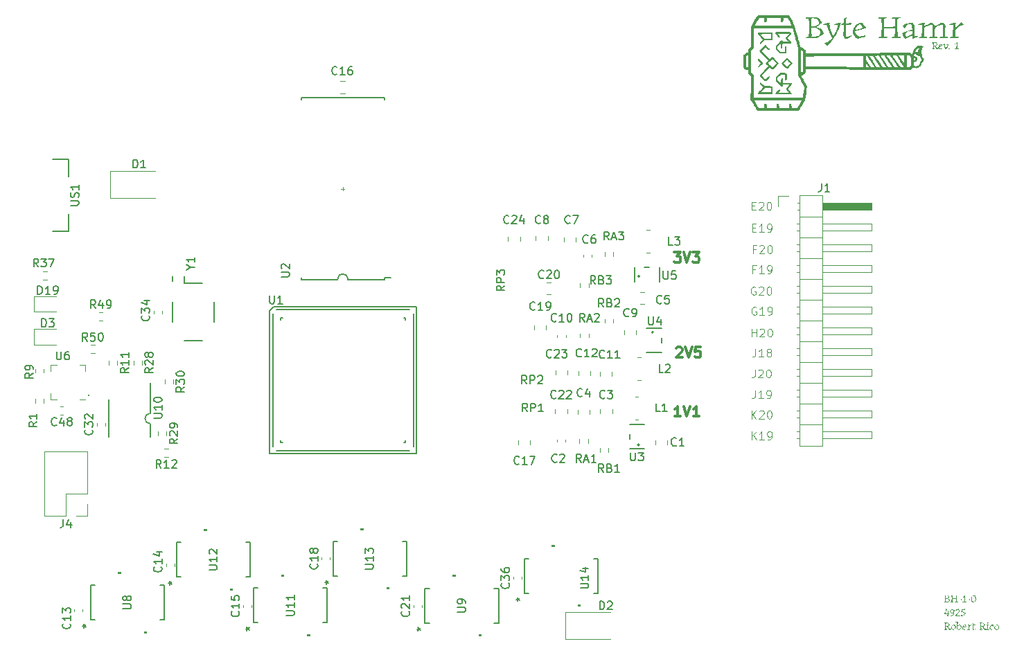
<source format=gbr>
%TF.GenerationSoftware,KiCad,Pcbnew,9.0.5*%
%TF.CreationDate,2025-12-06T10:01:17-08:00*%
%TF.ProjectId,project_byte_hamr,70726f6a-6563-4745-9f62-7974655f6861,rev?*%
%TF.SameCoordinates,Original*%
%TF.FileFunction,Legend,Top*%
%TF.FilePolarity,Positive*%
%FSLAX46Y46*%
G04 Gerber Fmt 4.6, Leading zero omitted, Abs format (unit mm)*
G04 Created by KiCad (PCBNEW 9.0.5) date 2025-12-06 10:01:17*
%MOMM*%
%LPD*%
G01*
G04 APERTURE LIST*
%ADD10C,0.100000*%
%ADD11C,0.125000*%
%ADD12C,0.300000*%
%ADD13C,0.150000*%
%ADD14C,0.000000*%
%ADD15C,0.120000*%
%ADD16C,0.152400*%
G04 APERTURE END LIST*
D10*
G36*
X162869636Y-123106363D02*
G01*
X162932640Y-123114200D01*
X162992600Y-123127260D01*
X163083740Y-123156793D01*
X163099552Y-123169937D01*
X163150819Y-123225814D01*
X163187276Y-123280382D01*
X163204152Y-123323122D01*
X163203343Y-123324978D01*
X163188182Y-123349697D01*
X163164274Y-123377762D01*
X163095604Y-123438183D01*
X163027747Y-123481331D01*
X163019682Y-123485537D01*
X162963389Y-123506549D01*
X162981658Y-123511230D01*
X163060413Y-123535777D01*
X163131534Y-123562412D01*
X163177590Y-123583546D01*
X163197833Y-123604702D01*
X163222331Y-123638084D01*
X163262721Y-123709484D01*
X163282554Y-123764225D01*
X163266052Y-123788566D01*
X163241005Y-123815326D01*
X163200840Y-123850130D01*
X163153877Y-123884660D01*
X163059396Y-123941128D01*
X162991355Y-123970000D01*
X162858303Y-123969319D01*
X162729588Y-123968656D01*
X162565762Y-123975617D01*
X162557406Y-123956850D01*
X162550792Y-123935021D01*
X162550375Y-123933546D01*
X162565190Y-123928324D01*
X162594300Y-123923364D01*
X162666573Y-123915289D01*
X162678808Y-123695440D01*
X162683921Y-123555580D01*
X162777154Y-123555580D01*
X162782245Y-123732863D01*
X162788389Y-123860823D01*
X162783762Y-123882750D01*
X162778558Y-123908450D01*
X162929066Y-123903571D01*
X163008147Y-123895811D01*
X163059256Y-123868861D01*
X163095529Y-123841920D01*
X163124571Y-123814821D01*
X163152372Y-123779612D01*
X163145221Y-123724367D01*
X163124098Y-123660262D01*
X163100532Y-123622747D01*
X163094348Y-123617391D01*
X163068548Y-123602096D01*
X163029160Y-123584544D01*
X162937360Y-123555447D01*
X162848595Y-123540132D01*
X162777154Y-123555580D01*
X162683921Y-123555580D01*
X162684769Y-123532377D01*
X162683462Y-123495375D01*
X162777154Y-123495375D01*
X162901251Y-123476961D01*
X162971755Y-123458555D01*
X163003912Y-123440071D01*
X163033667Y-123417966D01*
X163076649Y-123374322D01*
X163092166Y-123346814D01*
X163090458Y-123335554D01*
X163081080Y-123303945D01*
X163066284Y-123272373D01*
X163045129Y-123238403D01*
X163022146Y-123209046D01*
X162988546Y-123177737D01*
X162983970Y-123176426D01*
X162926585Y-123163968D01*
X162858365Y-123158197D01*
X162820273Y-123162475D01*
X162784176Y-123166563D01*
X162783386Y-123220794D01*
X162777154Y-123495375D01*
X162683462Y-123495375D01*
X162677838Y-123336217D01*
X162672191Y-123171875D01*
X162589576Y-123173279D01*
X162547566Y-123171875D01*
X162555992Y-123110265D01*
X162700157Y-123110265D01*
X162708057Y-123110035D01*
X162732397Y-123110570D01*
X162755006Y-123108966D01*
X162869539Y-123106357D01*
X162869636Y-123106363D01*
G37*
G36*
X163345507Y-123974213D02*
G01*
X163505120Y-123970000D01*
X163688546Y-123970000D01*
X163696912Y-123908450D01*
X163680832Y-123907975D01*
X163642323Y-123907046D01*
X163563921Y-123908450D01*
X163572034Y-123869341D01*
X163573691Y-123860823D01*
X163570644Y-123786600D01*
X163562517Y-123573593D01*
X164017541Y-123565167D01*
X164016995Y-123582730D01*
X164011786Y-123726537D01*
X164000689Y-123914007D01*
X163930553Y-123922777D01*
X163880338Y-123933607D01*
X163890747Y-123968194D01*
X163894321Y-123974213D01*
X164053934Y-123970000D01*
X164237299Y-123970000D01*
X164245725Y-123908450D01*
X164232187Y-123907996D01*
X164196693Y-123907046D01*
X164112735Y-123908450D01*
X164120832Y-123868187D01*
X164122505Y-123860823D01*
X164120879Y-123821649D01*
X164119696Y-123797747D01*
X164118748Y-123777997D01*
X164112281Y-123634734D01*
X164109926Y-123524562D01*
X164116503Y-123238115D01*
X164118292Y-123166318D01*
X164191465Y-123157724D01*
X164241512Y-123148122D01*
X164236780Y-123126736D01*
X164228934Y-123106357D01*
X164120420Y-123108575D01*
X164059490Y-123110265D01*
X163897130Y-123110265D01*
X163888703Y-123173279D01*
X163934926Y-123174684D01*
X164007711Y-123171875D01*
X164016230Y-123439951D01*
X164017541Y-123486826D01*
X163817217Y-123501581D01*
X163759926Y-123504961D01*
X163562517Y-123514792D01*
X163569539Y-123166318D01*
X163640385Y-123157724D01*
X163687142Y-123148122D01*
X163682402Y-123126736D01*
X163674502Y-123106357D01*
X163570516Y-123108553D01*
X163510737Y-123110265D01*
X163341294Y-123110265D01*
X163332929Y-123173279D01*
X163366512Y-123174684D01*
X163458897Y-123171875D01*
X163470865Y-123508063D01*
X163471536Y-123531584D01*
X163471059Y-123548123D01*
X163465645Y-123705014D01*
X163453340Y-123914007D01*
X163384613Y-123922186D01*
X163333370Y-123932415D01*
X163330120Y-123933607D01*
X163336783Y-123955513D01*
X163345507Y-123974213D01*
G37*
G36*
X164690003Y-123688632D02*
G01*
X164681330Y-123640876D01*
X164661976Y-123585073D01*
X164493418Y-123608936D01*
X164309167Y-123621465D01*
X164323589Y-123674397D01*
X164327363Y-123683075D01*
X164503485Y-123687640D01*
X164690003Y-123688632D01*
G37*
G36*
X164812430Y-123977021D02*
G01*
X165044827Y-123970000D01*
X165298229Y-123970000D01*
X165306869Y-123931441D01*
X165309403Y-123901428D01*
X165129842Y-123906548D01*
X165116207Y-123907046D01*
X165120941Y-123867944D01*
X165124633Y-123837131D01*
X165124286Y-123822847D01*
X165123229Y-123763065D01*
X165119016Y-123525416D01*
X165121824Y-123333930D01*
X165127534Y-123228445D01*
X165134415Y-123152913D01*
X165137212Y-123122904D01*
X165108103Y-123109105D01*
X165042018Y-123090725D01*
X165025379Y-123143176D01*
X165001413Y-123187201D01*
X164944060Y-123242291D01*
X164858521Y-123303070D01*
X164813834Y-123329778D01*
X164828991Y-123348944D01*
X164858592Y-123373070D01*
X164929749Y-123328588D01*
X165003505Y-123277702D01*
X165036400Y-123251498D01*
X165029378Y-123529630D01*
X165020252Y-123709867D01*
X165009778Y-123911259D01*
X164902876Y-123919456D01*
X164801195Y-123930860D01*
X164805232Y-123955520D01*
X164812430Y-123977021D01*
G37*
G36*
X165755879Y-123688632D02*
G01*
X165747206Y-123640876D01*
X165727852Y-123585073D01*
X165559294Y-123608936D01*
X165375043Y-123621465D01*
X165389464Y-123674397D01*
X165393239Y-123683075D01*
X165569361Y-123687640D01*
X165755879Y-123688632D01*
G37*
G36*
X166195247Y-123095591D02*
G01*
X166238335Y-123107552D01*
X166281289Y-123124082D01*
X166354695Y-123163458D01*
X166396284Y-123197154D01*
X166414500Y-123251102D01*
X166425494Y-123297075D01*
X166433964Y-123349306D01*
X166439233Y-123406328D01*
X166441102Y-123470157D01*
X166438630Y-123540638D01*
X166431560Y-123616275D01*
X166420617Y-123691669D01*
X166394879Y-123807517D01*
X166382463Y-123823160D01*
X166353636Y-123852435D01*
X166317280Y-123882896D01*
X166237044Y-123935955D01*
X166164697Y-123969568D01*
X166107894Y-123983921D01*
X166067496Y-123971074D01*
X166030228Y-123953942D01*
X165994124Y-123932714D01*
X165931655Y-123883286D01*
X165890884Y-123835544D01*
X165889725Y-123831389D01*
X165879449Y-123785132D01*
X165871020Y-123727758D01*
X165864262Y-123610169D01*
X165867240Y-123559733D01*
X165952494Y-123559733D01*
X165954535Y-123619937D01*
X165960115Y-123674841D01*
X165969204Y-123727220D01*
X165980460Y-123771125D01*
X165993893Y-123791772D01*
X166015181Y-123817454D01*
X166039715Y-123840606D01*
X166096328Y-123877992D01*
X166155460Y-123899963D01*
X166184504Y-123891768D01*
X166215602Y-123877999D01*
X166281451Y-123835506D01*
X166322095Y-123796343D01*
X166324130Y-123788182D01*
X166336926Y-123727129D01*
X166346063Y-123663221D01*
X166352270Y-123585118D01*
X166354274Y-123499527D01*
X166352622Y-123448070D01*
X166339030Y-123350308D01*
X166313668Y-123268534D01*
X166308181Y-123262479D01*
X166281688Y-123239190D01*
X166249762Y-123217898D01*
X166213211Y-123198629D01*
X166176565Y-123183537D01*
X166124685Y-123170532D01*
X166106295Y-123176202D01*
X166078327Y-123191188D01*
X166050109Y-123212042D01*
X166004274Y-123258764D01*
X165981183Y-123323913D01*
X165968958Y-123378076D01*
X165959819Y-123438044D01*
X165952494Y-123559733D01*
X165867240Y-123559733D01*
X165871601Y-123485876D01*
X165893974Y-123356525D01*
X165923063Y-123260169D01*
X165960438Y-123217879D01*
X166032271Y-123157750D01*
X166105050Y-123114138D01*
X166166695Y-123090725D01*
X166195247Y-123095591D01*
G37*
G36*
X162954963Y-125658792D02*
G01*
X163014642Y-125654236D01*
X163071161Y-125643405D01*
X163057440Y-125573088D01*
X163048044Y-125503086D01*
X163044539Y-125438974D01*
X163128330Y-125443216D01*
X163173377Y-125450209D01*
X163193498Y-125400770D01*
X163205556Y-125349398D01*
X163045943Y-125370403D01*
X163051855Y-125237389D01*
X163058583Y-125161758D01*
X163071123Y-125060543D01*
X163082336Y-124969905D01*
X163018733Y-124987546D01*
X162967541Y-125009106D01*
X162969075Y-125293298D01*
X162967541Y-125373211D01*
X162828306Y-125376285D01*
X162758958Y-125377424D01*
X162634394Y-125374616D01*
X162706850Y-125253403D01*
X162773815Y-125132966D01*
X162781367Y-125118344D01*
X162822451Y-125032734D01*
X162856407Y-124951447D01*
X162876434Y-124893814D01*
X162890544Y-124841067D01*
X162859396Y-124816601D01*
X162814834Y-124787971D01*
X162776379Y-124768029D01*
X162772941Y-124766817D01*
X162751083Y-124913239D01*
X162733336Y-124995876D01*
X162712796Y-125070717D01*
X162670133Y-125170181D01*
X162601603Y-125293520D01*
X162566031Y-125346620D01*
X162533826Y-125386836D01*
X162522348Y-125398429D01*
X162564990Y-125444369D01*
X162578340Y-125453018D01*
X162770944Y-125442799D01*
X162966137Y-125438974D01*
X162954963Y-125658792D01*
G37*
G36*
X163632648Y-124791651D02*
G01*
X163701913Y-124833279D01*
X163759092Y-124885258D01*
X163783950Y-124915988D01*
X163805966Y-124949633D01*
X163808775Y-125042079D01*
X163803397Y-125148329D01*
X163794351Y-125222847D01*
X163782152Y-125292672D01*
X163778199Y-125305707D01*
X163733569Y-125422760D01*
X163685554Y-125515239D01*
X163681977Y-125519003D01*
X163649440Y-125548889D01*
X163611866Y-125577033D01*
X163567522Y-125604711D01*
X163521057Y-125628911D01*
X163434961Y-125662273D01*
X163431832Y-125660887D01*
X163403230Y-125642772D01*
X163375151Y-125618069D01*
X163342576Y-125579658D01*
X163445872Y-125560998D01*
X163550620Y-125531291D01*
X163616983Y-125501256D01*
X163653019Y-125432391D01*
X163672169Y-125382639D01*
X163688625Y-125328002D01*
X163702712Y-125266424D01*
X163713581Y-125200287D01*
X163679313Y-125227494D01*
X163639522Y-125252448D01*
X163586147Y-125280033D01*
X163515632Y-125308253D01*
X163428000Y-125329064D01*
X163413068Y-125319307D01*
X163382461Y-125295365D01*
X163353608Y-125267474D01*
X163302802Y-125201823D01*
X163266754Y-125131628D01*
X163247383Y-125064488D01*
X163249155Y-125059723D01*
X163262042Y-125030844D01*
X163350942Y-125030844D01*
X163366459Y-125092626D01*
X163380581Y-125125249D01*
X163398114Y-125155802D01*
X163441322Y-125208405D01*
X163490954Y-125246449D01*
X163514623Y-125242123D01*
X163551920Y-125231466D01*
X163590353Y-125216178D01*
X163661394Y-125176113D01*
X163716390Y-125130251D01*
X163716525Y-125096922D01*
X163707964Y-124984682D01*
X163685027Y-124949805D01*
X163660182Y-124923457D01*
X163630904Y-124898717D01*
X163570108Y-124861027D01*
X163520385Y-124843265D01*
X163483211Y-124863260D01*
X163453831Y-124884753D01*
X163427035Y-124909558D01*
X163402333Y-124938018D01*
X163381078Y-124968540D01*
X163350942Y-125030844D01*
X163262042Y-125030844D01*
X163266257Y-125021397D01*
X163288207Y-124982939D01*
X163314962Y-124944364D01*
X163345306Y-124907531D01*
X163409743Y-124846074D01*
X163433092Y-124831794D01*
X163473252Y-124811667D01*
X163516268Y-124794651D01*
X163593169Y-124774633D01*
X163632648Y-124791651D01*
G37*
G36*
X163971929Y-125652808D02*
G01*
X164037752Y-125650000D01*
X164177394Y-125651345D01*
X164333164Y-125652808D01*
X164405456Y-125650962D01*
X164462583Y-125645855D01*
X164499738Y-125638825D01*
X164482825Y-125569947D01*
X164466154Y-125524092D01*
X164431809Y-125541663D01*
X164391695Y-125557487D01*
X164347450Y-125570486D01*
X164298323Y-125580433D01*
X164248327Y-125586352D01*
X164194556Y-125588450D01*
X164144883Y-125588966D01*
X164037752Y-125589855D01*
X164148345Y-125465431D01*
X164293881Y-125285492D01*
X164313564Y-125259638D01*
X164373530Y-125177478D01*
X164440151Y-125074728D01*
X164474520Y-125009167D01*
X164454910Y-124947846D01*
X164416854Y-124877082D01*
X164391668Y-124841873D01*
X164365174Y-124811351D01*
X164334508Y-124783853D01*
X164303733Y-124782449D01*
X164215860Y-124789470D01*
X164122184Y-124810874D01*
X164118963Y-124811880D01*
X164011903Y-124852247D01*
X163938346Y-124888878D01*
X163956501Y-124933165D01*
X163977591Y-124974633D01*
X164002765Y-125011976D01*
X164041512Y-124965004D01*
X164083330Y-124921912D01*
X164114206Y-124895371D01*
X164145525Y-124873490D01*
X164172565Y-124859124D01*
X164202334Y-124847990D01*
X164249145Y-124839907D01*
X164292823Y-124881487D01*
X164334912Y-124942481D01*
X164350817Y-124975044D01*
X164362534Y-125007763D01*
X164337596Y-125074969D01*
X164285999Y-125168195D01*
X164239314Y-125235825D01*
X164133820Y-125362554D01*
X164010006Y-125489384D01*
X163954847Y-125538364D01*
X163908504Y-125573883D01*
X163899145Y-125580024D01*
X163932135Y-125619845D01*
X163971929Y-125652808D01*
G37*
G36*
X164653000Y-125651465D02*
G01*
X164811209Y-125636017D01*
X164864773Y-125626166D01*
X164915374Y-125612574D01*
X164945603Y-125601029D01*
X165000096Y-125545881D01*
X165063341Y-125460355D01*
X165124095Y-125353290D01*
X165146148Y-125303998D01*
X165162613Y-125258051D01*
X165134427Y-125228615D01*
X165072345Y-125186795D01*
X165028851Y-125164453D01*
X164982700Y-125145321D01*
X164941390Y-125132327D01*
X164856642Y-125122641D01*
X164766188Y-125117580D01*
X164717419Y-125116939D01*
X164740639Y-125005485D01*
X164777564Y-124887473D01*
X164857175Y-124880913D01*
X164900785Y-124880451D01*
X164966085Y-124882285D01*
X165019821Y-124887301D01*
X165103811Y-124902861D01*
X165122720Y-124860666D01*
X165139373Y-124814193D01*
X165147165Y-124782449D01*
X165103843Y-124785150D01*
X164931559Y-124793684D01*
X164784937Y-124802300D01*
X164728593Y-124808766D01*
X164698190Y-124899505D01*
X164672601Y-124990849D01*
X164633707Y-125164320D01*
X164627782Y-125200898D01*
X164770603Y-125196685D01*
X164851941Y-125203594D01*
X164893763Y-125210668D01*
X164957751Y-125239496D01*
X164992054Y-125261010D01*
X165021793Y-125284426D01*
X165049162Y-125315143D01*
X165027718Y-125381353D01*
X164986076Y-125461138D01*
X164960803Y-125497461D01*
X164934232Y-125528175D01*
X164911959Y-125547906D01*
X164871850Y-125554271D01*
X164835409Y-125556164D01*
X164826596Y-125556210D01*
X164719761Y-125549540D01*
X164592794Y-125535327D01*
X164608754Y-125577943D01*
X164646742Y-125644637D01*
X164653000Y-125651465D01*
G37*
G36*
X162928054Y-126470336D02*
G01*
X163044319Y-126496628D01*
X163110362Y-126519602D01*
X163122974Y-126530262D01*
X163180377Y-126594281D01*
X163223529Y-126661021D01*
X163244757Y-126712370D01*
X163223869Y-126748521D01*
X163196581Y-126783828D01*
X163164262Y-126818067D01*
X163090730Y-126878990D01*
X163029152Y-126914970D01*
X163050931Y-126959637D01*
X163120203Y-127081824D01*
X163153002Y-127129109D01*
X163185192Y-127169109D01*
X163217956Y-127203631D01*
X163250375Y-127232119D01*
X163308161Y-127202462D01*
X163381960Y-127153900D01*
X163400945Y-127170917D01*
X163414139Y-127187423D01*
X163410474Y-127191569D01*
X163320968Y-127270169D01*
X163239495Y-127330179D01*
X163195786Y-127353813D01*
X163144897Y-127298855D01*
X163080992Y-127209771D01*
X163043700Y-127142888D01*
X163006414Y-127066721D01*
X162950750Y-126941531D01*
X162924550Y-126949470D01*
X162784176Y-126983419D01*
X162793946Y-127220945D01*
X162789368Y-127242717D01*
X162784176Y-127268450D01*
X162908740Y-127268450D01*
X162900375Y-127330000D01*
X162736549Y-127330000D01*
X162565762Y-127332808D01*
X162557015Y-127315337D01*
X162550375Y-127293607D01*
X162601650Y-127283479D01*
X162670786Y-127275411D01*
X162684250Y-127054715D01*
X162689513Y-126914970D01*
X162782772Y-126914970D01*
X162915825Y-126894313D01*
X162984333Y-126875830D01*
X162985442Y-126875261D01*
X163020113Y-126854158D01*
X163052999Y-126828581D01*
X163104282Y-126775754D01*
X163124345Y-126743145D01*
X163120084Y-126721094D01*
X163107893Y-126684232D01*
X163090832Y-126648038D01*
X163048230Y-126584019D01*
X163016573Y-126553124D01*
X162985216Y-126544548D01*
X162934112Y-126534624D01*
X162882178Y-126529371D01*
X162789794Y-126529371D01*
X162788984Y-126599589D01*
X162784176Y-126847925D01*
X162782772Y-126914970D01*
X162689513Y-126914970D01*
X162690387Y-126891767D01*
X162677747Y-126531875D01*
X162547566Y-126533279D01*
X162547973Y-126519249D01*
X162555992Y-126470265D01*
X162732397Y-126470265D01*
X162781410Y-126468708D01*
X162889139Y-126466357D01*
X162928054Y-126470336D01*
G37*
G36*
X163736725Y-126698798D02*
G01*
X163777874Y-126712429D01*
X163817876Y-126729849D01*
X163890423Y-126773700D01*
X163948618Y-126825307D01*
X163990247Y-126880348D01*
X163990191Y-126888937D01*
X163987448Y-126942911D01*
X163980586Y-126999476D01*
X163956673Y-127106990D01*
X163923019Y-127198169D01*
X163875765Y-127242562D01*
X163839257Y-127268485D01*
X163798257Y-127292697D01*
X163716111Y-127329083D01*
X163642995Y-127347951D01*
X163596672Y-127331857D01*
X163560394Y-127314231D01*
X163527058Y-127293483D01*
X163495103Y-127268663D01*
X163466679Y-127241453D01*
X163441184Y-127211477D01*
X163419712Y-127180185D01*
X163389654Y-127116959D01*
X163391943Y-127076992D01*
X163397798Y-127039961D01*
X163490404Y-127039961D01*
X163504831Y-127085971D01*
X163520394Y-127119852D01*
X163539312Y-127151575D01*
X163584683Y-127205821D01*
X163635227Y-127244519D01*
X163686409Y-127266741D01*
X163741206Y-127253141D01*
X163808231Y-127221816D01*
X163846022Y-127193956D01*
X163862589Y-127157191D01*
X163876904Y-127109573D01*
X163886981Y-127058828D01*
X163894993Y-126962964D01*
X163886055Y-126936996D01*
X163871730Y-126907200D01*
X163853938Y-126879567D01*
X163832208Y-126853408D01*
X163807494Y-126829963D01*
X163779748Y-126809147D01*
X163749708Y-126791540D01*
X163685005Y-126766959D01*
X163645019Y-126775491D01*
X163582850Y-126801946D01*
X163572508Y-126814369D01*
X163550813Y-126845832D01*
X163532110Y-126880654D01*
X163515906Y-126919771D01*
X163503390Y-126960506D01*
X163490404Y-127039961D01*
X163397798Y-127039961D01*
X163398519Y-127035401D01*
X163410320Y-126988405D01*
X163426276Y-126941792D01*
X163466985Y-126856905D01*
X163511409Y-126793581D01*
X163517285Y-126788701D01*
X163549283Y-126766566D01*
X163589753Y-126744060D01*
X163669226Y-126710993D01*
X163729823Y-126696922D01*
X163736725Y-126698798D01*
G37*
G36*
X164243039Y-126319262D02*
G01*
X164243039Y-126348571D01*
X164234925Y-126510001D01*
X164219621Y-126718034D01*
X164210860Y-126838644D01*
X164235822Y-126818649D01*
X164370018Y-126721996D01*
X164419443Y-126693014D01*
X164422991Y-126693074D01*
X164456797Y-126697737D01*
X164495996Y-126708673D01*
X164573229Y-126741792D01*
X164618257Y-126771416D01*
X164625935Y-126778840D01*
X164647350Y-126804872D01*
X164667863Y-126837095D01*
X164698898Y-126905727D01*
X164712046Y-126961803D01*
X164688078Y-127026759D01*
X164662468Y-127079401D01*
X164632385Y-127131429D01*
X164565400Y-127225168D01*
X164504867Y-127289394D01*
X164497098Y-127294374D01*
X164448522Y-127319239D01*
X164398037Y-127339702D01*
X164364855Y-127349539D01*
X164332769Y-127343975D01*
X164184237Y-127303377D01*
X164129293Y-127323403D01*
X164089043Y-127332747D01*
X164096909Y-127237554D01*
X164208051Y-127237554D01*
X164215845Y-127240660D01*
X164261696Y-127255122D01*
X164309995Y-127265155D01*
X164365994Y-127271870D01*
X164418039Y-127273946D01*
X164432370Y-127263093D01*
X164459568Y-127236842D01*
X164491139Y-127200492D01*
X164545788Y-127122434D01*
X164582766Y-127049322D01*
X164601465Y-126987021D01*
X164600768Y-126983235D01*
X164591599Y-126948643D01*
X164577492Y-126912736D01*
X164538560Y-126844693D01*
X164495607Y-126794777D01*
X164455835Y-126765860D01*
X164401547Y-126785145D01*
X164284711Y-126846819D01*
X164210860Y-126896041D01*
X164212590Y-127091004D01*
X164213668Y-127201161D01*
X164208051Y-127237554D01*
X164096909Y-127237554D01*
X164103348Y-127159638D01*
X164114471Y-126982517D01*
X164119879Y-126893232D01*
X164124818Y-126785973D01*
X164128244Y-126568267D01*
X164125436Y-126416959D01*
X164110048Y-126415554D01*
X164095078Y-126416049D01*
X164023524Y-126423669D01*
X163951840Y-126435094D01*
X163949219Y-126419891D01*
X163949031Y-126386245D01*
X164036516Y-126358407D01*
X164168919Y-126326027D01*
X164226247Y-126317857D01*
X164243039Y-126319262D01*
G37*
G36*
X165172492Y-126716016D02*
G01*
X165205699Y-126755621D01*
X165237998Y-126802558D01*
X165278323Y-126875280D01*
X165289497Y-126875280D01*
X165299780Y-126874934D01*
X165313311Y-126875280D01*
X165300989Y-126916102D01*
X165286688Y-126942447D01*
X165279177Y-126945705D01*
X165092376Y-126997196D01*
X164873735Y-127051685D01*
X164877399Y-127074484D01*
X164886453Y-127106823D01*
X164899657Y-127138381D01*
X164917572Y-127170244D01*
X164939246Y-127200446D01*
X164992742Y-127254651D01*
X165061313Y-127258864D01*
X165112319Y-127255362D01*
X165178561Y-127246045D01*
X165274110Y-127225280D01*
X165290901Y-127268633D01*
X165287034Y-127270560D01*
X165238423Y-127289927D01*
X165174145Y-127309661D01*
X165050544Y-127337435D01*
X164974546Y-127345631D01*
X164922520Y-127313525D01*
X164858789Y-127258850D01*
X164808236Y-127196773D01*
X164772923Y-127131491D01*
X164772705Y-127094149D01*
X164776843Y-127051100D01*
X164785294Y-127007584D01*
X164788338Y-126997035D01*
X164879291Y-126997035D01*
X165058786Y-126946314D01*
X165163841Y-126909701D01*
X165181725Y-126900437D01*
X165151973Y-126837767D01*
X165114762Y-126788303D01*
X165073892Y-126754869D01*
X165042828Y-126766387D01*
X165013719Y-126781678D01*
X164974697Y-126808425D01*
X164949328Y-126830462D01*
X164942100Y-126841472D01*
X164921675Y-126878333D01*
X164902933Y-126920623D01*
X164879291Y-126997035D01*
X164788338Y-126997035D01*
X164798281Y-126962579D01*
X164815176Y-126918523D01*
X164858347Y-126837484D01*
X164868831Y-126826018D01*
X164897753Y-126798801D01*
X164931004Y-126773012D01*
X165000792Y-126732368D01*
X165066931Y-126708646D01*
X165097418Y-126701965D01*
X165149485Y-126696067D01*
X165172492Y-126716016D01*
G37*
G36*
X165393117Y-127335617D02*
G01*
X165460272Y-127333301D01*
X165559691Y-127330000D01*
X165738904Y-127330000D01*
X165748529Y-127276456D01*
X165748674Y-127268450D01*
X165696923Y-127266837D01*
X165607318Y-127268450D01*
X165615683Y-127201039D01*
X165615223Y-127150080D01*
X165614279Y-127022620D01*
X165657591Y-126959976D01*
X165733311Y-126872969D01*
X165762718Y-126845666D01*
X165835335Y-126820323D01*
X165946083Y-126792299D01*
X165925239Y-126747666D01*
X165901873Y-126709227D01*
X165881982Y-126682963D01*
X165880259Y-126681290D01*
X165808948Y-126719747D01*
X165729526Y-126776779D01*
X165724860Y-126781064D01*
X165682599Y-126838657D01*
X165611470Y-126946782D01*
X165619897Y-126785704D01*
X165628083Y-126758538D01*
X165643710Y-126697288D01*
X165619897Y-126693014D01*
X165536585Y-126709423D01*
X165398022Y-126748537D01*
X165369303Y-126759021D01*
X165380478Y-126801092D01*
X165404261Y-126797575D01*
X165528916Y-126781491D01*
X165505102Y-127201039D01*
X165502294Y-127274007D01*
X165496169Y-127274825D01*
X165428111Y-127284329D01*
X165380478Y-127293607D01*
X165393117Y-127335617D01*
G37*
G36*
X166102276Y-127349539D02*
G01*
X166171412Y-127341600D01*
X166257550Y-127317554D01*
X166347009Y-127279252D01*
X166378087Y-127261367D01*
X166362195Y-127221614D01*
X166361296Y-127220762D01*
X166296313Y-127241749D01*
X166212179Y-127261190D01*
X166159673Y-127266985D01*
X166150099Y-127147608D01*
X166148499Y-126974382D01*
X166151308Y-126786803D01*
X166348656Y-126791017D01*
X166368153Y-126738417D01*
X166376683Y-126704249D01*
X166154056Y-126728063D01*
X166159716Y-126587057D01*
X166163886Y-126485835D01*
X166127557Y-126496790D01*
X166065884Y-126526441D01*
X166057458Y-126700036D01*
X165976308Y-126739237D01*
X165965073Y-126786803D01*
X166060266Y-126786803D01*
X166057458Y-126943607D01*
X166052618Y-127034269D01*
X166043916Y-127120924D01*
X166035109Y-127185774D01*
X166058784Y-127258323D01*
X166081049Y-127311507D01*
X166102276Y-127349539D01*
G37*
G36*
X167243337Y-126470336D02*
G01*
X167359602Y-126496628D01*
X167425645Y-126519602D01*
X167438256Y-126530262D01*
X167495659Y-126594281D01*
X167538812Y-126661021D01*
X167560040Y-126712370D01*
X167539151Y-126748521D01*
X167511864Y-126783828D01*
X167479545Y-126818067D01*
X167406012Y-126878990D01*
X167344434Y-126914970D01*
X167366213Y-126959637D01*
X167435486Y-127081824D01*
X167468284Y-127129109D01*
X167500475Y-127169109D01*
X167533238Y-127203631D01*
X167565657Y-127232119D01*
X167623444Y-127202462D01*
X167697243Y-127153900D01*
X167716227Y-127170917D01*
X167729422Y-127187423D01*
X167725757Y-127191569D01*
X167636251Y-127270169D01*
X167554778Y-127330179D01*
X167511069Y-127353813D01*
X167460180Y-127298855D01*
X167396275Y-127209771D01*
X167358983Y-127142888D01*
X167321697Y-127066721D01*
X167266032Y-126941531D01*
X167239833Y-126949470D01*
X167099459Y-126983419D01*
X167109228Y-127220945D01*
X167104650Y-127242717D01*
X167099459Y-127268450D01*
X167224023Y-127268450D01*
X167215657Y-127330000D01*
X167051831Y-127330000D01*
X166881045Y-127332808D01*
X166872298Y-127315337D01*
X166865657Y-127293607D01*
X166916933Y-127283479D01*
X166986069Y-127275411D01*
X166999533Y-127054715D01*
X167004795Y-126914970D01*
X167098054Y-126914970D01*
X167231107Y-126894313D01*
X167299616Y-126875830D01*
X167300725Y-126875261D01*
X167335395Y-126854158D01*
X167368282Y-126828581D01*
X167419564Y-126775754D01*
X167439628Y-126743145D01*
X167435367Y-126721094D01*
X167423176Y-126684232D01*
X167406114Y-126648038D01*
X167363512Y-126584019D01*
X167331856Y-126553124D01*
X167300499Y-126544548D01*
X167249394Y-126534624D01*
X167197461Y-126529371D01*
X167105076Y-126529371D01*
X167104267Y-126599589D01*
X167099459Y-126847925D01*
X167098054Y-126914970D01*
X167004795Y-126914970D01*
X167005669Y-126891767D01*
X166993030Y-126531875D01*
X166862848Y-126533279D01*
X166863255Y-126519249D01*
X166871275Y-126470265D01*
X167047679Y-126470265D01*
X167096693Y-126468708D01*
X167204422Y-126466357D01*
X167243337Y-126470336D01*
G37*
G36*
X167704754Y-127335617D02*
G01*
X167767657Y-127333360D01*
X167865710Y-127330000D01*
X168033749Y-127330000D01*
X168040710Y-127268450D01*
X167920359Y-127267046D01*
X167930129Y-127201222D01*
X167928544Y-126976165D01*
X167927320Y-126806465D01*
X167932713Y-126789687D01*
X167959560Y-126698632D01*
X167934342Y-126693014D01*
X167843784Y-126711887D01*
X167697081Y-126753455D01*
X167682344Y-126758838D01*
X167692114Y-126802252D01*
X167841957Y-126782651D01*
X167817044Y-127221332D01*
X167813930Y-127274007D01*
X167743501Y-127282915D01*
X167693372Y-127293005D01*
X167692114Y-127293607D01*
X167696620Y-127314854D01*
X167704173Y-127334703D01*
X167704754Y-127335617D01*
G37*
G36*
X167874136Y-126569916D02*
G01*
X167919262Y-126530792D01*
X167952588Y-126496468D01*
X167976352Y-126466357D01*
X167955496Y-126453195D01*
X167879368Y-126421355D01*
X167848918Y-126414577D01*
X167818879Y-126464016D01*
X167791521Y-126522349D01*
X167816789Y-126540864D01*
X167874136Y-126569916D01*
G37*
G36*
X168297775Y-127345631D02*
G01*
X168375187Y-127337429D01*
X168495304Y-127310241D01*
X168559522Y-127290371D01*
X168610277Y-127270447D01*
X168614131Y-127268633D01*
X168597339Y-127226563D01*
X168487817Y-127248340D01*
X168381734Y-127258864D01*
X168315971Y-127253246D01*
X168268687Y-127206898D01*
X168246125Y-127176684D01*
X168226513Y-127143886D01*
X168210851Y-127110041D01*
X168199435Y-127075366D01*
X168195560Y-127058096D01*
X168208626Y-126977568D01*
X168236395Y-126899942D01*
X168268344Y-126839071D01*
X168294335Y-126811110D01*
X168346769Y-126774349D01*
X168359324Y-126768852D01*
X168402861Y-126759336D01*
X168450366Y-126757616D01*
X168516128Y-126937318D01*
X168549391Y-126933105D01*
X168580547Y-126924678D01*
X168564368Y-126771179D01*
X168556300Y-126722001D01*
X168548368Y-126694419D01*
X168528768Y-126693014D01*
X168446141Y-126699516D01*
X168393877Y-126707659D01*
X168356577Y-126716889D01*
X168288198Y-126749949D01*
X168249647Y-126775035D01*
X168214095Y-126803692D01*
X168187133Y-126832049D01*
X168146335Y-126903680D01*
X168128963Y-126946071D01*
X168114834Y-126990990D01*
X168104497Y-127037070D01*
X168098138Y-127084259D01*
X168096153Y-127128316D01*
X168125604Y-127185856D01*
X168173446Y-127247162D01*
X168237392Y-127305934D01*
X168297775Y-127345631D01*
G37*
G36*
X169031910Y-126698798D02*
G01*
X169073059Y-126712429D01*
X169113061Y-126729849D01*
X169185608Y-126773700D01*
X169243803Y-126825307D01*
X169285432Y-126880348D01*
X169285376Y-126888937D01*
X169282633Y-126942911D01*
X169275771Y-126999476D01*
X169251858Y-127106990D01*
X169218204Y-127198169D01*
X169170950Y-127242562D01*
X169134442Y-127268485D01*
X169093442Y-127292697D01*
X169011296Y-127329083D01*
X168938180Y-127347951D01*
X168891856Y-127331857D01*
X168855579Y-127314231D01*
X168822243Y-127293483D01*
X168790288Y-127268663D01*
X168761864Y-127241453D01*
X168736368Y-127211477D01*
X168714897Y-127180185D01*
X168684839Y-127116959D01*
X168687128Y-127076992D01*
X168692983Y-127039961D01*
X168785589Y-127039961D01*
X168800016Y-127085971D01*
X168815579Y-127119852D01*
X168834496Y-127151575D01*
X168879868Y-127205821D01*
X168930412Y-127244519D01*
X168981594Y-127266741D01*
X169036390Y-127253141D01*
X169103416Y-127221816D01*
X169141207Y-127193956D01*
X169157774Y-127157191D01*
X169172088Y-127109573D01*
X169182166Y-127058828D01*
X169190177Y-126962964D01*
X169181240Y-126936996D01*
X169166914Y-126907200D01*
X169149123Y-126879567D01*
X169127393Y-126853408D01*
X169102679Y-126829963D01*
X169074933Y-126809147D01*
X169044893Y-126791540D01*
X168980190Y-126766959D01*
X168940204Y-126775491D01*
X168878035Y-126801946D01*
X168867693Y-126814369D01*
X168845998Y-126845832D01*
X168827295Y-126880654D01*
X168811091Y-126919771D01*
X168798575Y-126960506D01*
X168785589Y-127039961D01*
X168692983Y-127039961D01*
X168693704Y-127035401D01*
X168705505Y-126988405D01*
X168721461Y-126941792D01*
X168762170Y-126856905D01*
X168806594Y-126793581D01*
X168812470Y-126788701D01*
X168844468Y-126766566D01*
X168884938Y-126744060D01*
X168964411Y-126710993D01*
X169025008Y-126696922D01*
X169031910Y-126698798D01*
G37*
G36*
X161428054Y-55470336D02*
G01*
X161544319Y-55496628D01*
X161610362Y-55519602D01*
X161622974Y-55530262D01*
X161680377Y-55594281D01*
X161723529Y-55661021D01*
X161744757Y-55712370D01*
X161723869Y-55748521D01*
X161696581Y-55783828D01*
X161664262Y-55818067D01*
X161590730Y-55878990D01*
X161529152Y-55914970D01*
X161550931Y-55959637D01*
X161620203Y-56081824D01*
X161653002Y-56129109D01*
X161685192Y-56169109D01*
X161717956Y-56203631D01*
X161750375Y-56232119D01*
X161808161Y-56202462D01*
X161881960Y-56153900D01*
X161900945Y-56170917D01*
X161914139Y-56187423D01*
X161910474Y-56191569D01*
X161820968Y-56270169D01*
X161739495Y-56330179D01*
X161695786Y-56353813D01*
X161644897Y-56298855D01*
X161580992Y-56209771D01*
X161543700Y-56142888D01*
X161506414Y-56066721D01*
X161450750Y-55941531D01*
X161424550Y-55949470D01*
X161284176Y-55983419D01*
X161293946Y-56220945D01*
X161289368Y-56242717D01*
X161284176Y-56268450D01*
X161408740Y-56268450D01*
X161400375Y-56330000D01*
X161236549Y-56330000D01*
X161065762Y-56332808D01*
X161057015Y-56315337D01*
X161050375Y-56293607D01*
X161101650Y-56283479D01*
X161170786Y-56275411D01*
X161184250Y-56054715D01*
X161189513Y-55914970D01*
X161282772Y-55914970D01*
X161415825Y-55894313D01*
X161484333Y-55875830D01*
X161485442Y-55875261D01*
X161520113Y-55854158D01*
X161552999Y-55828581D01*
X161604282Y-55775754D01*
X161624345Y-55743145D01*
X161620084Y-55721094D01*
X161607893Y-55684232D01*
X161590832Y-55648038D01*
X161548230Y-55584019D01*
X161516573Y-55553124D01*
X161485216Y-55544548D01*
X161434112Y-55534624D01*
X161382178Y-55529371D01*
X161289794Y-55529371D01*
X161288984Y-55599589D01*
X161284176Y-55847925D01*
X161282772Y-55914970D01*
X161189513Y-55914970D01*
X161190387Y-55891767D01*
X161177747Y-55531875D01*
X161047566Y-55533279D01*
X161047973Y-55519249D01*
X161055992Y-55470265D01*
X161232397Y-55470265D01*
X161281410Y-55468708D01*
X161389139Y-55466357D01*
X161428054Y-55470336D01*
G37*
G36*
X162249045Y-55716016D02*
G01*
X162282252Y-55755621D01*
X162314551Y-55802558D01*
X162354876Y-55875280D01*
X162366050Y-55875280D01*
X162376333Y-55874934D01*
X162389863Y-55875280D01*
X162377542Y-55916102D01*
X162363241Y-55942447D01*
X162355730Y-55945705D01*
X162168929Y-55997196D01*
X161950287Y-56051685D01*
X161953951Y-56074484D01*
X161963005Y-56106823D01*
X161976210Y-56138381D01*
X161994125Y-56170244D01*
X162015798Y-56200446D01*
X162069295Y-56254651D01*
X162137866Y-56258864D01*
X162188872Y-56255362D01*
X162255114Y-56246045D01*
X162350662Y-56225280D01*
X162367454Y-56268633D01*
X162363586Y-56270560D01*
X162314976Y-56289927D01*
X162250698Y-56309661D01*
X162127097Y-56337435D01*
X162051099Y-56345631D01*
X161999073Y-56313525D01*
X161935342Y-56258850D01*
X161884789Y-56196773D01*
X161849476Y-56131491D01*
X161849258Y-56094149D01*
X161853396Y-56051100D01*
X161861847Y-56007584D01*
X161864891Y-55997035D01*
X161955844Y-55997035D01*
X162135339Y-55946314D01*
X162240394Y-55909701D01*
X162258278Y-55900437D01*
X162228526Y-55837767D01*
X162191315Y-55788303D01*
X162150444Y-55754869D01*
X162119381Y-55766387D01*
X162090271Y-55781678D01*
X162051250Y-55808425D01*
X162025881Y-55830462D01*
X162018653Y-55841472D01*
X161998227Y-55878333D01*
X161979485Y-55920623D01*
X161955844Y-55997035D01*
X161864891Y-55997035D01*
X161874834Y-55962579D01*
X161891729Y-55918523D01*
X161934900Y-55837484D01*
X161945384Y-55826018D01*
X161974306Y-55798801D01*
X162007557Y-55773012D01*
X162077345Y-55732368D01*
X162143483Y-55708646D01*
X162173971Y-55701965D01*
X162226038Y-55696067D01*
X162249045Y-55716016D01*
G37*
G36*
X162743893Y-56361140D02*
G01*
X162800436Y-56337896D01*
X162825104Y-56321939D01*
X162866767Y-56252603D01*
X162973759Y-56048495D01*
X163019705Y-55952339D01*
X163078187Y-55799741D01*
X163110685Y-55694724D01*
X163085467Y-55689106D01*
X162995038Y-55708010D01*
X162850386Y-55749731D01*
X162833469Y-55756334D01*
X162843300Y-55799748D01*
X162862527Y-55796937D01*
X162993082Y-55780148D01*
X162968704Y-55868683D01*
X162911871Y-56027932D01*
X162840833Y-56175499D01*
X162795673Y-56251903D01*
X162778931Y-56223424D01*
X162718466Y-56093535D01*
X162689305Y-56019506D01*
X162667571Y-55924927D01*
X162637465Y-55744855D01*
X162640801Y-55731029D01*
X162647295Y-55698632D01*
X162623482Y-55693014D01*
X162533053Y-55711918D01*
X162388401Y-55753639D01*
X162371484Y-55760242D01*
X162377506Y-55790519D01*
X162382658Y-55803656D01*
X162440563Y-55795056D01*
X162526884Y-55782651D01*
X162551041Y-55889897D01*
X162581472Y-56010835D01*
X162617992Y-56099399D01*
X162683063Y-56244171D01*
X162741559Y-56357551D01*
X162743893Y-56361140D01*
G37*
G36*
X163183286Y-56352348D02*
G01*
X163229947Y-56310404D01*
X163265032Y-56272860D01*
X163289715Y-56240301D01*
X163267875Y-56226010D01*
X163185926Y-56188569D01*
X163158068Y-56181500D01*
X163113628Y-56265487D01*
X163099328Y-56300507D01*
X163130920Y-56323230D01*
X163183286Y-56352348D01*
G37*
G36*
X163847810Y-56337021D02*
G01*
X164080207Y-56330000D01*
X164333609Y-56330000D01*
X164342250Y-56291441D01*
X164344783Y-56261428D01*
X164165222Y-56266548D01*
X164151587Y-56267046D01*
X164156321Y-56227944D01*
X164160013Y-56197131D01*
X164159666Y-56182847D01*
X164158609Y-56123065D01*
X164154396Y-55885416D01*
X164157205Y-55693930D01*
X164162914Y-55588445D01*
X164169795Y-55512913D01*
X164172592Y-55482904D01*
X164143483Y-55469105D01*
X164077398Y-55450725D01*
X164060759Y-55503176D01*
X164036793Y-55547201D01*
X163979440Y-55602291D01*
X163893901Y-55663070D01*
X163849214Y-55689778D01*
X163864371Y-55708944D01*
X163893972Y-55733070D01*
X163965129Y-55688588D01*
X164038886Y-55637702D01*
X164071781Y-55611498D01*
X164064759Y-55889630D01*
X164055632Y-56069867D01*
X164045158Y-56271259D01*
X163938256Y-56279456D01*
X163836575Y-56290860D01*
X163840613Y-56315520D01*
X163847810Y-56337021D01*
G37*
G36*
X146608910Y-52399090D02*
G01*
X146797922Y-52422601D01*
X146977802Y-52461782D01*
X147251221Y-52550380D01*
X147298658Y-52589812D01*
X147452457Y-52757442D01*
X147561829Y-52921147D01*
X147612456Y-53049368D01*
X147610031Y-53054936D01*
X147564547Y-53129091D01*
X147492824Y-53213288D01*
X147286813Y-53394550D01*
X147083243Y-53523993D01*
X147059047Y-53536613D01*
X146890169Y-53599647D01*
X146944974Y-53613691D01*
X147181240Y-53687331D01*
X147394603Y-53767238D01*
X147532772Y-53830640D01*
X147593501Y-53894108D01*
X147666993Y-53994252D01*
X147788165Y-54208452D01*
X147847662Y-54372676D01*
X147798157Y-54445699D01*
X147723016Y-54525980D01*
X147602520Y-54630392D01*
X147461631Y-54733980D01*
X147178189Y-54903386D01*
X146974066Y-54990000D01*
X146574909Y-54987959D01*
X146188764Y-54985969D01*
X145697287Y-55006852D01*
X145672220Y-54950552D01*
X145652378Y-54885063D01*
X145651125Y-54880640D01*
X145695572Y-54864972D01*
X145782901Y-54850094D01*
X145999720Y-54825868D01*
X146036425Y-54166321D01*
X146051764Y-53746742D01*
X146331463Y-53746742D01*
X146346736Y-54278589D01*
X146365169Y-54662470D01*
X146351286Y-54728250D01*
X146335676Y-54805352D01*
X146787200Y-54790715D01*
X147024441Y-54767433D01*
X147177769Y-54686583D01*
X147286588Y-54605760D01*
X147373713Y-54524463D01*
X147457117Y-54418838D01*
X147435664Y-54253103D01*
X147372295Y-54060786D01*
X147301596Y-53948243D01*
X147283045Y-53932175D01*
X147205645Y-53886289D01*
X147087480Y-53833634D01*
X146812080Y-53746341D01*
X146545786Y-53700397D01*
X146331463Y-53746742D01*
X146051764Y-53746742D01*
X146054309Y-53677133D01*
X146050386Y-53566125D01*
X146331463Y-53566125D01*
X146703755Y-53510883D01*
X146915265Y-53455666D01*
X147011736Y-53400214D01*
X147101002Y-53333899D01*
X147229948Y-53202968D01*
X147276500Y-53120443D01*
X147271374Y-53086663D01*
X147243240Y-52991836D01*
X147198852Y-52897121D01*
X147135388Y-52795209D01*
X147066438Y-52707140D01*
X146965640Y-52613211D01*
X146951910Y-52609278D01*
X146779757Y-52571906D01*
X146575095Y-52554593D01*
X146460819Y-52567426D01*
X146352529Y-52579689D01*
X146350158Y-52742383D01*
X146331463Y-53566125D01*
X146050386Y-53566125D01*
X146033514Y-53088652D01*
X146016573Y-52595626D01*
X145768728Y-52599839D01*
X145642698Y-52595626D01*
X145667978Y-52410795D01*
X146100471Y-52410795D01*
X146124173Y-52410107D01*
X146197191Y-52411711D01*
X146265019Y-52406900D01*
X146608618Y-52399071D01*
X146608910Y-52399090D01*
G37*
G36*
X148245533Y-55897301D02*
G01*
X148450832Y-55740518D01*
X148675499Y-55511878D01*
X148778960Y-55380727D01*
X148919136Y-55183395D01*
X149123342Y-54897676D01*
X149338360Y-54551911D01*
X149630785Y-54006839D01*
X149702930Y-53847676D01*
X149800243Y-53586867D01*
X149885568Y-53297331D01*
X149929710Y-53095896D01*
X149854239Y-53079043D01*
X149583044Y-53135712D01*
X149149347Y-53260791D01*
X149098246Y-53280727D01*
X149131769Y-53410969D01*
X149149819Y-53408250D01*
X149576901Y-53352168D01*
X149530686Y-53587147D01*
X149455268Y-53843463D01*
X149346518Y-54109424D01*
X149130540Y-54528085D01*
X149005739Y-54717058D01*
X148900645Y-54508062D01*
X148734953Y-54103809D01*
X148715945Y-54049359D01*
X148617340Y-53655932D01*
X148573953Y-53437331D01*
X148552180Y-53263874D01*
X148557666Y-53240401D01*
X148585886Y-53095896D01*
X148514445Y-53079043D01*
X148243102Y-53135712D01*
X147805317Y-53261329D01*
X147754239Y-53280727D01*
X147787761Y-53410969D01*
X147969106Y-53385717D01*
X148216224Y-53352168D01*
X148337175Y-53811318D01*
X148409481Y-54028293D01*
X148590182Y-54430659D01*
X148850401Y-54960690D01*
X148694820Y-55146004D01*
X148577191Y-55261858D01*
X148471524Y-55348888D01*
X148434577Y-55372301D01*
X148228079Y-55466016D01*
X147926430Y-55565558D01*
X147987784Y-55657716D01*
X148153209Y-55827101D01*
X148245533Y-55897301D01*
G37*
G36*
X150415692Y-55048618D02*
G01*
X150623099Y-55024801D01*
X150881513Y-54952663D01*
X151149892Y-54837756D01*
X151243126Y-54784103D01*
X151195449Y-54664842D01*
X151192751Y-54662287D01*
X150997804Y-54725249D01*
X150745399Y-54783572D01*
X150587883Y-54800956D01*
X150559161Y-54442825D01*
X150554361Y-53923147D01*
X150562787Y-53360411D01*
X151154832Y-53373051D01*
X151213323Y-53215253D01*
X151238913Y-53112749D01*
X150571031Y-53184190D01*
X150588010Y-52761173D01*
X150600523Y-52457506D01*
X150491534Y-52490370D01*
X150306516Y-52579323D01*
X150281236Y-53100109D01*
X150037787Y-53217712D01*
X150004082Y-53360411D01*
X150289663Y-53360411D01*
X150281236Y-53830823D01*
X150266718Y-54102809D01*
X150240611Y-54362772D01*
X150214192Y-54557323D01*
X150285214Y-54774970D01*
X150352011Y-54934521D01*
X150415692Y-55048618D01*
G37*
G36*
X152582515Y-53148049D02*
G01*
X152682137Y-53266864D01*
X152779033Y-53407675D01*
X152900008Y-53625842D01*
X152933531Y-53625842D01*
X152964379Y-53624802D01*
X153004972Y-53625842D01*
X152968007Y-53748307D01*
X152925104Y-53827342D01*
X152902571Y-53837116D01*
X152342167Y-53991590D01*
X151686243Y-54155055D01*
X151697235Y-54223452D01*
X151724397Y-54320470D01*
X151764011Y-54415143D01*
X151817756Y-54510734D01*
X151882776Y-54601338D01*
X152043265Y-54763953D01*
X152248979Y-54776592D01*
X152401998Y-54766088D01*
X152600722Y-54738137D01*
X152887369Y-54675842D01*
X152937744Y-54805901D01*
X152926140Y-54811680D01*
X152780308Y-54869782D01*
X152587475Y-54928983D01*
X152216671Y-55012305D01*
X151988677Y-55036894D01*
X151832600Y-54940575D01*
X151641407Y-54776550D01*
X151489749Y-54590321D01*
X151383810Y-54394474D01*
X151383155Y-54282448D01*
X151395568Y-54153302D01*
X151420922Y-54022754D01*
X151430054Y-53991107D01*
X151702913Y-53991107D01*
X152241397Y-53838944D01*
X152556564Y-53729103D01*
X152610214Y-53701313D01*
X152520959Y-53513302D01*
X152409326Y-53364911D01*
X152286714Y-53264607D01*
X152193524Y-53299161D01*
X152106196Y-53345034D01*
X151989131Y-53425276D01*
X151913023Y-53491386D01*
X151891340Y-53524417D01*
X151830064Y-53635001D01*
X151773838Y-53761869D01*
X151702913Y-53991107D01*
X151430054Y-53991107D01*
X151459882Y-53887738D01*
X151510569Y-53755569D01*
X151640081Y-53512452D01*
X151671534Y-53478056D01*
X151758299Y-53396404D01*
X151858052Y-53319036D01*
X152067416Y-53197105D01*
X152265832Y-53125938D01*
X152357293Y-53105896D01*
X152513494Y-53088203D01*
X152582515Y-53148049D01*
G37*
G36*
X154549014Y-55002639D02*
G01*
X155027852Y-54990000D01*
X155578131Y-54990000D01*
X155603227Y-54805352D01*
X155554988Y-54803927D01*
X155439462Y-54801139D01*
X155204256Y-54805352D01*
X155228595Y-54688025D01*
X155233565Y-54662470D01*
X155224424Y-54439800D01*
X155200043Y-53800781D01*
X156565116Y-53775502D01*
X156563479Y-53828191D01*
X156547849Y-54259612D01*
X156514558Y-54822021D01*
X156304151Y-54848331D01*
X156153506Y-54880823D01*
X156184732Y-54984583D01*
X156195455Y-55002639D01*
X156674293Y-54990000D01*
X157224389Y-54990000D01*
X157249668Y-54805352D01*
X157209052Y-54803988D01*
X157102573Y-54801139D01*
X156850697Y-54805352D01*
X156874989Y-54684562D01*
X156880006Y-54662470D01*
X156875130Y-54544948D01*
X156871580Y-54473243D01*
X156868736Y-54413992D01*
X156849334Y-53984202D01*
X156842271Y-53653686D01*
X156862001Y-52794347D01*
X156867367Y-52578956D01*
X157086888Y-52553173D01*
X157237028Y-52524368D01*
X157222832Y-52460208D01*
X157199293Y-52399071D01*
X156873753Y-52405727D01*
X156690963Y-52410795D01*
X156203881Y-52410795D01*
X156178602Y-52599839D01*
X156317271Y-52604052D01*
X156535624Y-52595626D01*
X156561183Y-53399854D01*
X156565116Y-53540479D01*
X155964145Y-53584743D01*
X155792271Y-53594884D01*
X155200043Y-53624377D01*
X155221109Y-52578956D01*
X155433646Y-52553173D01*
X155573918Y-52524368D01*
X155559698Y-52460208D01*
X155535999Y-52399071D01*
X155224041Y-52405659D01*
X155044705Y-52410795D01*
X154536374Y-52410795D01*
X154511278Y-52599839D01*
X154612028Y-52604052D01*
X154889183Y-52595626D01*
X154925087Y-53604191D01*
X154927102Y-53674752D01*
X154925669Y-53724369D01*
X154909429Y-54195044D01*
X154872513Y-54822021D01*
X154666330Y-54846560D01*
X154512604Y-54877245D01*
X154502852Y-54880823D01*
X154522842Y-54946540D01*
X154549014Y-55002639D01*
G37*
G36*
X158734453Y-53100911D02*
G01*
X158780071Y-53161356D01*
X158827844Y-53250298D01*
X158902533Y-53459261D01*
X158933478Y-53651304D01*
X158933478Y-53769457D01*
X158932617Y-53863204D01*
X158933478Y-54097903D01*
X158975427Y-54765601D01*
X159284211Y-54715461D01*
X159353515Y-54702587D01*
X159387037Y-54828616D01*
X159341709Y-54849131D01*
X158971671Y-54973948D01*
X158740221Y-55030300D01*
X158685633Y-55017660D01*
X158676381Y-54722828D01*
X158672993Y-54647998D01*
X158642625Y-54668560D01*
X158341188Y-54835491D01*
X158036792Y-54967997D01*
X157812037Y-55034513D01*
X157787237Y-55021461D01*
X157718717Y-54975246D01*
X157657450Y-54918596D01*
X157599883Y-54847414D01*
X157551406Y-54767321D01*
X157510911Y-54676093D01*
X157481081Y-54578860D01*
X157455015Y-54375057D01*
X157480005Y-54353991D01*
X157803611Y-54353991D01*
X157822391Y-54530269D01*
X157846010Y-54604267D01*
X157878105Y-54667376D01*
X157922727Y-54725995D01*
X157975802Y-54774028D01*
X158010673Y-54769446D01*
X158142741Y-54736272D01*
X158293035Y-54681780D01*
X158547286Y-54559254D01*
X158660537Y-54480020D01*
X158652110Y-54114755D01*
X158506378Y-54125045D01*
X158177486Y-54169344D01*
X158014661Y-54230369D01*
X157893323Y-54293176D01*
X157803611Y-54353991D01*
X157480005Y-54353991D01*
X157521503Y-54319010D01*
X157768403Y-54177685D01*
X157975802Y-54093689D01*
X158228658Y-54028251D01*
X158489904Y-53977061D01*
X158647897Y-53946594D01*
X158626831Y-53663944D01*
X158564953Y-53467383D01*
X158487555Y-53319698D01*
X158425331Y-53254715D01*
X158357628Y-53259238D01*
X158222374Y-53288845D01*
X158131324Y-53322126D01*
X158036307Y-53396925D01*
X157929400Y-53506788D01*
X157735775Y-53735763D01*
X157694434Y-53786310D01*
X157608949Y-53648315D01*
X157522243Y-53448705D01*
X157621870Y-53392438D01*
X157954919Y-53225223D01*
X158089885Y-53175055D01*
X158303515Y-53124473D01*
X158385732Y-53112166D01*
X158723551Y-53090767D01*
X158734453Y-53100911D01*
G37*
G36*
X159465073Y-55006852D02*
G01*
X159652090Y-55000081D01*
X159943728Y-54990000D01*
X160447845Y-54990000D01*
X160473053Y-54860277D01*
X160477154Y-54805352D01*
X160321526Y-54800653D01*
X160103463Y-54805352D01*
X160132772Y-54607882D01*
X160129478Y-54275391D01*
X160124345Y-53709190D01*
X160411770Y-53550911D01*
X160720786Y-53427639D01*
X160910303Y-53385286D01*
X161114723Y-53383478D01*
X161132397Y-53385690D01*
X161149871Y-53739386D01*
X161154021Y-54096376D01*
X161153279Y-54154323D01*
X161141221Y-54471980D01*
X161114821Y-54786904D01*
X161111331Y-54817808D01*
X161089628Y-54820189D01*
X160903847Y-54843276D01*
X160703934Y-54885036D01*
X160738658Y-55001653D01*
X160741852Y-55006852D01*
X160923616Y-55000089D01*
X161208051Y-54990000D01*
X161707772Y-54990000D01*
X161733051Y-54805352D01*
X161430617Y-54805352D01*
X161421879Y-54657630D01*
X161405338Y-54330727D01*
X161424162Y-54050991D01*
X161459926Y-53688124D01*
X161638159Y-53583356D01*
X161821446Y-53497057D01*
X161993353Y-53436065D01*
X162092337Y-53407202D01*
X162194793Y-53389551D01*
X162299229Y-53383514D01*
X162404888Y-53389408D01*
X162409176Y-53389904D01*
X162426029Y-54078668D01*
X162405243Y-54590154D01*
X162383897Y-54817808D01*
X162353945Y-54821043D01*
X162163025Y-54844196D01*
X161964043Y-54885036D01*
X161997695Y-55000051D01*
X162001779Y-55006852D01*
X162188616Y-55000089D01*
X162480617Y-54990000D01*
X162980338Y-54990000D01*
X163005617Y-54805352D01*
X162703183Y-54805352D01*
X162694445Y-54657630D01*
X162677904Y-54330727D01*
X162696806Y-54045949D01*
X162757772Y-53452918D01*
X162682841Y-53348141D01*
X162585885Y-53239614D01*
X162488157Y-53148167D01*
X162434272Y-53112749D01*
X162193844Y-53158465D01*
X161934551Y-53247021D01*
X161697765Y-53346283D01*
X161489419Y-53448705D01*
X161337887Y-53266861D01*
X161237393Y-53167109D01*
X161157493Y-53112749D01*
X160920970Y-53158064D01*
X160666198Y-53247021D01*
X160405657Y-53366150D01*
X160120132Y-53536999D01*
X160120132Y-53419396D01*
X160163147Y-53285245D01*
X160198594Y-53178094D01*
X160216852Y-53095896D01*
X160136985Y-53079043D01*
X159861113Y-53136310D01*
X159427437Y-53260240D01*
X159385205Y-53276514D01*
X159418728Y-53406756D01*
X159477921Y-53398112D01*
X159868257Y-53347955D01*
X159830983Y-54028774D01*
X159784176Y-54826235D01*
X159483434Y-54871407D01*
X159431367Y-54885036D01*
X159443480Y-54949173D01*
X159465073Y-55006852D01*
G37*
G36*
X163253463Y-55006852D02*
G01*
X163454927Y-54999903D01*
X163753183Y-54990000D01*
X164290823Y-54990000D01*
X164319699Y-54829369D01*
X164320132Y-54805352D01*
X164164880Y-54800512D01*
X163896065Y-54805352D01*
X163921161Y-54603119D01*
X163919780Y-54450241D01*
X163916948Y-54067861D01*
X164046884Y-53879928D01*
X164274045Y-53618907D01*
X164362264Y-53536999D01*
X164580115Y-53460971D01*
X164912360Y-53376898D01*
X164849829Y-53243000D01*
X164779732Y-53127681D01*
X164720057Y-53048891D01*
X164714890Y-53043872D01*
X164500955Y-53159242D01*
X164262688Y-53330339D01*
X164248691Y-53343192D01*
X164121909Y-53515972D01*
X163908522Y-53840348D01*
X163933801Y-53357114D01*
X163958359Y-53275614D01*
X164005242Y-53091866D01*
X163933801Y-53079043D01*
X163683868Y-53128270D01*
X163268176Y-53245611D01*
X163182021Y-53277063D01*
X163215544Y-53403276D01*
X163286895Y-53392727D01*
X163660860Y-53344474D01*
X163589419Y-54603119D01*
X163580992Y-54822021D01*
X163562619Y-54824476D01*
X163358446Y-54852987D01*
X163215544Y-54880823D01*
X163253463Y-55006852D01*
G37*
D11*
X139027708Y-104088058D02*
X139027708Y-103088058D01*
X139599136Y-104088058D02*
X139170565Y-103516629D01*
X139599136Y-103088058D02*
X139027708Y-103659486D01*
X140551517Y-104088058D02*
X139980089Y-104088058D01*
X140265803Y-104088058D02*
X140265803Y-103088058D01*
X140265803Y-103088058D02*
X140170565Y-103230915D01*
X140170565Y-103230915D02*
X140075327Y-103326153D01*
X140075327Y-103326153D02*
X139980089Y-103373772D01*
X141027708Y-104088058D02*
X141218184Y-104088058D01*
X141218184Y-104088058D02*
X141313422Y-104040439D01*
X141313422Y-104040439D02*
X141361041Y-103992819D01*
X141361041Y-103992819D02*
X141456279Y-103849962D01*
X141456279Y-103849962D02*
X141503898Y-103659486D01*
X141503898Y-103659486D02*
X141503898Y-103278534D01*
X141503898Y-103278534D02*
X141456279Y-103183296D01*
X141456279Y-103183296D02*
X141408660Y-103135677D01*
X141408660Y-103135677D02*
X141313422Y-103088058D01*
X141313422Y-103088058D02*
X141122946Y-103088058D01*
X141122946Y-103088058D02*
X141027708Y-103135677D01*
X141027708Y-103135677D02*
X140980089Y-103183296D01*
X140980089Y-103183296D02*
X140932470Y-103278534D01*
X140932470Y-103278534D02*
X140932470Y-103516629D01*
X140932470Y-103516629D02*
X140980089Y-103611867D01*
X140980089Y-103611867D02*
X141027708Y-103659486D01*
X141027708Y-103659486D02*
X141122946Y-103707105D01*
X141122946Y-103707105D02*
X141313422Y-103707105D01*
X141313422Y-103707105D02*
X141408660Y-103659486D01*
X141408660Y-103659486D02*
X141456279Y-103611867D01*
X141456279Y-103611867D02*
X141503898Y-103516629D01*
X139014373Y-101514314D02*
X139014373Y-100514314D01*
X139585801Y-101514314D02*
X139157230Y-100942885D01*
X139585801Y-100514314D02*
X139014373Y-101085742D01*
X139966754Y-100609552D02*
X140014373Y-100561933D01*
X140014373Y-100561933D02*
X140109611Y-100514314D01*
X140109611Y-100514314D02*
X140347706Y-100514314D01*
X140347706Y-100514314D02*
X140442944Y-100561933D01*
X140442944Y-100561933D02*
X140490563Y-100609552D01*
X140490563Y-100609552D02*
X140538182Y-100704790D01*
X140538182Y-100704790D02*
X140538182Y-100800028D01*
X140538182Y-100800028D02*
X140490563Y-100942885D01*
X140490563Y-100942885D02*
X139919135Y-101514314D01*
X139919135Y-101514314D02*
X140538182Y-101514314D01*
X141157230Y-100514314D02*
X141252468Y-100514314D01*
X141252468Y-100514314D02*
X141347706Y-100561933D01*
X141347706Y-100561933D02*
X141395325Y-100609552D01*
X141395325Y-100609552D02*
X141442944Y-100704790D01*
X141442944Y-100704790D02*
X141490563Y-100895266D01*
X141490563Y-100895266D02*
X141490563Y-101133361D01*
X141490563Y-101133361D02*
X141442944Y-101323837D01*
X141442944Y-101323837D02*
X141395325Y-101419075D01*
X141395325Y-101419075D02*
X141347706Y-101466695D01*
X141347706Y-101466695D02*
X141252468Y-101514314D01*
X141252468Y-101514314D02*
X141157230Y-101514314D01*
X141157230Y-101514314D02*
X141061992Y-101466695D01*
X141061992Y-101466695D02*
X141014373Y-101419075D01*
X141014373Y-101419075D02*
X140966754Y-101323837D01*
X140966754Y-101323837D02*
X140919135Y-101133361D01*
X140919135Y-101133361D02*
X140919135Y-100895266D01*
X140919135Y-100895266D02*
X140966754Y-100704790D01*
X140966754Y-100704790D02*
X141014373Y-100609552D01*
X141014373Y-100609552D02*
X141061992Y-100561933D01*
X141061992Y-100561933D02*
X141157230Y-100514314D01*
X139441453Y-98046771D02*
X139441453Y-98761056D01*
X139441453Y-98761056D02*
X139393834Y-98903913D01*
X139393834Y-98903913D02*
X139298596Y-98999152D01*
X139298596Y-98999152D02*
X139155739Y-99046771D01*
X139155739Y-99046771D02*
X139060501Y-99046771D01*
X140441453Y-99046771D02*
X139870025Y-99046771D01*
X140155739Y-99046771D02*
X140155739Y-98046771D01*
X140155739Y-98046771D02*
X140060501Y-98189628D01*
X140060501Y-98189628D02*
X139965263Y-98284866D01*
X139965263Y-98284866D02*
X139870025Y-98332485D01*
X140917644Y-99046771D02*
X141108120Y-99046771D01*
X141108120Y-99046771D02*
X141203358Y-98999152D01*
X141203358Y-98999152D02*
X141250977Y-98951532D01*
X141250977Y-98951532D02*
X141346215Y-98808675D01*
X141346215Y-98808675D02*
X141393834Y-98618199D01*
X141393834Y-98618199D02*
X141393834Y-98237247D01*
X141393834Y-98237247D02*
X141346215Y-98142009D01*
X141346215Y-98142009D02*
X141298596Y-98094390D01*
X141298596Y-98094390D02*
X141203358Y-98046771D01*
X141203358Y-98046771D02*
X141012882Y-98046771D01*
X141012882Y-98046771D02*
X140917644Y-98094390D01*
X140917644Y-98094390D02*
X140870025Y-98142009D01*
X140870025Y-98142009D02*
X140822406Y-98237247D01*
X140822406Y-98237247D02*
X140822406Y-98475342D01*
X140822406Y-98475342D02*
X140870025Y-98570580D01*
X140870025Y-98570580D02*
X140917644Y-98618199D01*
X140917644Y-98618199D02*
X141012882Y-98665818D01*
X141012882Y-98665818D02*
X141203358Y-98665818D01*
X141203358Y-98665818D02*
X141298596Y-98618199D01*
X141298596Y-98618199D02*
X141346215Y-98570580D01*
X141346215Y-98570580D02*
X141393834Y-98475342D01*
X139422212Y-95506867D02*
X139422212Y-96221152D01*
X139422212Y-96221152D02*
X139374593Y-96364009D01*
X139374593Y-96364009D02*
X139279355Y-96459248D01*
X139279355Y-96459248D02*
X139136498Y-96506867D01*
X139136498Y-96506867D02*
X139041260Y-96506867D01*
X139850784Y-95602105D02*
X139898403Y-95554486D01*
X139898403Y-95554486D02*
X139993641Y-95506867D01*
X139993641Y-95506867D02*
X140231736Y-95506867D01*
X140231736Y-95506867D02*
X140326974Y-95554486D01*
X140326974Y-95554486D02*
X140374593Y-95602105D01*
X140374593Y-95602105D02*
X140422212Y-95697343D01*
X140422212Y-95697343D02*
X140422212Y-95792581D01*
X140422212Y-95792581D02*
X140374593Y-95935438D01*
X140374593Y-95935438D02*
X139803165Y-96506867D01*
X139803165Y-96506867D02*
X140422212Y-96506867D01*
X141041260Y-95506867D02*
X141136498Y-95506867D01*
X141136498Y-95506867D02*
X141231736Y-95554486D01*
X141231736Y-95554486D02*
X141279355Y-95602105D01*
X141279355Y-95602105D02*
X141326974Y-95697343D01*
X141326974Y-95697343D02*
X141374593Y-95887819D01*
X141374593Y-95887819D02*
X141374593Y-96125914D01*
X141374593Y-96125914D02*
X141326974Y-96316390D01*
X141326974Y-96316390D02*
X141279355Y-96411628D01*
X141279355Y-96411628D02*
X141231736Y-96459248D01*
X141231736Y-96459248D02*
X141136498Y-96506867D01*
X141136498Y-96506867D02*
X141041260Y-96506867D01*
X141041260Y-96506867D02*
X140946022Y-96459248D01*
X140946022Y-96459248D02*
X140898403Y-96411628D01*
X140898403Y-96411628D02*
X140850784Y-96316390D01*
X140850784Y-96316390D02*
X140803165Y-96125914D01*
X140803165Y-96125914D02*
X140803165Y-95887819D01*
X140803165Y-95887819D02*
X140850784Y-95697343D01*
X140850784Y-95697343D02*
X140898403Y-95602105D01*
X140898403Y-95602105D02*
X140946022Y-95554486D01*
X140946022Y-95554486D02*
X141041260Y-95506867D01*
X139499178Y-92966963D02*
X139499178Y-93681248D01*
X139499178Y-93681248D02*
X139451559Y-93824105D01*
X139451559Y-93824105D02*
X139356321Y-93919344D01*
X139356321Y-93919344D02*
X139213464Y-93966963D01*
X139213464Y-93966963D02*
X139118226Y-93966963D01*
X140499178Y-93966963D02*
X139927750Y-93966963D01*
X140213464Y-93966963D02*
X140213464Y-92966963D01*
X140213464Y-92966963D02*
X140118226Y-93109820D01*
X140118226Y-93109820D02*
X140022988Y-93205058D01*
X140022988Y-93205058D02*
X139927750Y-93252677D01*
X141070607Y-93395534D02*
X140975369Y-93347915D01*
X140975369Y-93347915D02*
X140927750Y-93300296D01*
X140927750Y-93300296D02*
X140880131Y-93205058D01*
X140880131Y-93205058D02*
X140880131Y-93157439D01*
X140880131Y-93157439D02*
X140927750Y-93062201D01*
X140927750Y-93062201D02*
X140975369Y-93014582D01*
X140975369Y-93014582D02*
X141070607Y-92966963D01*
X141070607Y-92966963D02*
X141261083Y-92966963D01*
X141261083Y-92966963D02*
X141356321Y-93014582D01*
X141356321Y-93014582D02*
X141403940Y-93062201D01*
X141403940Y-93062201D02*
X141451559Y-93157439D01*
X141451559Y-93157439D02*
X141451559Y-93205058D01*
X141451559Y-93205058D02*
X141403940Y-93300296D01*
X141403940Y-93300296D02*
X141356321Y-93347915D01*
X141356321Y-93347915D02*
X141261083Y-93395534D01*
X141261083Y-93395534D02*
X141070607Y-93395534D01*
X141070607Y-93395534D02*
X140975369Y-93443153D01*
X140975369Y-93443153D02*
X140927750Y-93490772D01*
X140927750Y-93490772D02*
X140880131Y-93586010D01*
X140880131Y-93586010D02*
X140880131Y-93776486D01*
X140880131Y-93776486D02*
X140927750Y-93871724D01*
X140927750Y-93871724D02*
X140975369Y-93919344D01*
X140975369Y-93919344D02*
X141070607Y-93966963D01*
X141070607Y-93966963D02*
X141261083Y-93966963D01*
X141261083Y-93966963D02*
X141356321Y-93919344D01*
X141356321Y-93919344D02*
X141403940Y-93871724D01*
X141403940Y-93871724D02*
X141451559Y-93776486D01*
X141451559Y-93776486D02*
X141451559Y-93586010D01*
X141451559Y-93586010D02*
X141403940Y-93490772D01*
X141403940Y-93490772D02*
X141356321Y-93443153D01*
X141356321Y-93443153D02*
X141261083Y-93395534D01*
X139023959Y-91504026D02*
X139023959Y-90504026D01*
X139023959Y-90980216D02*
X139595387Y-90980216D01*
X139595387Y-91504026D02*
X139595387Y-90504026D01*
X140023959Y-90599264D02*
X140071578Y-90551645D01*
X140071578Y-90551645D02*
X140166816Y-90504026D01*
X140166816Y-90504026D02*
X140404911Y-90504026D01*
X140404911Y-90504026D02*
X140500149Y-90551645D01*
X140500149Y-90551645D02*
X140547768Y-90599264D01*
X140547768Y-90599264D02*
X140595387Y-90694502D01*
X140595387Y-90694502D02*
X140595387Y-90789740D01*
X140595387Y-90789740D02*
X140547768Y-90932597D01*
X140547768Y-90932597D02*
X139976340Y-91504026D01*
X139976340Y-91504026D02*
X140595387Y-91504026D01*
X141214435Y-90504026D02*
X141309673Y-90504026D01*
X141309673Y-90504026D02*
X141404911Y-90551645D01*
X141404911Y-90551645D02*
X141452530Y-90599264D01*
X141452530Y-90599264D02*
X141500149Y-90694502D01*
X141500149Y-90694502D02*
X141547768Y-90884978D01*
X141547768Y-90884978D02*
X141547768Y-91123073D01*
X141547768Y-91123073D02*
X141500149Y-91313549D01*
X141500149Y-91313549D02*
X141452530Y-91408787D01*
X141452530Y-91408787D02*
X141404911Y-91456407D01*
X141404911Y-91456407D02*
X141309673Y-91504026D01*
X141309673Y-91504026D02*
X141214435Y-91504026D01*
X141214435Y-91504026D02*
X141119197Y-91456407D01*
X141119197Y-91456407D02*
X141071578Y-91408787D01*
X141071578Y-91408787D02*
X141023959Y-91313549D01*
X141023959Y-91313549D02*
X140976340Y-91123073D01*
X140976340Y-91123073D02*
X140976340Y-90884978D01*
X140976340Y-90884978D02*
X141023959Y-90694502D01*
X141023959Y-90694502D02*
X141071578Y-90599264D01*
X141071578Y-90599264D02*
X141119197Y-90551645D01*
X141119197Y-90551645D02*
X141214435Y-90504026D01*
X139576145Y-87877049D02*
X139480907Y-87829430D01*
X139480907Y-87829430D02*
X139338050Y-87829430D01*
X139338050Y-87829430D02*
X139195193Y-87877049D01*
X139195193Y-87877049D02*
X139099955Y-87972287D01*
X139099955Y-87972287D02*
X139052336Y-88067525D01*
X139052336Y-88067525D02*
X139004717Y-88258001D01*
X139004717Y-88258001D02*
X139004717Y-88400858D01*
X139004717Y-88400858D02*
X139052336Y-88591334D01*
X139052336Y-88591334D02*
X139099955Y-88686572D01*
X139099955Y-88686572D02*
X139195193Y-88781811D01*
X139195193Y-88781811D02*
X139338050Y-88829430D01*
X139338050Y-88829430D02*
X139433288Y-88829430D01*
X139433288Y-88829430D02*
X139576145Y-88781811D01*
X139576145Y-88781811D02*
X139623764Y-88734191D01*
X139623764Y-88734191D02*
X139623764Y-88400858D01*
X139623764Y-88400858D02*
X139433288Y-88400858D01*
X140576145Y-88829430D02*
X140004717Y-88829430D01*
X140290431Y-88829430D02*
X140290431Y-87829430D01*
X140290431Y-87829430D02*
X140195193Y-87972287D01*
X140195193Y-87972287D02*
X140099955Y-88067525D01*
X140099955Y-88067525D02*
X140004717Y-88115144D01*
X141052336Y-88829430D02*
X141242812Y-88829430D01*
X141242812Y-88829430D02*
X141338050Y-88781811D01*
X141338050Y-88781811D02*
X141385669Y-88734191D01*
X141385669Y-88734191D02*
X141480907Y-88591334D01*
X141480907Y-88591334D02*
X141528526Y-88400858D01*
X141528526Y-88400858D02*
X141528526Y-88019906D01*
X141528526Y-88019906D02*
X141480907Y-87924668D01*
X141480907Y-87924668D02*
X141433288Y-87877049D01*
X141433288Y-87877049D02*
X141338050Y-87829430D01*
X141338050Y-87829430D02*
X141147574Y-87829430D01*
X141147574Y-87829430D02*
X141052336Y-87877049D01*
X141052336Y-87877049D02*
X141004717Y-87924668D01*
X141004717Y-87924668D02*
X140957098Y-88019906D01*
X140957098Y-88019906D02*
X140957098Y-88258001D01*
X140957098Y-88258001D02*
X141004717Y-88353239D01*
X141004717Y-88353239D02*
X141052336Y-88400858D01*
X141052336Y-88400858D02*
X141147574Y-88448477D01*
X141147574Y-88448477D02*
X141338050Y-88448477D01*
X141338050Y-88448477D02*
X141433288Y-88400858D01*
X141433288Y-88400858D02*
X141480907Y-88353239D01*
X141480907Y-88353239D02*
X141528526Y-88258001D01*
X139499178Y-85433354D02*
X139403940Y-85385735D01*
X139403940Y-85385735D02*
X139261083Y-85385735D01*
X139261083Y-85385735D02*
X139118226Y-85433354D01*
X139118226Y-85433354D02*
X139022988Y-85528592D01*
X139022988Y-85528592D02*
X138975369Y-85623830D01*
X138975369Y-85623830D02*
X138927750Y-85814306D01*
X138927750Y-85814306D02*
X138927750Y-85957163D01*
X138927750Y-85957163D02*
X138975369Y-86147639D01*
X138975369Y-86147639D02*
X139022988Y-86242877D01*
X139022988Y-86242877D02*
X139118226Y-86338116D01*
X139118226Y-86338116D02*
X139261083Y-86385735D01*
X139261083Y-86385735D02*
X139356321Y-86385735D01*
X139356321Y-86385735D02*
X139499178Y-86338116D01*
X139499178Y-86338116D02*
X139546797Y-86290496D01*
X139546797Y-86290496D02*
X139546797Y-85957163D01*
X139546797Y-85957163D02*
X139356321Y-85957163D01*
X139927750Y-85480973D02*
X139975369Y-85433354D01*
X139975369Y-85433354D02*
X140070607Y-85385735D01*
X140070607Y-85385735D02*
X140308702Y-85385735D01*
X140308702Y-85385735D02*
X140403940Y-85433354D01*
X140403940Y-85433354D02*
X140451559Y-85480973D01*
X140451559Y-85480973D02*
X140499178Y-85576211D01*
X140499178Y-85576211D02*
X140499178Y-85671449D01*
X140499178Y-85671449D02*
X140451559Y-85814306D01*
X140451559Y-85814306D02*
X139880131Y-86385735D01*
X139880131Y-86385735D02*
X140499178Y-86385735D01*
X141118226Y-85385735D02*
X141213464Y-85385735D01*
X141213464Y-85385735D02*
X141308702Y-85433354D01*
X141308702Y-85433354D02*
X141356321Y-85480973D01*
X141356321Y-85480973D02*
X141403940Y-85576211D01*
X141403940Y-85576211D02*
X141451559Y-85766687D01*
X141451559Y-85766687D02*
X141451559Y-86004782D01*
X141451559Y-86004782D02*
X141403940Y-86195258D01*
X141403940Y-86195258D02*
X141356321Y-86290496D01*
X141356321Y-86290496D02*
X141308702Y-86338116D01*
X141308702Y-86338116D02*
X141213464Y-86385735D01*
X141213464Y-86385735D02*
X141118226Y-86385735D01*
X141118226Y-86385735D02*
X141022988Y-86338116D01*
X141022988Y-86338116D02*
X140975369Y-86290496D01*
X140975369Y-86290496D02*
X140927750Y-86195258D01*
X140927750Y-86195258D02*
X140880131Y-86004782D01*
X140880131Y-86004782D02*
X140880131Y-85766687D01*
X140880131Y-85766687D02*
X140927750Y-85576211D01*
X140927750Y-85576211D02*
X140975369Y-85480973D01*
X140975369Y-85480973D02*
X141022988Y-85433354D01*
X141022988Y-85433354D02*
X141118226Y-85385735D01*
X139496725Y-83248633D02*
X139163392Y-83248633D01*
X139163392Y-83772443D02*
X139163392Y-82772443D01*
X139163392Y-82772443D02*
X139639582Y-82772443D01*
X140544344Y-83772443D02*
X139972916Y-83772443D01*
X140258630Y-83772443D02*
X140258630Y-82772443D01*
X140258630Y-82772443D02*
X140163392Y-82915300D01*
X140163392Y-82915300D02*
X140068154Y-83010538D01*
X140068154Y-83010538D02*
X139972916Y-83058157D01*
X141020535Y-83772443D02*
X141211011Y-83772443D01*
X141211011Y-83772443D02*
X141306249Y-83724824D01*
X141306249Y-83724824D02*
X141353868Y-83677204D01*
X141353868Y-83677204D02*
X141449106Y-83534347D01*
X141449106Y-83534347D02*
X141496725Y-83343871D01*
X141496725Y-83343871D02*
X141496725Y-82962919D01*
X141496725Y-82962919D02*
X141449106Y-82867681D01*
X141449106Y-82867681D02*
X141401487Y-82820062D01*
X141401487Y-82820062D02*
X141306249Y-82772443D01*
X141306249Y-82772443D02*
X141115773Y-82772443D01*
X141115773Y-82772443D02*
X141020535Y-82820062D01*
X141020535Y-82820062D02*
X140972916Y-82867681D01*
X140972916Y-82867681D02*
X140925297Y-82962919D01*
X140925297Y-82962919D02*
X140925297Y-83201014D01*
X140925297Y-83201014D02*
X140972916Y-83296252D01*
X140972916Y-83296252D02*
X141020535Y-83343871D01*
X141020535Y-83343871D02*
X141115773Y-83391490D01*
X141115773Y-83391490D02*
X141306249Y-83391490D01*
X141306249Y-83391490D02*
X141401487Y-83343871D01*
X141401487Y-83343871D02*
X141449106Y-83296252D01*
X141449106Y-83296252D02*
X141496725Y-83201014D01*
X139520326Y-80770559D02*
X139186993Y-80770559D01*
X139186993Y-81294369D02*
X139186993Y-80294369D01*
X139186993Y-80294369D02*
X139663183Y-80294369D01*
X139996517Y-80389607D02*
X140044136Y-80341988D01*
X140044136Y-80341988D02*
X140139374Y-80294369D01*
X140139374Y-80294369D02*
X140377469Y-80294369D01*
X140377469Y-80294369D02*
X140472707Y-80341988D01*
X140472707Y-80341988D02*
X140520326Y-80389607D01*
X140520326Y-80389607D02*
X140567945Y-80484845D01*
X140567945Y-80484845D02*
X140567945Y-80580083D01*
X140567945Y-80580083D02*
X140520326Y-80722940D01*
X140520326Y-80722940D02*
X139948898Y-81294369D01*
X139948898Y-81294369D02*
X140567945Y-81294369D01*
X141186993Y-80294369D02*
X141282231Y-80294369D01*
X141282231Y-80294369D02*
X141377469Y-80341988D01*
X141377469Y-80341988D02*
X141425088Y-80389607D01*
X141425088Y-80389607D02*
X141472707Y-80484845D01*
X141472707Y-80484845D02*
X141520326Y-80675321D01*
X141520326Y-80675321D02*
X141520326Y-80913416D01*
X141520326Y-80913416D02*
X141472707Y-81103892D01*
X141472707Y-81103892D02*
X141425088Y-81199130D01*
X141425088Y-81199130D02*
X141377469Y-81246750D01*
X141377469Y-81246750D02*
X141282231Y-81294369D01*
X141282231Y-81294369D02*
X141186993Y-81294369D01*
X141186993Y-81294369D02*
X141091755Y-81246750D01*
X141091755Y-81246750D02*
X141044136Y-81199130D01*
X141044136Y-81199130D02*
X140996517Y-81103892D01*
X140996517Y-81103892D02*
X140948898Y-80913416D01*
X140948898Y-80913416D02*
X140948898Y-80675321D01*
X140948898Y-80675321D02*
X140996517Y-80484845D01*
X140996517Y-80484845D02*
X141044136Y-80389607D01*
X141044136Y-80389607D02*
X141091755Y-80341988D01*
X141091755Y-80341988D02*
X141186993Y-80294369D01*
X139097856Y-78183455D02*
X139431189Y-78183455D01*
X139574046Y-78707265D02*
X139097856Y-78707265D01*
X139097856Y-78707265D02*
X139097856Y-77707265D01*
X139097856Y-77707265D02*
X139574046Y-77707265D01*
X140526427Y-78707265D02*
X139954999Y-78707265D01*
X140240713Y-78707265D02*
X140240713Y-77707265D01*
X140240713Y-77707265D02*
X140145475Y-77850122D01*
X140145475Y-77850122D02*
X140050237Y-77945360D01*
X140050237Y-77945360D02*
X139954999Y-77992979D01*
X141002618Y-78707265D02*
X141193094Y-78707265D01*
X141193094Y-78707265D02*
X141288332Y-78659646D01*
X141288332Y-78659646D02*
X141335951Y-78612026D01*
X141335951Y-78612026D02*
X141431189Y-78469169D01*
X141431189Y-78469169D02*
X141478808Y-78278693D01*
X141478808Y-78278693D02*
X141478808Y-77897741D01*
X141478808Y-77897741D02*
X141431189Y-77802503D01*
X141431189Y-77802503D02*
X141383570Y-77754884D01*
X141383570Y-77754884D02*
X141288332Y-77707265D01*
X141288332Y-77707265D02*
X141097856Y-77707265D01*
X141097856Y-77707265D02*
X141002618Y-77754884D01*
X141002618Y-77754884D02*
X140954999Y-77802503D01*
X140954999Y-77802503D02*
X140907380Y-77897741D01*
X140907380Y-77897741D02*
X140907380Y-78135836D01*
X140907380Y-78135836D02*
X140954999Y-78231074D01*
X140954999Y-78231074D02*
X141002618Y-78278693D01*
X141002618Y-78278693D02*
X141097856Y-78326312D01*
X141097856Y-78326312D02*
X141288332Y-78326312D01*
X141288332Y-78326312D02*
X141383570Y-78278693D01*
X141383570Y-78278693D02*
X141431189Y-78231074D01*
X141431189Y-78231074D02*
X141478808Y-78135836D01*
X139057093Y-75485252D02*
X139390426Y-75485252D01*
X139533283Y-76009062D02*
X139057093Y-76009062D01*
X139057093Y-76009062D02*
X139057093Y-75009062D01*
X139057093Y-75009062D02*
X139533283Y-75009062D01*
X139914236Y-75104300D02*
X139961855Y-75056681D01*
X139961855Y-75056681D02*
X140057093Y-75009062D01*
X140057093Y-75009062D02*
X140295188Y-75009062D01*
X140295188Y-75009062D02*
X140390426Y-75056681D01*
X140390426Y-75056681D02*
X140438045Y-75104300D01*
X140438045Y-75104300D02*
X140485664Y-75199538D01*
X140485664Y-75199538D02*
X140485664Y-75294776D01*
X140485664Y-75294776D02*
X140438045Y-75437633D01*
X140438045Y-75437633D02*
X139866617Y-76009062D01*
X139866617Y-76009062D02*
X140485664Y-76009062D01*
X141104712Y-75009062D02*
X141199950Y-75009062D01*
X141199950Y-75009062D02*
X141295188Y-75056681D01*
X141295188Y-75056681D02*
X141342807Y-75104300D01*
X141342807Y-75104300D02*
X141390426Y-75199538D01*
X141390426Y-75199538D02*
X141438045Y-75390014D01*
X141438045Y-75390014D02*
X141438045Y-75628109D01*
X141438045Y-75628109D02*
X141390426Y-75818585D01*
X141390426Y-75818585D02*
X141342807Y-75913823D01*
X141342807Y-75913823D02*
X141295188Y-75961443D01*
X141295188Y-75961443D02*
X141199950Y-76009062D01*
X141199950Y-76009062D02*
X141104712Y-76009062D01*
X141104712Y-76009062D02*
X141009474Y-75961443D01*
X141009474Y-75961443D02*
X140961855Y-75913823D01*
X140961855Y-75913823D02*
X140914236Y-75818585D01*
X140914236Y-75818585D02*
X140866617Y-75628109D01*
X140866617Y-75628109D02*
X140866617Y-75390014D01*
X140866617Y-75390014D02*
X140914236Y-75199538D01*
X140914236Y-75199538D02*
X140961855Y-75104300D01*
X140961855Y-75104300D02*
X141009474Y-75056681D01*
X141009474Y-75056681D02*
X141104712Y-75009062D01*
D12*
X130348828Y-101231423D02*
X129634543Y-101231423D01*
X129991686Y-101231423D02*
X129991686Y-99981423D01*
X129991686Y-99981423D02*
X129872638Y-100159995D01*
X129872638Y-100159995D02*
X129753590Y-100279042D01*
X129753590Y-100279042D02*
X129634543Y-100338566D01*
X130705971Y-99981423D02*
X131122638Y-101231423D01*
X131122638Y-101231423D02*
X131539304Y-99981423D01*
X132610733Y-101231423D02*
X131896448Y-101231423D01*
X132253591Y-101231423D02*
X132253591Y-99981423D01*
X132253591Y-99981423D02*
X132134543Y-100159995D01*
X132134543Y-100159995D02*
X132015495Y-100279042D01*
X132015495Y-100279042D02*
X131896448Y-100338566D01*
X129834543Y-92900471D02*
X129894067Y-92840947D01*
X129894067Y-92840947D02*
X130013114Y-92781423D01*
X130013114Y-92781423D02*
X130310733Y-92781423D01*
X130310733Y-92781423D02*
X130429781Y-92840947D01*
X130429781Y-92840947D02*
X130489305Y-92900471D01*
X130489305Y-92900471D02*
X130548828Y-93019519D01*
X130548828Y-93019519D02*
X130548828Y-93138566D01*
X130548828Y-93138566D02*
X130489305Y-93317138D01*
X130489305Y-93317138D02*
X129775019Y-94031423D01*
X129775019Y-94031423D02*
X130548828Y-94031423D01*
X130905971Y-92781423D02*
X131322638Y-94031423D01*
X131322638Y-94031423D02*
X131739304Y-92781423D01*
X132751210Y-92781423D02*
X132155972Y-92781423D01*
X132155972Y-92781423D02*
X132096448Y-93376661D01*
X132096448Y-93376661D02*
X132155972Y-93317138D01*
X132155972Y-93317138D02*
X132275019Y-93257614D01*
X132275019Y-93257614D02*
X132572638Y-93257614D01*
X132572638Y-93257614D02*
X132691686Y-93317138D01*
X132691686Y-93317138D02*
X132751210Y-93376661D01*
X132751210Y-93376661D02*
X132810733Y-93495709D01*
X132810733Y-93495709D02*
X132810733Y-93793328D01*
X132810733Y-93793328D02*
X132751210Y-93912376D01*
X132751210Y-93912376D02*
X132691686Y-93971900D01*
X132691686Y-93971900D02*
X132572638Y-94031423D01*
X132572638Y-94031423D02*
X132275019Y-94031423D01*
X132275019Y-94031423D02*
X132155972Y-93971900D01*
X132155972Y-93971900D02*
X132096448Y-93912376D01*
X129575019Y-81181423D02*
X130348828Y-81181423D01*
X130348828Y-81181423D02*
X129932162Y-81657614D01*
X129932162Y-81657614D02*
X130110733Y-81657614D01*
X130110733Y-81657614D02*
X130229781Y-81717138D01*
X130229781Y-81717138D02*
X130289305Y-81776661D01*
X130289305Y-81776661D02*
X130348828Y-81895709D01*
X130348828Y-81895709D02*
X130348828Y-82193328D01*
X130348828Y-82193328D02*
X130289305Y-82312376D01*
X130289305Y-82312376D02*
X130229781Y-82371900D01*
X130229781Y-82371900D02*
X130110733Y-82431423D01*
X130110733Y-82431423D02*
X129753590Y-82431423D01*
X129753590Y-82431423D02*
X129634543Y-82371900D01*
X129634543Y-82371900D02*
X129575019Y-82312376D01*
X130705971Y-81181423D02*
X131122638Y-82431423D01*
X131122638Y-82431423D02*
X131539304Y-81181423D01*
X131836924Y-81181423D02*
X132610733Y-81181423D01*
X132610733Y-81181423D02*
X132194067Y-81657614D01*
X132194067Y-81657614D02*
X132372638Y-81657614D01*
X132372638Y-81657614D02*
X132491686Y-81717138D01*
X132491686Y-81717138D02*
X132551210Y-81776661D01*
X132551210Y-81776661D02*
X132610733Y-81895709D01*
X132610733Y-81895709D02*
X132610733Y-82193328D01*
X132610733Y-82193328D02*
X132551210Y-82312376D01*
X132551210Y-82312376D02*
X132491686Y-82371900D01*
X132491686Y-82371900D02*
X132372638Y-82431423D01*
X132372638Y-82431423D02*
X132015495Y-82431423D01*
X132015495Y-82431423D02*
X131896448Y-82371900D01*
X131896448Y-82371900D02*
X131836924Y-82312376D01*
D13*
X147551666Y-72744819D02*
X147551666Y-73459104D01*
X147551666Y-73459104D02*
X147504047Y-73601961D01*
X147504047Y-73601961D02*
X147408809Y-73697200D01*
X147408809Y-73697200D02*
X147265952Y-73744819D01*
X147265952Y-73744819D02*
X147170714Y-73744819D01*
X148551666Y-73744819D02*
X147980238Y-73744819D01*
X148265952Y-73744819D02*
X148265952Y-72744819D01*
X148265952Y-72744819D02*
X148170714Y-72887676D01*
X148170714Y-72887676D02*
X148075476Y-72982914D01*
X148075476Y-72982914D02*
X147980238Y-73030533D01*
X128237175Y-83454819D02*
X128237175Y-84264342D01*
X128237175Y-84264342D02*
X128284794Y-84359580D01*
X128284794Y-84359580D02*
X128332413Y-84407200D01*
X128332413Y-84407200D02*
X128427651Y-84454819D01*
X128427651Y-84454819D02*
X128618127Y-84454819D01*
X128618127Y-84454819D02*
X128713365Y-84407200D01*
X128713365Y-84407200D02*
X128760984Y-84359580D01*
X128760984Y-84359580D02*
X128808603Y-84264342D01*
X128808603Y-84264342D02*
X128808603Y-83454819D01*
X129760984Y-83454819D02*
X129284794Y-83454819D01*
X129284794Y-83454819D02*
X129237175Y-83931009D01*
X129237175Y-83931009D02*
X129284794Y-83883390D01*
X129284794Y-83883390D02*
X129380032Y-83835771D01*
X129380032Y-83835771D02*
X129618127Y-83835771D01*
X129618127Y-83835771D02*
X129713365Y-83883390D01*
X129713365Y-83883390D02*
X129760984Y-83931009D01*
X129760984Y-83931009D02*
X129808603Y-84026247D01*
X129808603Y-84026247D02*
X129808603Y-84264342D01*
X129808603Y-84264342D02*
X129760984Y-84359580D01*
X129760984Y-84359580D02*
X129713365Y-84407200D01*
X129713365Y-84407200D02*
X129618127Y-84454819D01*
X129618127Y-84454819D02*
X129380032Y-84454819D01*
X129380032Y-84454819D02*
X129284794Y-84407200D01*
X129284794Y-84407200D02*
X129237175Y-84359580D01*
X62884819Y-95317857D02*
X62408628Y-95651190D01*
X62884819Y-95889285D02*
X61884819Y-95889285D01*
X61884819Y-95889285D02*
X61884819Y-95508333D01*
X61884819Y-95508333D02*
X61932438Y-95413095D01*
X61932438Y-95413095D02*
X61980057Y-95365476D01*
X61980057Y-95365476D02*
X62075295Y-95317857D01*
X62075295Y-95317857D02*
X62218152Y-95317857D01*
X62218152Y-95317857D02*
X62313390Y-95365476D01*
X62313390Y-95365476D02*
X62361009Y-95413095D01*
X62361009Y-95413095D02*
X62408628Y-95508333D01*
X62408628Y-95508333D02*
X62408628Y-95889285D01*
X62884819Y-94365476D02*
X62884819Y-94936904D01*
X62884819Y-94651190D02*
X61884819Y-94651190D01*
X61884819Y-94651190D02*
X62027676Y-94746428D01*
X62027676Y-94746428D02*
X62122914Y-94841666D01*
X62122914Y-94841666D02*
X62170533Y-94936904D01*
X62884819Y-93413095D02*
X62884819Y-93984523D01*
X62884819Y-93698809D02*
X61884819Y-93698809D01*
X61884819Y-93698809D02*
X62027676Y-93794047D01*
X62027676Y-93794047D02*
X62122914Y-93889285D01*
X62122914Y-93889285D02*
X62170533Y-93984523D01*
X91812319Y-119884594D02*
X92621842Y-119884594D01*
X92621842Y-119884594D02*
X92717080Y-119836975D01*
X92717080Y-119836975D02*
X92764700Y-119789356D01*
X92764700Y-119789356D02*
X92812319Y-119694118D01*
X92812319Y-119694118D02*
X92812319Y-119503642D01*
X92812319Y-119503642D02*
X92764700Y-119408404D01*
X92764700Y-119408404D02*
X92717080Y-119360785D01*
X92717080Y-119360785D02*
X92621842Y-119313166D01*
X92621842Y-119313166D02*
X91812319Y-119313166D01*
X92812319Y-118313166D02*
X92812319Y-118884594D01*
X92812319Y-118598880D02*
X91812319Y-118598880D01*
X91812319Y-118598880D02*
X91955176Y-118694118D01*
X91955176Y-118694118D02*
X92050414Y-118789356D01*
X92050414Y-118789356D02*
X92098033Y-118884594D01*
X91812319Y-117979832D02*
X91812319Y-117360785D01*
X91812319Y-117360785D02*
X92193271Y-117694118D01*
X92193271Y-117694118D02*
X92193271Y-117551261D01*
X92193271Y-117551261D02*
X92240890Y-117456023D01*
X92240890Y-117456023D02*
X92288509Y-117408404D01*
X92288509Y-117408404D02*
X92383747Y-117360785D01*
X92383747Y-117360785D02*
X92621842Y-117360785D01*
X92621842Y-117360785D02*
X92717080Y-117408404D01*
X92717080Y-117408404D02*
X92764700Y-117456023D01*
X92764700Y-117456023D02*
X92812319Y-117551261D01*
X92812319Y-117551261D02*
X92812319Y-117836975D01*
X92812319Y-117836975D02*
X92764700Y-117932213D01*
X92764700Y-117932213D02*
X92717080Y-117979832D01*
X86872019Y-121503999D02*
X87110114Y-121503999D01*
X87014876Y-121742094D02*
X87110114Y-121503999D01*
X87110114Y-121503999D02*
X87014876Y-121265904D01*
X87300590Y-121646856D02*
X87110114Y-121503999D01*
X87110114Y-121503999D02*
X87300590Y-121361142D01*
X86872019Y-121503999D02*
X87110114Y-121503999D01*
X87014876Y-121742094D02*
X87110114Y-121503999D01*
X87110114Y-121503999D02*
X87014876Y-121265904D01*
X87300590Y-121646856D02*
X87110114Y-121503999D01*
X87110114Y-121503999D02*
X87300590Y-121361142D01*
X118221623Y-93859580D02*
X118174004Y-93907200D01*
X118174004Y-93907200D02*
X118031147Y-93954819D01*
X118031147Y-93954819D02*
X117935909Y-93954819D01*
X117935909Y-93954819D02*
X117793052Y-93907200D01*
X117793052Y-93907200D02*
X117697814Y-93811961D01*
X117697814Y-93811961D02*
X117650195Y-93716723D01*
X117650195Y-93716723D02*
X117602576Y-93526247D01*
X117602576Y-93526247D02*
X117602576Y-93383390D01*
X117602576Y-93383390D02*
X117650195Y-93192914D01*
X117650195Y-93192914D02*
X117697814Y-93097676D01*
X117697814Y-93097676D02*
X117793052Y-93002438D01*
X117793052Y-93002438D02*
X117935909Y-92954819D01*
X117935909Y-92954819D02*
X118031147Y-92954819D01*
X118031147Y-92954819D02*
X118174004Y-93002438D01*
X118174004Y-93002438D02*
X118221623Y-93050057D01*
X119174004Y-93954819D02*
X118602576Y-93954819D01*
X118888290Y-93954819D02*
X118888290Y-92954819D01*
X118888290Y-92954819D02*
X118793052Y-93097676D01*
X118793052Y-93097676D02*
X118697814Y-93192914D01*
X118697814Y-93192914D02*
X118602576Y-93240533D01*
X119554957Y-93050057D02*
X119602576Y-93002438D01*
X119602576Y-93002438D02*
X119697814Y-92954819D01*
X119697814Y-92954819D02*
X119935909Y-92954819D01*
X119935909Y-92954819D02*
X120031147Y-93002438D01*
X120031147Y-93002438D02*
X120078766Y-93050057D01*
X120078766Y-93050057D02*
X120126385Y-93145295D01*
X120126385Y-93145295D02*
X120126385Y-93240533D01*
X120126385Y-93240533D02*
X120078766Y-93383390D01*
X120078766Y-93383390D02*
X119507338Y-93954819D01*
X119507338Y-93954819D02*
X120126385Y-93954819D01*
X119932413Y-85054819D02*
X119599080Y-84578628D01*
X119360985Y-85054819D02*
X119360985Y-84054819D01*
X119360985Y-84054819D02*
X119741937Y-84054819D01*
X119741937Y-84054819D02*
X119837175Y-84102438D01*
X119837175Y-84102438D02*
X119884794Y-84150057D01*
X119884794Y-84150057D02*
X119932413Y-84245295D01*
X119932413Y-84245295D02*
X119932413Y-84388152D01*
X119932413Y-84388152D02*
X119884794Y-84483390D01*
X119884794Y-84483390D02*
X119837175Y-84531009D01*
X119837175Y-84531009D02*
X119741937Y-84578628D01*
X119741937Y-84578628D02*
X119360985Y-84578628D01*
X120694318Y-84531009D02*
X120837175Y-84578628D01*
X120837175Y-84578628D02*
X120884794Y-84626247D01*
X120884794Y-84626247D02*
X120932413Y-84721485D01*
X120932413Y-84721485D02*
X120932413Y-84864342D01*
X120932413Y-84864342D02*
X120884794Y-84959580D01*
X120884794Y-84959580D02*
X120837175Y-85007200D01*
X120837175Y-85007200D02*
X120741937Y-85054819D01*
X120741937Y-85054819D02*
X120360985Y-85054819D01*
X120360985Y-85054819D02*
X120360985Y-84054819D01*
X120360985Y-84054819D02*
X120694318Y-84054819D01*
X120694318Y-84054819D02*
X120789556Y-84102438D01*
X120789556Y-84102438D02*
X120837175Y-84150057D01*
X120837175Y-84150057D02*
X120884794Y-84245295D01*
X120884794Y-84245295D02*
X120884794Y-84340533D01*
X120884794Y-84340533D02*
X120837175Y-84435771D01*
X120837175Y-84435771D02*
X120789556Y-84483390D01*
X120789556Y-84483390D02*
X120694318Y-84531009D01*
X120694318Y-84531009D02*
X120360985Y-84531009D01*
X121265747Y-84054819D02*
X121884794Y-84054819D01*
X121884794Y-84054819D02*
X121551461Y-84435771D01*
X121551461Y-84435771D02*
X121694318Y-84435771D01*
X121694318Y-84435771D02*
X121789556Y-84483390D01*
X121789556Y-84483390D02*
X121837175Y-84531009D01*
X121837175Y-84531009D02*
X121884794Y-84626247D01*
X121884794Y-84626247D02*
X121884794Y-84864342D01*
X121884794Y-84864342D02*
X121837175Y-84959580D01*
X121837175Y-84959580D02*
X121789556Y-85007200D01*
X121789556Y-85007200D02*
X121694318Y-85054819D01*
X121694318Y-85054819D02*
X121408604Y-85054819D01*
X121408604Y-85054819D02*
X121313366Y-85007200D01*
X121313366Y-85007200D02*
X121265747Y-84959580D01*
X66857142Y-107554033D02*
X66523809Y-107077842D01*
X66285714Y-107554033D02*
X66285714Y-106554033D01*
X66285714Y-106554033D02*
X66666666Y-106554033D01*
X66666666Y-106554033D02*
X66761904Y-106601652D01*
X66761904Y-106601652D02*
X66809523Y-106649271D01*
X66809523Y-106649271D02*
X66857142Y-106744509D01*
X66857142Y-106744509D02*
X66857142Y-106887366D01*
X66857142Y-106887366D02*
X66809523Y-106982604D01*
X66809523Y-106982604D02*
X66761904Y-107030223D01*
X66761904Y-107030223D02*
X66666666Y-107077842D01*
X66666666Y-107077842D02*
X66285714Y-107077842D01*
X67809523Y-107554033D02*
X67238095Y-107554033D01*
X67523809Y-107554033D02*
X67523809Y-106554033D01*
X67523809Y-106554033D02*
X67428571Y-106696890D01*
X67428571Y-106696890D02*
X67333333Y-106792128D01*
X67333333Y-106792128D02*
X67238095Y-106839747D01*
X68190476Y-106649271D02*
X68238095Y-106601652D01*
X68238095Y-106601652D02*
X68333333Y-106554033D01*
X68333333Y-106554033D02*
X68571428Y-106554033D01*
X68571428Y-106554033D02*
X68666666Y-106601652D01*
X68666666Y-106601652D02*
X68714285Y-106649271D01*
X68714285Y-106649271D02*
X68761904Y-106744509D01*
X68761904Y-106744509D02*
X68761904Y-106839747D01*
X68761904Y-106839747D02*
X68714285Y-106982604D01*
X68714285Y-106982604D02*
X68142857Y-107554033D01*
X68142857Y-107554033D02*
X68761904Y-107554033D01*
X118603841Y-89654819D02*
X118270508Y-89178628D01*
X118032413Y-89654819D02*
X118032413Y-88654819D01*
X118032413Y-88654819D02*
X118413365Y-88654819D01*
X118413365Y-88654819D02*
X118508603Y-88702438D01*
X118508603Y-88702438D02*
X118556222Y-88750057D01*
X118556222Y-88750057D02*
X118603841Y-88845295D01*
X118603841Y-88845295D02*
X118603841Y-88988152D01*
X118603841Y-88988152D02*
X118556222Y-89083390D01*
X118556222Y-89083390D02*
X118508603Y-89131009D01*
X118508603Y-89131009D02*
X118413365Y-89178628D01*
X118413365Y-89178628D02*
X118032413Y-89178628D01*
X118984794Y-89369104D02*
X119460984Y-89369104D01*
X118889556Y-89654819D02*
X119222889Y-88654819D01*
X119222889Y-88654819D02*
X119556222Y-89654819D01*
X119841937Y-88750057D02*
X119889556Y-88702438D01*
X119889556Y-88702438D02*
X119984794Y-88654819D01*
X119984794Y-88654819D02*
X120222889Y-88654819D01*
X120222889Y-88654819D02*
X120318127Y-88702438D01*
X120318127Y-88702438D02*
X120365746Y-88750057D01*
X120365746Y-88750057D02*
X120413365Y-88845295D01*
X120413365Y-88845295D02*
X120413365Y-88940533D01*
X120413365Y-88940533D02*
X120365746Y-89083390D01*
X120365746Y-89083390D02*
X119794318Y-89654819D01*
X119794318Y-89654819D02*
X120413365Y-89654819D01*
X129832413Y-104759580D02*
X129784794Y-104807200D01*
X129784794Y-104807200D02*
X129641937Y-104854819D01*
X129641937Y-104854819D02*
X129546699Y-104854819D01*
X129546699Y-104854819D02*
X129403842Y-104807200D01*
X129403842Y-104807200D02*
X129308604Y-104711961D01*
X129308604Y-104711961D02*
X129260985Y-104616723D01*
X129260985Y-104616723D02*
X129213366Y-104426247D01*
X129213366Y-104426247D02*
X129213366Y-104283390D01*
X129213366Y-104283390D02*
X129260985Y-104092914D01*
X129260985Y-104092914D02*
X129308604Y-103997676D01*
X129308604Y-103997676D02*
X129403842Y-103902438D01*
X129403842Y-103902438D02*
X129546699Y-103854819D01*
X129546699Y-103854819D02*
X129641937Y-103854819D01*
X129641937Y-103854819D02*
X129784794Y-103902438D01*
X129784794Y-103902438D02*
X129832413Y-103950057D01*
X130784794Y-104854819D02*
X130213366Y-104854819D01*
X130499080Y-104854819D02*
X130499080Y-103854819D01*
X130499080Y-103854819D02*
X130403842Y-103997676D01*
X130403842Y-103997676D02*
X130308604Y-104092914D01*
X130308604Y-104092914D02*
X130213366Y-104140533D01*
X128032413Y-87359580D02*
X127984794Y-87407200D01*
X127984794Y-87407200D02*
X127841937Y-87454819D01*
X127841937Y-87454819D02*
X127746699Y-87454819D01*
X127746699Y-87454819D02*
X127603842Y-87407200D01*
X127603842Y-87407200D02*
X127508604Y-87311961D01*
X127508604Y-87311961D02*
X127460985Y-87216723D01*
X127460985Y-87216723D02*
X127413366Y-87026247D01*
X127413366Y-87026247D02*
X127413366Y-86883390D01*
X127413366Y-86883390D02*
X127460985Y-86692914D01*
X127460985Y-86692914D02*
X127508604Y-86597676D01*
X127508604Y-86597676D02*
X127603842Y-86502438D01*
X127603842Y-86502438D02*
X127746699Y-86454819D01*
X127746699Y-86454819D02*
X127841937Y-86454819D01*
X127841937Y-86454819D02*
X127984794Y-86502438D01*
X127984794Y-86502438D02*
X128032413Y-86550057D01*
X128937175Y-86454819D02*
X128460985Y-86454819D01*
X128460985Y-86454819D02*
X128413366Y-86931009D01*
X128413366Y-86931009D02*
X128460985Y-86883390D01*
X128460985Y-86883390D02*
X128556223Y-86835771D01*
X128556223Y-86835771D02*
X128794318Y-86835771D01*
X128794318Y-86835771D02*
X128889556Y-86883390D01*
X128889556Y-86883390D02*
X128937175Y-86931009D01*
X128937175Y-86931009D02*
X128984794Y-87026247D01*
X128984794Y-87026247D02*
X128984794Y-87264342D01*
X128984794Y-87264342D02*
X128937175Y-87359580D01*
X128937175Y-87359580D02*
X128889556Y-87407200D01*
X128889556Y-87407200D02*
X128794318Y-87454819D01*
X128794318Y-87454819D02*
X128556223Y-87454819D01*
X128556223Y-87454819D02*
X128460985Y-87407200D01*
X128460985Y-87407200D02*
X128413366Y-87359580D01*
X62204819Y-124761904D02*
X63014342Y-124761904D01*
X63014342Y-124761904D02*
X63109580Y-124714285D01*
X63109580Y-124714285D02*
X63157200Y-124666666D01*
X63157200Y-124666666D02*
X63204819Y-124571428D01*
X63204819Y-124571428D02*
X63204819Y-124380952D01*
X63204819Y-124380952D02*
X63157200Y-124285714D01*
X63157200Y-124285714D02*
X63109580Y-124238095D01*
X63109580Y-124238095D02*
X63014342Y-124190476D01*
X63014342Y-124190476D02*
X62204819Y-124190476D01*
X62633390Y-123571428D02*
X62585771Y-123666666D01*
X62585771Y-123666666D02*
X62538152Y-123714285D01*
X62538152Y-123714285D02*
X62442914Y-123761904D01*
X62442914Y-123761904D02*
X62395295Y-123761904D01*
X62395295Y-123761904D02*
X62300057Y-123714285D01*
X62300057Y-123714285D02*
X62252438Y-123666666D01*
X62252438Y-123666666D02*
X62204819Y-123571428D01*
X62204819Y-123571428D02*
X62204819Y-123380952D01*
X62204819Y-123380952D02*
X62252438Y-123285714D01*
X62252438Y-123285714D02*
X62300057Y-123238095D01*
X62300057Y-123238095D02*
X62395295Y-123190476D01*
X62395295Y-123190476D02*
X62442914Y-123190476D01*
X62442914Y-123190476D02*
X62538152Y-123238095D01*
X62538152Y-123238095D02*
X62585771Y-123285714D01*
X62585771Y-123285714D02*
X62633390Y-123380952D01*
X62633390Y-123380952D02*
X62633390Y-123571428D01*
X62633390Y-123571428D02*
X62681009Y-123666666D01*
X62681009Y-123666666D02*
X62728628Y-123714285D01*
X62728628Y-123714285D02*
X62823866Y-123761904D01*
X62823866Y-123761904D02*
X63014342Y-123761904D01*
X63014342Y-123761904D02*
X63109580Y-123714285D01*
X63109580Y-123714285D02*
X63157200Y-123666666D01*
X63157200Y-123666666D02*
X63204819Y-123571428D01*
X63204819Y-123571428D02*
X63204819Y-123380952D01*
X63204819Y-123380952D02*
X63157200Y-123285714D01*
X63157200Y-123285714D02*
X63109580Y-123238095D01*
X63109580Y-123238095D02*
X63014342Y-123190476D01*
X63014342Y-123190476D02*
X62823866Y-123190476D01*
X62823866Y-123190476D02*
X62728628Y-123238095D01*
X62728628Y-123238095D02*
X62681009Y-123285714D01*
X62681009Y-123285714D02*
X62633390Y-123380952D01*
X57264519Y-126857499D02*
X57502614Y-126857499D01*
X57407376Y-127095594D02*
X57502614Y-126857499D01*
X57502614Y-126857499D02*
X57407376Y-126619404D01*
X57693090Y-127000356D02*
X57502614Y-126857499D01*
X57502614Y-126857499D02*
X57693090Y-126714642D01*
X57264519Y-126857499D02*
X57502614Y-126857499D01*
X57407376Y-127095594D02*
X57502614Y-126857499D01*
X57502614Y-126857499D02*
X57407376Y-126619404D01*
X57693090Y-127000356D02*
X57502614Y-126857499D01*
X57502614Y-126857499D02*
X57693090Y-126714642D01*
X65884819Y-95317857D02*
X65408628Y-95651190D01*
X65884819Y-95889285D02*
X64884819Y-95889285D01*
X64884819Y-95889285D02*
X64884819Y-95508333D01*
X64884819Y-95508333D02*
X64932438Y-95413095D01*
X64932438Y-95413095D02*
X64980057Y-95365476D01*
X64980057Y-95365476D02*
X65075295Y-95317857D01*
X65075295Y-95317857D02*
X65218152Y-95317857D01*
X65218152Y-95317857D02*
X65313390Y-95365476D01*
X65313390Y-95365476D02*
X65361009Y-95413095D01*
X65361009Y-95413095D02*
X65408628Y-95508333D01*
X65408628Y-95508333D02*
X65408628Y-95889285D01*
X64980057Y-94936904D02*
X64932438Y-94889285D01*
X64932438Y-94889285D02*
X64884819Y-94794047D01*
X64884819Y-94794047D02*
X64884819Y-94555952D01*
X64884819Y-94555952D02*
X64932438Y-94460714D01*
X64932438Y-94460714D02*
X64980057Y-94413095D01*
X64980057Y-94413095D02*
X65075295Y-94365476D01*
X65075295Y-94365476D02*
X65170533Y-94365476D01*
X65170533Y-94365476D02*
X65313390Y-94413095D01*
X65313390Y-94413095D02*
X65884819Y-94984523D01*
X65884819Y-94984523D02*
X65884819Y-94365476D01*
X65313390Y-93794047D02*
X65265771Y-93889285D01*
X65265771Y-93889285D02*
X65218152Y-93936904D01*
X65218152Y-93936904D02*
X65122914Y-93984523D01*
X65122914Y-93984523D02*
X65075295Y-93984523D01*
X65075295Y-93984523D02*
X64980057Y-93936904D01*
X64980057Y-93936904D02*
X64932438Y-93889285D01*
X64932438Y-93889285D02*
X64884819Y-93794047D01*
X64884819Y-93794047D02*
X64884819Y-93603571D01*
X64884819Y-93603571D02*
X64932438Y-93508333D01*
X64932438Y-93508333D02*
X64980057Y-93460714D01*
X64980057Y-93460714D02*
X65075295Y-93413095D01*
X65075295Y-93413095D02*
X65122914Y-93413095D01*
X65122914Y-93413095D02*
X65218152Y-93460714D01*
X65218152Y-93460714D02*
X65265771Y-93508333D01*
X65265771Y-93508333D02*
X65313390Y-93603571D01*
X65313390Y-93603571D02*
X65313390Y-93794047D01*
X65313390Y-93794047D02*
X65361009Y-93889285D01*
X65361009Y-93889285D02*
X65408628Y-93936904D01*
X65408628Y-93936904D02*
X65503866Y-93984523D01*
X65503866Y-93984523D02*
X65694342Y-93984523D01*
X65694342Y-93984523D02*
X65789580Y-93936904D01*
X65789580Y-93936904D02*
X65837200Y-93889285D01*
X65837200Y-93889285D02*
X65884819Y-93794047D01*
X65884819Y-93794047D02*
X65884819Y-93603571D01*
X65884819Y-93603571D02*
X65837200Y-93508333D01*
X65837200Y-93508333D02*
X65789580Y-93460714D01*
X65789580Y-93460714D02*
X65694342Y-93413095D01*
X65694342Y-93413095D02*
X65503866Y-93413095D01*
X65503866Y-93413095D02*
X65408628Y-93460714D01*
X65408628Y-93460714D02*
X65361009Y-93508333D01*
X65361009Y-93508333D02*
X65313390Y-93603571D01*
X58429580Y-102867857D02*
X58477200Y-102915476D01*
X58477200Y-102915476D02*
X58524819Y-103058333D01*
X58524819Y-103058333D02*
X58524819Y-103153571D01*
X58524819Y-103153571D02*
X58477200Y-103296428D01*
X58477200Y-103296428D02*
X58381961Y-103391666D01*
X58381961Y-103391666D02*
X58286723Y-103439285D01*
X58286723Y-103439285D02*
X58096247Y-103486904D01*
X58096247Y-103486904D02*
X57953390Y-103486904D01*
X57953390Y-103486904D02*
X57762914Y-103439285D01*
X57762914Y-103439285D02*
X57667676Y-103391666D01*
X57667676Y-103391666D02*
X57572438Y-103296428D01*
X57572438Y-103296428D02*
X57524819Y-103153571D01*
X57524819Y-103153571D02*
X57524819Y-103058333D01*
X57524819Y-103058333D02*
X57572438Y-102915476D01*
X57572438Y-102915476D02*
X57620057Y-102867857D01*
X57524819Y-102534523D02*
X57524819Y-101915476D01*
X57524819Y-101915476D02*
X57905771Y-102248809D01*
X57905771Y-102248809D02*
X57905771Y-102105952D01*
X57905771Y-102105952D02*
X57953390Y-102010714D01*
X57953390Y-102010714D02*
X58001009Y-101963095D01*
X58001009Y-101963095D02*
X58096247Y-101915476D01*
X58096247Y-101915476D02*
X58334342Y-101915476D01*
X58334342Y-101915476D02*
X58429580Y-101963095D01*
X58429580Y-101963095D02*
X58477200Y-102010714D01*
X58477200Y-102010714D02*
X58524819Y-102105952D01*
X58524819Y-102105952D02*
X58524819Y-102391666D01*
X58524819Y-102391666D02*
X58477200Y-102486904D01*
X58477200Y-102486904D02*
X58429580Y-102534523D01*
X57620057Y-101534523D02*
X57572438Y-101486904D01*
X57572438Y-101486904D02*
X57524819Y-101391666D01*
X57524819Y-101391666D02*
X57524819Y-101153571D01*
X57524819Y-101153571D02*
X57572438Y-101058333D01*
X57572438Y-101058333D02*
X57620057Y-101010714D01*
X57620057Y-101010714D02*
X57715295Y-100963095D01*
X57715295Y-100963095D02*
X57810533Y-100963095D01*
X57810533Y-100963095D02*
X57953390Y-101010714D01*
X57953390Y-101010714D02*
X58524819Y-101582142D01*
X58524819Y-101582142D02*
X58524819Y-100963095D01*
X57857142Y-92024819D02*
X57523809Y-91548628D01*
X57285714Y-92024819D02*
X57285714Y-91024819D01*
X57285714Y-91024819D02*
X57666666Y-91024819D01*
X57666666Y-91024819D02*
X57761904Y-91072438D01*
X57761904Y-91072438D02*
X57809523Y-91120057D01*
X57809523Y-91120057D02*
X57857142Y-91215295D01*
X57857142Y-91215295D02*
X57857142Y-91358152D01*
X57857142Y-91358152D02*
X57809523Y-91453390D01*
X57809523Y-91453390D02*
X57761904Y-91501009D01*
X57761904Y-91501009D02*
X57666666Y-91548628D01*
X57666666Y-91548628D02*
X57285714Y-91548628D01*
X58761904Y-91024819D02*
X58285714Y-91024819D01*
X58285714Y-91024819D02*
X58238095Y-91501009D01*
X58238095Y-91501009D02*
X58285714Y-91453390D01*
X58285714Y-91453390D02*
X58380952Y-91405771D01*
X58380952Y-91405771D02*
X58619047Y-91405771D01*
X58619047Y-91405771D02*
X58714285Y-91453390D01*
X58714285Y-91453390D02*
X58761904Y-91501009D01*
X58761904Y-91501009D02*
X58809523Y-91596247D01*
X58809523Y-91596247D02*
X58809523Y-91834342D01*
X58809523Y-91834342D02*
X58761904Y-91929580D01*
X58761904Y-91929580D02*
X58714285Y-91977200D01*
X58714285Y-91977200D02*
X58619047Y-92024819D01*
X58619047Y-92024819D02*
X58380952Y-92024819D01*
X58380952Y-92024819D02*
X58285714Y-91977200D01*
X58285714Y-91977200D02*
X58238095Y-91929580D01*
X59428571Y-91024819D02*
X59523809Y-91024819D01*
X59523809Y-91024819D02*
X59619047Y-91072438D01*
X59619047Y-91072438D02*
X59666666Y-91120057D01*
X59666666Y-91120057D02*
X59714285Y-91215295D01*
X59714285Y-91215295D02*
X59761904Y-91405771D01*
X59761904Y-91405771D02*
X59761904Y-91643866D01*
X59761904Y-91643866D02*
X59714285Y-91834342D01*
X59714285Y-91834342D02*
X59666666Y-91929580D01*
X59666666Y-91929580D02*
X59619047Y-91977200D01*
X59619047Y-91977200D02*
X59523809Y-92024819D01*
X59523809Y-92024819D02*
X59428571Y-92024819D01*
X59428571Y-92024819D02*
X59333333Y-91977200D01*
X59333333Y-91977200D02*
X59285714Y-91929580D01*
X59285714Y-91929580D02*
X59238095Y-91834342D01*
X59238095Y-91834342D02*
X59190476Y-91643866D01*
X59190476Y-91643866D02*
X59190476Y-91405771D01*
X59190476Y-91405771D02*
X59238095Y-91215295D01*
X59238095Y-91215295D02*
X59285714Y-91120057D01*
X59285714Y-91120057D02*
X59333333Y-91072438D01*
X59333333Y-91072438D02*
X59428571Y-91024819D01*
X52261905Y-90304819D02*
X52261905Y-89304819D01*
X52261905Y-89304819D02*
X52500000Y-89304819D01*
X52500000Y-89304819D02*
X52642857Y-89352438D01*
X52642857Y-89352438D02*
X52738095Y-89447676D01*
X52738095Y-89447676D02*
X52785714Y-89542914D01*
X52785714Y-89542914D02*
X52833333Y-89733390D01*
X52833333Y-89733390D02*
X52833333Y-89876247D01*
X52833333Y-89876247D02*
X52785714Y-90066723D01*
X52785714Y-90066723D02*
X52738095Y-90161961D01*
X52738095Y-90161961D02*
X52642857Y-90257200D01*
X52642857Y-90257200D02*
X52500000Y-90304819D01*
X52500000Y-90304819D02*
X52261905Y-90304819D01*
X53166667Y-89304819D02*
X53785714Y-89304819D01*
X53785714Y-89304819D02*
X53452381Y-89685771D01*
X53452381Y-89685771D02*
X53595238Y-89685771D01*
X53595238Y-89685771D02*
X53690476Y-89733390D01*
X53690476Y-89733390D02*
X53738095Y-89781009D01*
X53738095Y-89781009D02*
X53785714Y-89876247D01*
X53785714Y-89876247D02*
X53785714Y-90114342D01*
X53785714Y-90114342D02*
X53738095Y-90209580D01*
X53738095Y-90209580D02*
X53690476Y-90257200D01*
X53690476Y-90257200D02*
X53595238Y-90304819D01*
X53595238Y-90304819D02*
X53309524Y-90304819D01*
X53309524Y-90304819D02*
X53214286Y-90257200D01*
X53214286Y-90257200D02*
X53166667Y-90209580D01*
X108853899Y-85266666D02*
X108377708Y-85599999D01*
X108853899Y-85838094D02*
X107853899Y-85838094D01*
X107853899Y-85838094D02*
X107853899Y-85457142D01*
X107853899Y-85457142D02*
X107901518Y-85361904D01*
X107901518Y-85361904D02*
X107949137Y-85314285D01*
X107949137Y-85314285D02*
X108044375Y-85266666D01*
X108044375Y-85266666D02*
X108187232Y-85266666D01*
X108187232Y-85266666D02*
X108282470Y-85314285D01*
X108282470Y-85314285D02*
X108330089Y-85361904D01*
X108330089Y-85361904D02*
X108377708Y-85457142D01*
X108377708Y-85457142D02*
X108377708Y-85838094D01*
X108853899Y-84838094D02*
X107853899Y-84838094D01*
X107853899Y-84838094D02*
X107853899Y-84457142D01*
X107853899Y-84457142D02*
X107901518Y-84361904D01*
X107901518Y-84361904D02*
X107949137Y-84314285D01*
X107949137Y-84314285D02*
X108044375Y-84266666D01*
X108044375Y-84266666D02*
X108187232Y-84266666D01*
X108187232Y-84266666D02*
X108282470Y-84314285D01*
X108282470Y-84314285D02*
X108330089Y-84361904D01*
X108330089Y-84361904D02*
X108377708Y-84457142D01*
X108377708Y-84457142D02*
X108377708Y-84838094D01*
X107853899Y-83933332D02*
X107853899Y-83314285D01*
X107853899Y-83314285D02*
X108234851Y-83647618D01*
X108234851Y-83647618D02*
X108234851Y-83504761D01*
X108234851Y-83504761D02*
X108282470Y-83409523D01*
X108282470Y-83409523D02*
X108330089Y-83361904D01*
X108330089Y-83361904D02*
X108425327Y-83314285D01*
X108425327Y-83314285D02*
X108663422Y-83314285D01*
X108663422Y-83314285D02*
X108758660Y-83361904D01*
X108758660Y-83361904D02*
X108806280Y-83409523D01*
X108806280Y-83409523D02*
X108853899Y-83504761D01*
X108853899Y-83504761D02*
X108853899Y-83790475D01*
X108853899Y-83790475D02*
X108806280Y-83885713D01*
X108806280Y-83885713D02*
X108758660Y-83933332D01*
X115156222Y-89559580D02*
X115108603Y-89607200D01*
X115108603Y-89607200D02*
X114965746Y-89654819D01*
X114965746Y-89654819D02*
X114870508Y-89654819D01*
X114870508Y-89654819D02*
X114727651Y-89607200D01*
X114727651Y-89607200D02*
X114632413Y-89511961D01*
X114632413Y-89511961D02*
X114584794Y-89416723D01*
X114584794Y-89416723D02*
X114537175Y-89226247D01*
X114537175Y-89226247D02*
X114537175Y-89083390D01*
X114537175Y-89083390D02*
X114584794Y-88892914D01*
X114584794Y-88892914D02*
X114632413Y-88797676D01*
X114632413Y-88797676D02*
X114727651Y-88702438D01*
X114727651Y-88702438D02*
X114870508Y-88654819D01*
X114870508Y-88654819D02*
X114965746Y-88654819D01*
X114965746Y-88654819D02*
X115108603Y-88702438D01*
X115108603Y-88702438D02*
X115156222Y-88750057D01*
X116108603Y-89654819D02*
X115537175Y-89654819D01*
X115822889Y-89654819D02*
X115822889Y-88654819D01*
X115822889Y-88654819D02*
X115727651Y-88797676D01*
X115727651Y-88797676D02*
X115632413Y-88892914D01*
X115632413Y-88892914D02*
X115537175Y-88940533D01*
X116727651Y-88654819D02*
X116822889Y-88654819D01*
X116822889Y-88654819D02*
X116918127Y-88702438D01*
X116918127Y-88702438D02*
X116965746Y-88750057D01*
X116965746Y-88750057D02*
X117013365Y-88845295D01*
X117013365Y-88845295D02*
X117060984Y-89035771D01*
X117060984Y-89035771D02*
X117060984Y-89273866D01*
X117060984Y-89273866D02*
X117013365Y-89464342D01*
X117013365Y-89464342D02*
X116965746Y-89559580D01*
X116965746Y-89559580D02*
X116918127Y-89607200D01*
X116918127Y-89607200D02*
X116822889Y-89654819D01*
X116822889Y-89654819D02*
X116727651Y-89654819D01*
X116727651Y-89654819D02*
X116632413Y-89607200D01*
X116632413Y-89607200D02*
X116584794Y-89559580D01*
X116584794Y-89559580D02*
X116537175Y-89464342D01*
X116537175Y-89464342D02*
X116489556Y-89273866D01*
X116489556Y-89273866D02*
X116489556Y-89035771D01*
X116489556Y-89035771D02*
X116537175Y-88845295D01*
X116537175Y-88845295D02*
X116584794Y-88750057D01*
X116584794Y-88750057D02*
X116632413Y-88702438D01*
X116632413Y-88702438D02*
X116727651Y-88654819D01*
X115232413Y-106759580D02*
X115184794Y-106807200D01*
X115184794Y-106807200D02*
X115041937Y-106854819D01*
X115041937Y-106854819D02*
X114946699Y-106854819D01*
X114946699Y-106854819D02*
X114803842Y-106807200D01*
X114803842Y-106807200D02*
X114708604Y-106711961D01*
X114708604Y-106711961D02*
X114660985Y-106616723D01*
X114660985Y-106616723D02*
X114613366Y-106426247D01*
X114613366Y-106426247D02*
X114613366Y-106283390D01*
X114613366Y-106283390D02*
X114660985Y-106092914D01*
X114660985Y-106092914D02*
X114708604Y-105997676D01*
X114708604Y-105997676D02*
X114803842Y-105902438D01*
X114803842Y-105902438D02*
X114946699Y-105854819D01*
X114946699Y-105854819D02*
X115041937Y-105854819D01*
X115041937Y-105854819D02*
X115184794Y-105902438D01*
X115184794Y-105902438D02*
X115232413Y-105950057D01*
X115613366Y-105950057D02*
X115660985Y-105902438D01*
X115660985Y-105902438D02*
X115756223Y-105854819D01*
X115756223Y-105854819D02*
X115994318Y-105854819D01*
X115994318Y-105854819D02*
X116089556Y-105902438D01*
X116089556Y-105902438D02*
X116137175Y-105950057D01*
X116137175Y-105950057D02*
X116184794Y-106045295D01*
X116184794Y-106045295D02*
X116184794Y-106140533D01*
X116184794Y-106140533D02*
X116137175Y-106283390D01*
X116137175Y-106283390D02*
X115565747Y-106854819D01*
X115565747Y-106854819D02*
X116184794Y-106854819D01*
X68884819Y-103967857D02*
X68408628Y-104301190D01*
X68884819Y-104539285D02*
X67884819Y-104539285D01*
X67884819Y-104539285D02*
X67884819Y-104158333D01*
X67884819Y-104158333D02*
X67932438Y-104063095D01*
X67932438Y-104063095D02*
X67980057Y-104015476D01*
X67980057Y-104015476D02*
X68075295Y-103967857D01*
X68075295Y-103967857D02*
X68218152Y-103967857D01*
X68218152Y-103967857D02*
X68313390Y-104015476D01*
X68313390Y-104015476D02*
X68361009Y-104063095D01*
X68361009Y-104063095D02*
X68408628Y-104158333D01*
X68408628Y-104158333D02*
X68408628Y-104539285D01*
X67980057Y-103586904D02*
X67932438Y-103539285D01*
X67932438Y-103539285D02*
X67884819Y-103444047D01*
X67884819Y-103444047D02*
X67884819Y-103205952D01*
X67884819Y-103205952D02*
X67932438Y-103110714D01*
X67932438Y-103110714D02*
X67980057Y-103063095D01*
X67980057Y-103063095D02*
X68075295Y-103015476D01*
X68075295Y-103015476D02*
X68170533Y-103015476D01*
X68170533Y-103015476D02*
X68313390Y-103063095D01*
X68313390Y-103063095D02*
X68884819Y-103634523D01*
X68884819Y-103634523D02*
X68884819Y-103015476D01*
X68884819Y-102539285D02*
X68884819Y-102348809D01*
X68884819Y-102348809D02*
X68837200Y-102253571D01*
X68837200Y-102253571D02*
X68789580Y-102205952D01*
X68789580Y-102205952D02*
X68646723Y-102110714D01*
X68646723Y-102110714D02*
X68456247Y-102063095D01*
X68456247Y-102063095D02*
X68075295Y-102063095D01*
X68075295Y-102063095D02*
X67980057Y-102110714D01*
X67980057Y-102110714D02*
X67932438Y-102158333D01*
X67932438Y-102158333D02*
X67884819Y-102253571D01*
X67884819Y-102253571D02*
X67884819Y-102444047D01*
X67884819Y-102444047D02*
X67932438Y-102539285D01*
X67932438Y-102539285D02*
X67980057Y-102586904D01*
X67980057Y-102586904D02*
X68075295Y-102634523D01*
X68075295Y-102634523D02*
X68313390Y-102634523D01*
X68313390Y-102634523D02*
X68408628Y-102586904D01*
X68408628Y-102586904D02*
X68456247Y-102539285D01*
X68456247Y-102539285D02*
X68503866Y-102444047D01*
X68503866Y-102444047D02*
X68503866Y-102253571D01*
X68503866Y-102253571D02*
X68456247Y-102158333D01*
X68456247Y-102158333D02*
X68408628Y-102110714D01*
X68408628Y-102110714D02*
X68313390Y-102063095D01*
X119032413Y-79959580D02*
X118984794Y-80007200D01*
X118984794Y-80007200D02*
X118841937Y-80054819D01*
X118841937Y-80054819D02*
X118746699Y-80054819D01*
X118746699Y-80054819D02*
X118603842Y-80007200D01*
X118603842Y-80007200D02*
X118508604Y-79911961D01*
X118508604Y-79911961D02*
X118460985Y-79816723D01*
X118460985Y-79816723D02*
X118413366Y-79626247D01*
X118413366Y-79626247D02*
X118413366Y-79483390D01*
X118413366Y-79483390D02*
X118460985Y-79292914D01*
X118460985Y-79292914D02*
X118508604Y-79197676D01*
X118508604Y-79197676D02*
X118603842Y-79102438D01*
X118603842Y-79102438D02*
X118746699Y-79054819D01*
X118746699Y-79054819D02*
X118841937Y-79054819D01*
X118841937Y-79054819D02*
X118984794Y-79102438D01*
X118984794Y-79102438D02*
X119032413Y-79150057D01*
X119889556Y-79054819D02*
X119699080Y-79054819D01*
X119699080Y-79054819D02*
X119603842Y-79102438D01*
X119603842Y-79102438D02*
X119556223Y-79150057D01*
X119556223Y-79150057D02*
X119460985Y-79292914D01*
X119460985Y-79292914D02*
X119413366Y-79483390D01*
X119413366Y-79483390D02*
X119413366Y-79864342D01*
X119413366Y-79864342D02*
X119460985Y-79959580D01*
X119460985Y-79959580D02*
X119508604Y-80007200D01*
X119508604Y-80007200D02*
X119603842Y-80054819D01*
X119603842Y-80054819D02*
X119794318Y-80054819D01*
X119794318Y-80054819D02*
X119889556Y-80007200D01*
X119889556Y-80007200D02*
X119937175Y-79959580D01*
X119937175Y-79959580D02*
X119984794Y-79864342D01*
X119984794Y-79864342D02*
X119984794Y-79626247D01*
X119984794Y-79626247D02*
X119937175Y-79531009D01*
X119937175Y-79531009D02*
X119889556Y-79483390D01*
X119889556Y-79483390D02*
X119794318Y-79435771D01*
X119794318Y-79435771D02*
X119603842Y-79435771D01*
X119603842Y-79435771D02*
X119508604Y-79483390D01*
X119508604Y-79483390D02*
X119460985Y-79531009D01*
X119460985Y-79531009D02*
X119413366Y-79626247D01*
X80138095Y-86454819D02*
X80138095Y-87264342D01*
X80138095Y-87264342D02*
X80185714Y-87359580D01*
X80185714Y-87359580D02*
X80233333Y-87407200D01*
X80233333Y-87407200D02*
X80328571Y-87454819D01*
X80328571Y-87454819D02*
X80519047Y-87454819D01*
X80519047Y-87454819D02*
X80614285Y-87407200D01*
X80614285Y-87407200D02*
X80661904Y-87359580D01*
X80661904Y-87359580D02*
X80709523Y-87264342D01*
X80709523Y-87264342D02*
X80709523Y-86454819D01*
X81709523Y-87454819D02*
X81138095Y-87454819D01*
X81423809Y-87454819D02*
X81423809Y-86454819D01*
X81423809Y-86454819D02*
X81328571Y-86597676D01*
X81328571Y-86597676D02*
X81233333Y-86692914D01*
X81233333Y-86692914D02*
X81138095Y-86740533D01*
X115106222Y-98959580D02*
X115058603Y-99007200D01*
X115058603Y-99007200D02*
X114915746Y-99054819D01*
X114915746Y-99054819D02*
X114820508Y-99054819D01*
X114820508Y-99054819D02*
X114677651Y-99007200D01*
X114677651Y-99007200D02*
X114582413Y-98911961D01*
X114582413Y-98911961D02*
X114534794Y-98816723D01*
X114534794Y-98816723D02*
X114487175Y-98626247D01*
X114487175Y-98626247D02*
X114487175Y-98483390D01*
X114487175Y-98483390D02*
X114534794Y-98292914D01*
X114534794Y-98292914D02*
X114582413Y-98197676D01*
X114582413Y-98197676D02*
X114677651Y-98102438D01*
X114677651Y-98102438D02*
X114820508Y-98054819D01*
X114820508Y-98054819D02*
X114915746Y-98054819D01*
X114915746Y-98054819D02*
X115058603Y-98102438D01*
X115058603Y-98102438D02*
X115106222Y-98150057D01*
X115487175Y-98150057D02*
X115534794Y-98102438D01*
X115534794Y-98102438D02*
X115630032Y-98054819D01*
X115630032Y-98054819D02*
X115868127Y-98054819D01*
X115868127Y-98054819D02*
X115963365Y-98102438D01*
X115963365Y-98102438D02*
X116010984Y-98150057D01*
X116010984Y-98150057D02*
X116058603Y-98245295D01*
X116058603Y-98245295D02*
X116058603Y-98340533D01*
X116058603Y-98340533D02*
X116010984Y-98483390D01*
X116010984Y-98483390D02*
X115439556Y-99054819D01*
X115439556Y-99054819D02*
X116058603Y-99054819D01*
X116439556Y-98150057D02*
X116487175Y-98102438D01*
X116487175Y-98102438D02*
X116582413Y-98054819D01*
X116582413Y-98054819D02*
X116820508Y-98054819D01*
X116820508Y-98054819D02*
X116915746Y-98102438D01*
X116915746Y-98102438D02*
X116963365Y-98150057D01*
X116963365Y-98150057D02*
X117010984Y-98245295D01*
X117010984Y-98245295D02*
X117010984Y-98340533D01*
X117010984Y-98340533D02*
X116963365Y-98483390D01*
X116963365Y-98483390D02*
X116391937Y-99054819D01*
X116391937Y-99054819D02*
X117010984Y-99054819D01*
X58857142Y-88024819D02*
X58523809Y-87548628D01*
X58285714Y-88024819D02*
X58285714Y-87024819D01*
X58285714Y-87024819D02*
X58666666Y-87024819D01*
X58666666Y-87024819D02*
X58761904Y-87072438D01*
X58761904Y-87072438D02*
X58809523Y-87120057D01*
X58809523Y-87120057D02*
X58857142Y-87215295D01*
X58857142Y-87215295D02*
X58857142Y-87358152D01*
X58857142Y-87358152D02*
X58809523Y-87453390D01*
X58809523Y-87453390D02*
X58761904Y-87501009D01*
X58761904Y-87501009D02*
X58666666Y-87548628D01*
X58666666Y-87548628D02*
X58285714Y-87548628D01*
X59714285Y-87358152D02*
X59714285Y-88024819D01*
X59476190Y-86977200D02*
X59238095Y-87691485D01*
X59238095Y-87691485D02*
X59857142Y-87691485D01*
X60285714Y-88024819D02*
X60476190Y-88024819D01*
X60476190Y-88024819D02*
X60571428Y-87977200D01*
X60571428Y-87977200D02*
X60619047Y-87929580D01*
X60619047Y-87929580D02*
X60714285Y-87786723D01*
X60714285Y-87786723D02*
X60761904Y-87596247D01*
X60761904Y-87596247D02*
X60761904Y-87215295D01*
X60761904Y-87215295D02*
X60714285Y-87120057D01*
X60714285Y-87120057D02*
X60666666Y-87072438D01*
X60666666Y-87072438D02*
X60571428Y-87024819D01*
X60571428Y-87024819D02*
X60380952Y-87024819D01*
X60380952Y-87024819D02*
X60285714Y-87072438D01*
X60285714Y-87072438D02*
X60238095Y-87120057D01*
X60238095Y-87120057D02*
X60190476Y-87215295D01*
X60190476Y-87215295D02*
X60190476Y-87453390D01*
X60190476Y-87453390D02*
X60238095Y-87548628D01*
X60238095Y-87548628D02*
X60285714Y-87596247D01*
X60285714Y-87596247D02*
X60380952Y-87643866D01*
X60380952Y-87643866D02*
X60571428Y-87643866D01*
X60571428Y-87643866D02*
X60666666Y-87596247D01*
X60666666Y-87596247D02*
X60714285Y-87548628D01*
X60714285Y-87548628D02*
X60761904Y-87453390D01*
X124237175Y-105654819D02*
X124237175Y-106464342D01*
X124237175Y-106464342D02*
X124284794Y-106559580D01*
X124284794Y-106559580D02*
X124332413Y-106607200D01*
X124332413Y-106607200D02*
X124427651Y-106654819D01*
X124427651Y-106654819D02*
X124618127Y-106654819D01*
X124618127Y-106654819D02*
X124713365Y-106607200D01*
X124713365Y-106607200D02*
X124760984Y-106559580D01*
X124760984Y-106559580D02*
X124808603Y-106464342D01*
X124808603Y-106464342D02*
X124808603Y-105654819D01*
X125189556Y-105654819D02*
X125808603Y-105654819D01*
X125808603Y-105654819D02*
X125475270Y-106035771D01*
X125475270Y-106035771D02*
X125618127Y-106035771D01*
X125618127Y-106035771D02*
X125713365Y-106083390D01*
X125713365Y-106083390D02*
X125760984Y-106131009D01*
X125760984Y-106131009D02*
X125808603Y-106226247D01*
X125808603Y-106226247D02*
X125808603Y-106464342D01*
X125808603Y-106464342D02*
X125760984Y-106559580D01*
X125760984Y-106559580D02*
X125713365Y-106607200D01*
X125713365Y-106607200D02*
X125618127Y-106654819D01*
X125618127Y-106654819D02*
X125332413Y-106654819D01*
X125332413Y-106654819D02*
X125237175Y-106607200D01*
X125237175Y-106607200D02*
X125189556Y-106559580D01*
X111614913Y-100654819D02*
X111281580Y-100178628D01*
X111043485Y-100654819D02*
X111043485Y-99654819D01*
X111043485Y-99654819D02*
X111424437Y-99654819D01*
X111424437Y-99654819D02*
X111519675Y-99702438D01*
X111519675Y-99702438D02*
X111567294Y-99750057D01*
X111567294Y-99750057D02*
X111614913Y-99845295D01*
X111614913Y-99845295D02*
X111614913Y-99988152D01*
X111614913Y-99988152D02*
X111567294Y-100083390D01*
X111567294Y-100083390D02*
X111519675Y-100131009D01*
X111519675Y-100131009D02*
X111424437Y-100178628D01*
X111424437Y-100178628D02*
X111043485Y-100178628D01*
X112043485Y-100654819D02*
X112043485Y-99654819D01*
X112043485Y-99654819D02*
X112424437Y-99654819D01*
X112424437Y-99654819D02*
X112519675Y-99702438D01*
X112519675Y-99702438D02*
X112567294Y-99750057D01*
X112567294Y-99750057D02*
X112614913Y-99845295D01*
X112614913Y-99845295D02*
X112614913Y-99988152D01*
X112614913Y-99988152D02*
X112567294Y-100083390D01*
X112567294Y-100083390D02*
X112519675Y-100131009D01*
X112519675Y-100131009D02*
X112424437Y-100178628D01*
X112424437Y-100178628D02*
X112043485Y-100178628D01*
X113567294Y-100654819D02*
X112995866Y-100654819D01*
X113281580Y-100654819D02*
X113281580Y-99654819D01*
X113281580Y-99654819D02*
X113186342Y-99797676D01*
X113186342Y-99797676D02*
X113091104Y-99892914D01*
X113091104Y-99892914D02*
X112995866Y-99940533D01*
X51785714Y-86304819D02*
X51785714Y-85304819D01*
X51785714Y-85304819D02*
X52023809Y-85304819D01*
X52023809Y-85304819D02*
X52166666Y-85352438D01*
X52166666Y-85352438D02*
X52261904Y-85447676D01*
X52261904Y-85447676D02*
X52309523Y-85542914D01*
X52309523Y-85542914D02*
X52357142Y-85733390D01*
X52357142Y-85733390D02*
X52357142Y-85876247D01*
X52357142Y-85876247D02*
X52309523Y-86066723D01*
X52309523Y-86066723D02*
X52261904Y-86161961D01*
X52261904Y-86161961D02*
X52166666Y-86257200D01*
X52166666Y-86257200D02*
X52023809Y-86304819D01*
X52023809Y-86304819D02*
X51785714Y-86304819D01*
X53309523Y-86304819D02*
X52738095Y-86304819D01*
X53023809Y-86304819D02*
X53023809Y-85304819D01*
X53023809Y-85304819D02*
X52928571Y-85447676D01*
X52928571Y-85447676D02*
X52833333Y-85542914D01*
X52833333Y-85542914D02*
X52738095Y-85590533D01*
X53785714Y-86304819D02*
X53976190Y-86304819D01*
X53976190Y-86304819D02*
X54071428Y-86257200D01*
X54071428Y-86257200D02*
X54119047Y-86209580D01*
X54119047Y-86209580D02*
X54214285Y-86066723D01*
X54214285Y-86066723D02*
X54261904Y-85876247D01*
X54261904Y-85876247D02*
X54261904Y-85495295D01*
X54261904Y-85495295D02*
X54214285Y-85400057D01*
X54214285Y-85400057D02*
X54166666Y-85352438D01*
X54166666Y-85352438D02*
X54071428Y-85304819D01*
X54071428Y-85304819D02*
X53880952Y-85304819D01*
X53880952Y-85304819D02*
X53785714Y-85352438D01*
X53785714Y-85352438D02*
X53738095Y-85400057D01*
X53738095Y-85400057D02*
X53690476Y-85495295D01*
X53690476Y-85495295D02*
X53690476Y-85733390D01*
X53690476Y-85733390D02*
X53738095Y-85828628D01*
X53738095Y-85828628D02*
X53785714Y-85876247D01*
X53785714Y-85876247D02*
X53880952Y-85923866D01*
X53880952Y-85923866D02*
X54071428Y-85923866D01*
X54071428Y-85923866D02*
X54166666Y-85876247D01*
X54166666Y-85876247D02*
X54214285Y-85828628D01*
X54214285Y-85828628D02*
X54261904Y-85733390D01*
X120461905Y-124854819D02*
X120461905Y-123854819D01*
X120461905Y-123854819D02*
X120700000Y-123854819D01*
X120700000Y-123854819D02*
X120842857Y-123902438D01*
X120842857Y-123902438D02*
X120938095Y-123997676D01*
X120938095Y-123997676D02*
X120985714Y-124092914D01*
X120985714Y-124092914D02*
X121033333Y-124283390D01*
X121033333Y-124283390D02*
X121033333Y-124426247D01*
X121033333Y-124426247D02*
X120985714Y-124616723D01*
X120985714Y-124616723D02*
X120938095Y-124711961D01*
X120938095Y-124711961D02*
X120842857Y-124807200D01*
X120842857Y-124807200D02*
X120700000Y-124854819D01*
X120700000Y-124854819D02*
X120461905Y-124854819D01*
X121414286Y-123950057D02*
X121461905Y-123902438D01*
X121461905Y-123902438D02*
X121557143Y-123854819D01*
X121557143Y-123854819D02*
X121795238Y-123854819D01*
X121795238Y-123854819D02*
X121890476Y-123902438D01*
X121890476Y-123902438D02*
X121938095Y-123950057D01*
X121938095Y-123950057D02*
X121985714Y-124045295D01*
X121985714Y-124045295D02*
X121985714Y-124140533D01*
X121985714Y-124140533D02*
X121938095Y-124283390D01*
X121938095Y-124283390D02*
X121366667Y-124854819D01*
X121366667Y-124854819D02*
X121985714Y-124854819D01*
X103062319Y-125158404D02*
X103871842Y-125158404D01*
X103871842Y-125158404D02*
X103967080Y-125110785D01*
X103967080Y-125110785D02*
X104014700Y-125063166D01*
X104014700Y-125063166D02*
X104062319Y-124967928D01*
X104062319Y-124967928D02*
X104062319Y-124777452D01*
X104062319Y-124777452D02*
X104014700Y-124682214D01*
X104014700Y-124682214D02*
X103967080Y-124634595D01*
X103967080Y-124634595D02*
X103871842Y-124586976D01*
X103871842Y-124586976D02*
X103062319Y-124586976D01*
X104062319Y-124063166D02*
X104062319Y-123872690D01*
X104062319Y-123872690D02*
X104014700Y-123777452D01*
X104014700Y-123777452D02*
X103967080Y-123729833D01*
X103967080Y-123729833D02*
X103824223Y-123634595D01*
X103824223Y-123634595D02*
X103633747Y-123586976D01*
X103633747Y-123586976D02*
X103252795Y-123586976D01*
X103252795Y-123586976D02*
X103157557Y-123634595D01*
X103157557Y-123634595D02*
X103109938Y-123682214D01*
X103109938Y-123682214D02*
X103062319Y-123777452D01*
X103062319Y-123777452D02*
X103062319Y-123967928D01*
X103062319Y-123967928D02*
X103109938Y-124063166D01*
X103109938Y-124063166D02*
X103157557Y-124110785D01*
X103157557Y-124110785D02*
X103252795Y-124158404D01*
X103252795Y-124158404D02*
X103490890Y-124158404D01*
X103490890Y-124158404D02*
X103586128Y-124110785D01*
X103586128Y-124110785D02*
X103633747Y-124063166D01*
X103633747Y-124063166D02*
X103681366Y-123967928D01*
X103681366Y-123967928D02*
X103681366Y-123777452D01*
X103681366Y-123777452D02*
X103633747Y-123682214D01*
X103633747Y-123682214D02*
X103586128Y-123634595D01*
X103586128Y-123634595D02*
X103490890Y-123586976D01*
X98122019Y-127253999D02*
X98360114Y-127253999D01*
X98264876Y-127492094D02*
X98360114Y-127253999D01*
X98360114Y-127253999D02*
X98264876Y-127015904D01*
X98550590Y-127396856D02*
X98360114Y-127253999D01*
X98360114Y-127253999D02*
X98550590Y-127111142D01*
X98122019Y-127253999D02*
X98360114Y-127253999D01*
X98264876Y-127492094D02*
X98360114Y-127253999D01*
X98360114Y-127253999D02*
X98264876Y-127015904D01*
X98550590Y-127396856D02*
X98360114Y-127253999D01*
X98360114Y-127253999D02*
X98550590Y-127111142D01*
X72704819Y-119988094D02*
X73514342Y-119988094D01*
X73514342Y-119988094D02*
X73609580Y-119940475D01*
X73609580Y-119940475D02*
X73657200Y-119892856D01*
X73657200Y-119892856D02*
X73704819Y-119797618D01*
X73704819Y-119797618D02*
X73704819Y-119607142D01*
X73704819Y-119607142D02*
X73657200Y-119511904D01*
X73657200Y-119511904D02*
X73609580Y-119464285D01*
X73609580Y-119464285D02*
X73514342Y-119416666D01*
X73514342Y-119416666D02*
X72704819Y-119416666D01*
X73704819Y-118416666D02*
X73704819Y-118988094D01*
X73704819Y-118702380D02*
X72704819Y-118702380D01*
X72704819Y-118702380D02*
X72847676Y-118797618D01*
X72847676Y-118797618D02*
X72942914Y-118892856D01*
X72942914Y-118892856D02*
X72990533Y-118988094D01*
X72800057Y-118035713D02*
X72752438Y-117988094D01*
X72752438Y-117988094D02*
X72704819Y-117892856D01*
X72704819Y-117892856D02*
X72704819Y-117654761D01*
X72704819Y-117654761D02*
X72752438Y-117559523D01*
X72752438Y-117559523D02*
X72800057Y-117511904D01*
X72800057Y-117511904D02*
X72895295Y-117464285D01*
X72895295Y-117464285D02*
X72990533Y-117464285D01*
X72990533Y-117464285D02*
X73133390Y-117511904D01*
X73133390Y-117511904D02*
X73704819Y-118083332D01*
X73704819Y-118083332D02*
X73704819Y-117464285D01*
X67764519Y-121607499D02*
X68002614Y-121607499D01*
X67907376Y-121845594D02*
X68002614Y-121607499D01*
X68002614Y-121607499D02*
X67907376Y-121369404D01*
X68193090Y-121750356D02*
X68002614Y-121607499D01*
X68002614Y-121607499D02*
X68193090Y-121464642D01*
X67764519Y-121607499D02*
X68002614Y-121607499D01*
X67907376Y-121845594D02*
X68002614Y-121607499D01*
X68002614Y-121607499D02*
X67907376Y-121369404D01*
X68193090Y-121750356D02*
X68002614Y-121607499D01*
X68002614Y-121607499D02*
X68193090Y-121464642D01*
X55720643Y-126581794D02*
X55768263Y-126629413D01*
X55768263Y-126629413D02*
X55815882Y-126772270D01*
X55815882Y-126772270D02*
X55815882Y-126867508D01*
X55815882Y-126867508D02*
X55768263Y-127010365D01*
X55768263Y-127010365D02*
X55673024Y-127105603D01*
X55673024Y-127105603D02*
X55577786Y-127153222D01*
X55577786Y-127153222D02*
X55387310Y-127200841D01*
X55387310Y-127200841D02*
X55244453Y-127200841D01*
X55244453Y-127200841D02*
X55053977Y-127153222D01*
X55053977Y-127153222D02*
X54958739Y-127105603D01*
X54958739Y-127105603D02*
X54863501Y-127010365D01*
X54863501Y-127010365D02*
X54815882Y-126867508D01*
X54815882Y-126867508D02*
X54815882Y-126772270D01*
X54815882Y-126772270D02*
X54863501Y-126629413D01*
X54863501Y-126629413D02*
X54911120Y-126581794D01*
X55815882Y-125629413D02*
X55815882Y-126200841D01*
X55815882Y-125915127D02*
X54815882Y-125915127D01*
X54815882Y-125915127D02*
X54958739Y-126010365D01*
X54958739Y-126010365D02*
X55053977Y-126105603D01*
X55053977Y-126105603D02*
X55101596Y-126200841D01*
X54815882Y-125296079D02*
X54815882Y-124677032D01*
X54815882Y-124677032D02*
X55196834Y-125010365D01*
X55196834Y-125010365D02*
X55196834Y-124867508D01*
X55196834Y-124867508D02*
X55244453Y-124772270D01*
X55244453Y-124772270D02*
X55292072Y-124724651D01*
X55292072Y-124724651D02*
X55387310Y-124677032D01*
X55387310Y-124677032D02*
X55625405Y-124677032D01*
X55625405Y-124677032D02*
X55720643Y-124724651D01*
X55720643Y-124724651D02*
X55768263Y-124772270D01*
X55768263Y-124772270D02*
X55815882Y-124867508D01*
X55815882Y-124867508D02*
X55815882Y-125153222D01*
X55815882Y-125153222D02*
X55768263Y-125248460D01*
X55768263Y-125248460D02*
X55720643Y-125296079D01*
X82137319Y-125591594D02*
X82946842Y-125591594D01*
X82946842Y-125591594D02*
X83042080Y-125543975D01*
X83042080Y-125543975D02*
X83089700Y-125496356D01*
X83089700Y-125496356D02*
X83137319Y-125401118D01*
X83137319Y-125401118D02*
X83137319Y-125210642D01*
X83137319Y-125210642D02*
X83089700Y-125115404D01*
X83089700Y-125115404D02*
X83042080Y-125067785D01*
X83042080Y-125067785D02*
X82946842Y-125020166D01*
X82946842Y-125020166D02*
X82137319Y-125020166D01*
X83137319Y-124020166D02*
X83137319Y-124591594D01*
X83137319Y-124305880D02*
X82137319Y-124305880D01*
X82137319Y-124305880D02*
X82280176Y-124401118D01*
X82280176Y-124401118D02*
X82375414Y-124496356D01*
X82375414Y-124496356D02*
X82423033Y-124591594D01*
X83137319Y-123067785D02*
X83137319Y-123639213D01*
X83137319Y-123353499D02*
X82137319Y-123353499D01*
X82137319Y-123353499D02*
X82280176Y-123448737D01*
X82280176Y-123448737D02*
X82375414Y-123543975D01*
X82375414Y-123543975D02*
X82423033Y-123639213D01*
X77197019Y-127210999D02*
X77435114Y-127210999D01*
X77339876Y-127449094D02*
X77435114Y-127210999D01*
X77435114Y-127210999D02*
X77339876Y-126972904D01*
X77625590Y-127353856D02*
X77435114Y-127210999D01*
X77435114Y-127210999D02*
X77625590Y-127068142D01*
X77197019Y-127210999D02*
X77435114Y-127210999D01*
X77339876Y-127449094D02*
X77435114Y-127210999D01*
X77435114Y-127210999D02*
X77339876Y-126972904D01*
X77625590Y-127353856D02*
X77435114Y-127210999D01*
X77435114Y-127210999D02*
X77625590Y-127068142D01*
X120932413Y-108054819D02*
X120599080Y-107578628D01*
X120360985Y-108054819D02*
X120360985Y-107054819D01*
X120360985Y-107054819D02*
X120741937Y-107054819D01*
X120741937Y-107054819D02*
X120837175Y-107102438D01*
X120837175Y-107102438D02*
X120884794Y-107150057D01*
X120884794Y-107150057D02*
X120932413Y-107245295D01*
X120932413Y-107245295D02*
X120932413Y-107388152D01*
X120932413Y-107388152D02*
X120884794Y-107483390D01*
X120884794Y-107483390D02*
X120837175Y-107531009D01*
X120837175Y-107531009D02*
X120741937Y-107578628D01*
X120741937Y-107578628D02*
X120360985Y-107578628D01*
X121694318Y-107531009D02*
X121837175Y-107578628D01*
X121837175Y-107578628D02*
X121884794Y-107626247D01*
X121884794Y-107626247D02*
X121932413Y-107721485D01*
X121932413Y-107721485D02*
X121932413Y-107864342D01*
X121932413Y-107864342D02*
X121884794Y-107959580D01*
X121884794Y-107959580D02*
X121837175Y-108007200D01*
X121837175Y-108007200D02*
X121741937Y-108054819D01*
X121741937Y-108054819D02*
X121360985Y-108054819D01*
X121360985Y-108054819D02*
X121360985Y-107054819D01*
X121360985Y-107054819D02*
X121694318Y-107054819D01*
X121694318Y-107054819D02*
X121789556Y-107102438D01*
X121789556Y-107102438D02*
X121837175Y-107150057D01*
X121837175Y-107150057D02*
X121884794Y-107245295D01*
X121884794Y-107245295D02*
X121884794Y-107340533D01*
X121884794Y-107340533D02*
X121837175Y-107435771D01*
X121837175Y-107435771D02*
X121789556Y-107483390D01*
X121789556Y-107483390D02*
X121694318Y-107531009D01*
X121694318Y-107531009D02*
X121360985Y-107531009D01*
X122884794Y-108054819D02*
X122313366Y-108054819D01*
X122599080Y-108054819D02*
X122599080Y-107054819D01*
X122599080Y-107054819D02*
X122503842Y-107197676D01*
X122503842Y-107197676D02*
X122408604Y-107292914D01*
X122408604Y-107292914D02*
X122313366Y-107340533D01*
X127832413Y-100654819D02*
X127356223Y-100654819D01*
X127356223Y-100654819D02*
X127356223Y-99654819D01*
X128689556Y-100654819D02*
X128118128Y-100654819D01*
X128403842Y-100654819D02*
X128403842Y-99654819D01*
X128403842Y-99654819D02*
X128308604Y-99797676D01*
X128308604Y-99797676D02*
X128213366Y-99892914D01*
X128213366Y-99892914D02*
X128118128Y-99940533D01*
X55790819Y-75438094D02*
X56600342Y-75438094D01*
X56600342Y-75438094D02*
X56695580Y-75390475D01*
X56695580Y-75390475D02*
X56743200Y-75342856D01*
X56743200Y-75342856D02*
X56790819Y-75247618D01*
X56790819Y-75247618D02*
X56790819Y-75057142D01*
X56790819Y-75057142D02*
X56743200Y-74961904D01*
X56743200Y-74961904D02*
X56695580Y-74914285D01*
X56695580Y-74914285D02*
X56600342Y-74866666D01*
X56600342Y-74866666D02*
X55790819Y-74866666D01*
X56743200Y-74438094D02*
X56790819Y-74295237D01*
X56790819Y-74295237D02*
X56790819Y-74057142D01*
X56790819Y-74057142D02*
X56743200Y-73961904D01*
X56743200Y-73961904D02*
X56695580Y-73914285D01*
X56695580Y-73914285D02*
X56600342Y-73866666D01*
X56600342Y-73866666D02*
X56505104Y-73866666D01*
X56505104Y-73866666D02*
X56409866Y-73914285D01*
X56409866Y-73914285D02*
X56362247Y-73961904D01*
X56362247Y-73961904D02*
X56314628Y-74057142D01*
X56314628Y-74057142D02*
X56267009Y-74247618D01*
X56267009Y-74247618D02*
X56219390Y-74342856D01*
X56219390Y-74342856D02*
X56171771Y-74390475D01*
X56171771Y-74390475D02*
X56076533Y-74438094D01*
X56076533Y-74438094D02*
X55981295Y-74438094D01*
X55981295Y-74438094D02*
X55886057Y-74390475D01*
X55886057Y-74390475D02*
X55838438Y-74342856D01*
X55838438Y-74342856D02*
X55790819Y-74247618D01*
X55790819Y-74247618D02*
X55790819Y-74009523D01*
X55790819Y-74009523D02*
X55838438Y-73866666D01*
X56790819Y-72914285D02*
X56790819Y-73485713D01*
X56790819Y-73199999D02*
X55790819Y-73199999D01*
X55790819Y-73199999D02*
X55933676Y-73295237D01*
X55933676Y-73295237D02*
X56028914Y-73390475D01*
X56028914Y-73390475D02*
X56076533Y-73485713D01*
X121603841Y-79654819D02*
X121270508Y-79178628D01*
X121032413Y-79654819D02*
X121032413Y-78654819D01*
X121032413Y-78654819D02*
X121413365Y-78654819D01*
X121413365Y-78654819D02*
X121508603Y-78702438D01*
X121508603Y-78702438D02*
X121556222Y-78750057D01*
X121556222Y-78750057D02*
X121603841Y-78845295D01*
X121603841Y-78845295D02*
X121603841Y-78988152D01*
X121603841Y-78988152D02*
X121556222Y-79083390D01*
X121556222Y-79083390D02*
X121508603Y-79131009D01*
X121508603Y-79131009D02*
X121413365Y-79178628D01*
X121413365Y-79178628D02*
X121032413Y-79178628D01*
X121984794Y-79369104D02*
X122460984Y-79369104D01*
X121889556Y-79654819D02*
X122222889Y-78654819D01*
X122222889Y-78654819D02*
X122556222Y-79654819D01*
X122794318Y-78654819D02*
X123413365Y-78654819D01*
X123413365Y-78654819D02*
X123080032Y-79035771D01*
X123080032Y-79035771D02*
X123222889Y-79035771D01*
X123222889Y-79035771D02*
X123318127Y-79083390D01*
X123318127Y-79083390D02*
X123365746Y-79131009D01*
X123365746Y-79131009D02*
X123413365Y-79226247D01*
X123413365Y-79226247D02*
X123413365Y-79464342D01*
X123413365Y-79464342D02*
X123365746Y-79559580D01*
X123365746Y-79559580D02*
X123318127Y-79607200D01*
X123318127Y-79607200D02*
X123222889Y-79654819D01*
X123222889Y-79654819D02*
X122937175Y-79654819D01*
X122937175Y-79654819D02*
X122841937Y-79607200D01*
X122841937Y-79607200D02*
X122794318Y-79559580D01*
X88357142Y-59359580D02*
X88309523Y-59407200D01*
X88309523Y-59407200D02*
X88166666Y-59454819D01*
X88166666Y-59454819D02*
X88071428Y-59454819D01*
X88071428Y-59454819D02*
X87928571Y-59407200D01*
X87928571Y-59407200D02*
X87833333Y-59311961D01*
X87833333Y-59311961D02*
X87785714Y-59216723D01*
X87785714Y-59216723D02*
X87738095Y-59026247D01*
X87738095Y-59026247D02*
X87738095Y-58883390D01*
X87738095Y-58883390D02*
X87785714Y-58692914D01*
X87785714Y-58692914D02*
X87833333Y-58597676D01*
X87833333Y-58597676D02*
X87928571Y-58502438D01*
X87928571Y-58502438D02*
X88071428Y-58454819D01*
X88071428Y-58454819D02*
X88166666Y-58454819D01*
X88166666Y-58454819D02*
X88309523Y-58502438D01*
X88309523Y-58502438D02*
X88357142Y-58550057D01*
X89309523Y-59454819D02*
X88738095Y-59454819D01*
X89023809Y-59454819D02*
X89023809Y-58454819D01*
X89023809Y-58454819D02*
X88928571Y-58597676D01*
X88928571Y-58597676D02*
X88833333Y-58692914D01*
X88833333Y-58692914D02*
X88738095Y-58740533D01*
X90166666Y-58454819D02*
X89976190Y-58454819D01*
X89976190Y-58454819D02*
X89880952Y-58502438D01*
X89880952Y-58502438D02*
X89833333Y-58550057D01*
X89833333Y-58550057D02*
X89738095Y-58692914D01*
X89738095Y-58692914D02*
X89690476Y-58883390D01*
X89690476Y-58883390D02*
X89690476Y-59264342D01*
X89690476Y-59264342D02*
X89738095Y-59359580D01*
X89738095Y-59359580D02*
X89785714Y-59407200D01*
X89785714Y-59407200D02*
X89880952Y-59454819D01*
X89880952Y-59454819D02*
X90071428Y-59454819D01*
X90071428Y-59454819D02*
X90166666Y-59407200D01*
X90166666Y-59407200D02*
X90214285Y-59359580D01*
X90214285Y-59359580D02*
X90261904Y-59264342D01*
X90261904Y-59264342D02*
X90261904Y-59026247D01*
X90261904Y-59026247D02*
X90214285Y-58931009D01*
X90214285Y-58931009D02*
X90166666Y-58883390D01*
X90166666Y-58883390D02*
X90071428Y-58835771D01*
X90071428Y-58835771D02*
X89880952Y-58835771D01*
X89880952Y-58835771D02*
X89785714Y-58883390D01*
X89785714Y-58883390D02*
X89738095Y-58931009D01*
X89738095Y-58931009D02*
X89690476Y-59026247D01*
X126437175Y-89054819D02*
X126437175Y-89864342D01*
X126437175Y-89864342D02*
X126484794Y-89959580D01*
X126484794Y-89959580D02*
X126532413Y-90007200D01*
X126532413Y-90007200D02*
X126627651Y-90054819D01*
X126627651Y-90054819D02*
X126818127Y-90054819D01*
X126818127Y-90054819D02*
X126913365Y-90007200D01*
X126913365Y-90007200D02*
X126960984Y-89959580D01*
X126960984Y-89959580D02*
X127008603Y-89864342D01*
X127008603Y-89864342D02*
X127008603Y-89054819D01*
X127913365Y-89388152D02*
X127913365Y-90054819D01*
X127675270Y-89007200D02*
X127437175Y-89721485D01*
X127437175Y-89721485D02*
X128056222Y-89721485D01*
X51232098Y-95943945D02*
X50755907Y-96277278D01*
X51232098Y-96515373D02*
X50232098Y-96515373D01*
X50232098Y-96515373D02*
X50232098Y-96134421D01*
X50232098Y-96134421D02*
X50279717Y-96039183D01*
X50279717Y-96039183D02*
X50327336Y-95991564D01*
X50327336Y-95991564D02*
X50422574Y-95943945D01*
X50422574Y-95943945D02*
X50565431Y-95943945D01*
X50565431Y-95943945D02*
X50660669Y-95991564D01*
X50660669Y-95991564D02*
X50708288Y-96039183D01*
X50708288Y-96039183D02*
X50755907Y-96134421D01*
X50755907Y-96134421D02*
X50755907Y-96515373D01*
X51232098Y-95467754D02*
X51232098Y-95277278D01*
X51232098Y-95277278D02*
X51184479Y-95182040D01*
X51184479Y-95182040D02*
X51136859Y-95134421D01*
X51136859Y-95134421D02*
X50994002Y-95039183D01*
X50994002Y-95039183D02*
X50803526Y-94991564D01*
X50803526Y-94991564D02*
X50422574Y-94991564D01*
X50422574Y-94991564D02*
X50327336Y-95039183D01*
X50327336Y-95039183D02*
X50279717Y-95086802D01*
X50279717Y-95086802D02*
X50232098Y-95182040D01*
X50232098Y-95182040D02*
X50232098Y-95372516D01*
X50232098Y-95372516D02*
X50279717Y-95467754D01*
X50279717Y-95467754D02*
X50327336Y-95515373D01*
X50327336Y-95515373D02*
X50422574Y-95562992D01*
X50422574Y-95562992D02*
X50660669Y-95562992D01*
X50660669Y-95562992D02*
X50755907Y-95515373D01*
X50755907Y-95515373D02*
X50803526Y-95467754D01*
X50803526Y-95467754D02*
X50851145Y-95372516D01*
X50851145Y-95372516D02*
X50851145Y-95182040D01*
X50851145Y-95182040D02*
X50803526Y-95086802D01*
X50803526Y-95086802D02*
X50755907Y-95039183D01*
X50755907Y-95039183D02*
X50660669Y-94991564D01*
X128232413Y-95854819D02*
X127756223Y-95854819D01*
X127756223Y-95854819D02*
X127756223Y-94854819D01*
X128518128Y-94950057D02*
X128565747Y-94902438D01*
X128565747Y-94902438D02*
X128660985Y-94854819D01*
X128660985Y-94854819D02*
X128899080Y-94854819D01*
X128899080Y-94854819D02*
X128994318Y-94902438D01*
X128994318Y-94902438D02*
X129041937Y-94950057D01*
X129041937Y-94950057D02*
X129089556Y-95045295D01*
X129089556Y-95045295D02*
X129089556Y-95140533D01*
X129089556Y-95140533D02*
X129041937Y-95283390D01*
X129041937Y-95283390D02*
X128470509Y-95854819D01*
X128470509Y-95854819D02*
X129089556Y-95854819D01*
X65954819Y-101431015D02*
X66764342Y-101431015D01*
X66764342Y-101431015D02*
X66859580Y-101383396D01*
X66859580Y-101383396D02*
X66907200Y-101335777D01*
X66907200Y-101335777D02*
X66954819Y-101240539D01*
X66954819Y-101240539D02*
X66954819Y-101050063D01*
X66954819Y-101050063D02*
X66907200Y-100954825D01*
X66907200Y-100954825D02*
X66859580Y-100907206D01*
X66859580Y-100907206D02*
X66764342Y-100859587D01*
X66764342Y-100859587D02*
X65954819Y-100859587D01*
X66954819Y-99859587D02*
X66954819Y-100431015D01*
X66954819Y-100145301D02*
X65954819Y-100145301D01*
X65954819Y-100145301D02*
X66097676Y-100240539D01*
X66097676Y-100240539D02*
X66192914Y-100335777D01*
X66192914Y-100335777D02*
X66240533Y-100431015D01*
X65954819Y-99240539D02*
X65954819Y-99145301D01*
X65954819Y-99145301D02*
X66002438Y-99050063D01*
X66002438Y-99050063D02*
X66050057Y-99002444D01*
X66050057Y-99002444D02*
X66145295Y-98954825D01*
X66145295Y-98954825D02*
X66335771Y-98907206D01*
X66335771Y-98907206D02*
X66573866Y-98907206D01*
X66573866Y-98907206D02*
X66764342Y-98954825D01*
X66764342Y-98954825D02*
X66859580Y-99002444D01*
X66859580Y-99002444D02*
X66907200Y-99050063D01*
X66907200Y-99050063D02*
X66954819Y-99145301D01*
X66954819Y-99145301D02*
X66954819Y-99240539D01*
X66954819Y-99240539D02*
X66907200Y-99335777D01*
X66907200Y-99335777D02*
X66859580Y-99383396D01*
X66859580Y-99383396D02*
X66764342Y-99431015D01*
X66764342Y-99431015D02*
X66573866Y-99478634D01*
X66573866Y-99478634D02*
X66335771Y-99478634D01*
X66335771Y-99478634D02*
X66145295Y-99431015D01*
X66145295Y-99431015D02*
X66050057Y-99383396D01*
X66050057Y-99383396D02*
X66002438Y-99335777D01*
X66002438Y-99335777D02*
X65954819Y-99240539D01*
X63436905Y-70854819D02*
X63436905Y-69854819D01*
X63436905Y-69854819D02*
X63675000Y-69854819D01*
X63675000Y-69854819D02*
X63817857Y-69902438D01*
X63817857Y-69902438D02*
X63913095Y-69997676D01*
X63913095Y-69997676D02*
X63960714Y-70092914D01*
X63960714Y-70092914D02*
X64008333Y-70283390D01*
X64008333Y-70283390D02*
X64008333Y-70426247D01*
X64008333Y-70426247D02*
X63960714Y-70616723D01*
X63960714Y-70616723D02*
X63913095Y-70711961D01*
X63913095Y-70711961D02*
X63817857Y-70807200D01*
X63817857Y-70807200D02*
X63675000Y-70854819D01*
X63675000Y-70854819D02*
X63436905Y-70854819D01*
X64960714Y-70854819D02*
X64389286Y-70854819D01*
X64675000Y-70854819D02*
X64675000Y-69854819D01*
X64675000Y-69854819D02*
X64579762Y-69997676D01*
X64579762Y-69997676D02*
X64484524Y-70092914D01*
X64484524Y-70092914D02*
X64389286Y-70140533D01*
X116832413Y-77559580D02*
X116784794Y-77607200D01*
X116784794Y-77607200D02*
X116641937Y-77654819D01*
X116641937Y-77654819D02*
X116546699Y-77654819D01*
X116546699Y-77654819D02*
X116403842Y-77607200D01*
X116403842Y-77607200D02*
X116308604Y-77511961D01*
X116308604Y-77511961D02*
X116260985Y-77416723D01*
X116260985Y-77416723D02*
X116213366Y-77226247D01*
X116213366Y-77226247D02*
X116213366Y-77083390D01*
X116213366Y-77083390D02*
X116260985Y-76892914D01*
X116260985Y-76892914D02*
X116308604Y-76797676D01*
X116308604Y-76797676D02*
X116403842Y-76702438D01*
X116403842Y-76702438D02*
X116546699Y-76654819D01*
X116546699Y-76654819D02*
X116641937Y-76654819D01*
X116641937Y-76654819D02*
X116784794Y-76702438D01*
X116784794Y-76702438D02*
X116832413Y-76750057D01*
X117165747Y-76654819D02*
X117832413Y-76654819D01*
X117832413Y-76654819D02*
X117403842Y-77654819D01*
X118203841Y-106854819D02*
X117870508Y-106378628D01*
X117632413Y-106854819D02*
X117632413Y-105854819D01*
X117632413Y-105854819D02*
X118013365Y-105854819D01*
X118013365Y-105854819D02*
X118108603Y-105902438D01*
X118108603Y-105902438D02*
X118156222Y-105950057D01*
X118156222Y-105950057D02*
X118203841Y-106045295D01*
X118203841Y-106045295D02*
X118203841Y-106188152D01*
X118203841Y-106188152D02*
X118156222Y-106283390D01*
X118156222Y-106283390D02*
X118108603Y-106331009D01*
X118108603Y-106331009D02*
X118013365Y-106378628D01*
X118013365Y-106378628D02*
X117632413Y-106378628D01*
X118584794Y-106569104D02*
X119060984Y-106569104D01*
X118489556Y-106854819D02*
X118822889Y-105854819D01*
X118822889Y-105854819D02*
X119156222Y-106854819D01*
X120013365Y-106854819D02*
X119441937Y-106854819D01*
X119727651Y-106854819D02*
X119727651Y-105854819D01*
X119727651Y-105854819D02*
X119632413Y-105997676D01*
X119632413Y-105997676D02*
X119537175Y-106092914D01*
X119537175Y-106092914D02*
X119441937Y-106140533D01*
X129392413Y-80272819D02*
X128916223Y-80272819D01*
X128916223Y-80272819D02*
X128916223Y-79272819D01*
X129630509Y-79272819D02*
X130249556Y-79272819D01*
X130249556Y-79272819D02*
X129916223Y-79653771D01*
X129916223Y-79653771D02*
X130059080Y-79653771D01*
X130059080Y-79653771D02*
X130154318Y-79701390D01*
X130154318Y-79701390D02*
X130201937Y-79749009D01*
X130201937Y-79749009D02*
X130249556Y-79844247D01*
X130249556Y-79844247D02*
X130249556Y-80082342D01*
X130249556Y-80082342D02*
X130201937Y-80177580D01*
X130201937Y-80177580D02*
X130154318Y-80225200D01*
X130154318Y-80225200D02*
X130059080Y-80272819D01*
X130059080Y-80272819D02*
X129773366Y-80272819D01*
X129773366Y-80272819D02*
X129678128Y-80225200D01*
X129678128Y-80225200D02*
X129630509Y-80177580D01*
X121082413Y-98959580D02*
X121034794Y-99007200D01*
X121034794Y-99007200D02*
X120891937Y-99054819D01*
X120891937Y-99054819D02*
X120796699Y-99054819D01*
X120796699Y-99054819D02*
X120653842Y-99007200D01*
X120653842Y-99007200D02*
X120558604Y-98911961D01*
X120558604Y-98911961D02*
X120510985Y-98816723D01*
X120510985Y-98816723D02*
X120463366Y-98626247D01*
X120463366Y-98626247D02*
X120463366Y-98483390D01*
X120463366Y-98483390D02*
X120510985Y-98292914D01*
X120510985Y-98292914D02*
X120558604Y-98197676D01*
X120558604Y-98197676D02*
X120653842Y-98102438D01*
X120653842Y-98102438D02*
X120796699Y-98054819D01*
X120796699Y-98054819D02*
X120891937Y-98054819D01*
X120891937Y-98054819D02*
X121034794Y-98102438D01*
X121034794Y-98102438D02*
X121082413Y-98150057D01*
X121415747Y-98054819D02*
X122034794Y-98054819D01*
X122034794Y-98054819D02*
X121701461Y-98435771D01*
X121701461Y-98435771D02*
X121844318Y-98435771D01*
X121844318Y-98435771D02*
X121939556Y-98483390D01*
X121939556Y-98483390D02*
X121987175Y-98531009D01*
X121987175Y-98531009D02*
X122034794Y-98626247D01*
X122034794Y-98626247D02*
X122034794Y-98864342D01*
X122034794Y-98864342D02*
X121987175Y-98959580D01*
X121987175Y-98959580D02*
X121939556Y-99007200D01*
X121939556Y-99007200D02*
X121844318Y-99054819D01*
X121844318Y-99054819D02*
X121558604Y-99054819D01*
X121558604Y-99054819D02*
X121463366Y-99007200D01*
X121463366Y-99007200D02*
X121415747Y-98959580D01*
X54896666Y-113834819D02*
X54896666Y-114549104D01*
X54896666Y-114549104D02*
X54849047Y-114691961D01*
X54849047Y-114691961D02*
X54753809Y-114787200D01*
X54753809Y-114787200D02*
X54610952Y-114834819D01*
X54610952Y-114834819D02*
X54515714Y-114834819D01*
X55801428Y-114168152D02*
X55801428Y-114834819D01*
X55563333Y-113787200D02*
X55325238Y-114501485D01*
X55325238Y-114501485D02*
X55944285Y-114501485D01*
X113606222Y-84279580D02*
X113558603Y-84327200D01*
X113558603Y-84327200D02*
X113415746Y-84374819D01*
X113415746Y-84374819D02*
X113320508Y-84374819D01*
X113320508Y-84374819D02*
X113177651Y-84327200D01*
X113177651Y-84327200D02*
X113082413Y-84231961D01*
X113082413Y-84231961D02*
X113034794Y-84136723D01*
X113034794Y-84136723D02*
X112987175Y-83946247D01*
X112987175Y-83946247D02*
X112987175Y-83803390D01*
X112987175Y-83803390D02*
X113034794Y-83612914D01*
X113034794Y-83612914D02*
X113082413Y-83517676D01*
X113082413Y-83517676D02*
X113177651Y-83422438D01*
X113177651Y-83422438D02*
X113320508Y-83374819D01*
X113320508Y-83374819D02*
X113415746Y-83374819D01*
X113415746Y-83374819D02*
X113558603Y-83422438D01*
X113558603Y-83422438D02*
X113606222Y-83470057D01*
X113987175Y-83470057D02*
X114034794Y-83422438D01*
X114034794Y-83422438D02*
X114130032Y-83374819D01*
X114130032Y-83374819D02*
X114368127Y-83374819D01*
X114368127Y-83374819D02*
X114463365Y-83422438D01*
X114463365Y-83422438D02*
X114510984Y-83470057D01*
X114510984Y-83470057D02*
X114558603Y-83565295D01*
X114558603Y-83565295D02*
X114558603Y-83660533D01*
X114558603Y-83660533D02*
X114510984Y-83803390D01*
X114510984Y-83803390D02*
X113939556Y-84374819D01*
X113939556Y-84374819D02*
X114558603Y-84374819D01*
X115177651Y-83374819D02*
X115272889Y-83374819D01*
X115272889Y-83374819D02*
X115368127Y-83422438D01*
X115368127Y-83422438D02*
X115415746Y-83470057D01*
X115415746Y-83470057D02*
X115463365Y-83565295D01*
X115463365Y-83565295D02*
X115510984Y-83755771D01*
X115510984Y-83755771D02*
X115510984Y-83993866D01*
X115510984Y-83993866D02*
X115463365Y-84184342D01*
X115463365Y-84184342D02*
X115415746Y-84279580D01*
X115415746Y-84279580D02*
X115368127Y-84327200D01*
X115368127Y-84327200D02*
X115272889Y-84374819D01*
X115272889Y-84374819D02*
X115177651Y-84374819D01*
X115177651Y-84374819D02*
X115082413Y-84327200D01*
X115082413Y-84327200D02*
X115034794Y-84279580D01*
X115034794Y-84279580D02*
X114987175Y-84184342D01*
X114987175Y-84184342D02*
X114939556Y-83993866D01*
X114939556Y-83993866D02*
X114939556Y-83755771D01*
X114939556Y-83755771D02*
X114987175Y-83565295D01*
X114987175Y-83565295D02*
X115034794Y-83470057D01*
X115034794Y-83470057D02*
X115082413Y-83422438D01*
X115082413Y-83422438D02*
X115177651Y-83374819D01*
X85929580Y-119267857D02*
X85977200Y-119315476D01*
X85977200Y-119315476D02*
X86024819Y-119458333D01*
X86024819Y-119458333D02*
X86024819Y-119553571D01*
X86024819Y-119553571D02*
X85977200Y-119696428D01*
X85977200Y-119696428D02*
X85881961Y-119791666D01*
X85881961Y-119791666D02*
X85786723Y-119839285D01*
X85786723Y-119839285D02*
X85596247Y-119886904D01*
X85596247Y-119886904D02*
X85453390Y-119886904D01*
X85453390Y-119886904D02*
X85262914Y-119839285D01*
X85262914Y-119839285D02*
X85167676Y-119791666D01*
X85167676Y-119791666D02*
X85072438Y-119696428D01*
X85072438Y-119696428D02*
X85024819Y-119553571D01*
X85024819Y-119553571D02*
X85024819Y-119458333D01*
X85024819Y-119458333D02*
X85072438Y-119315476D01*
X85072438Y-119315476D02*
X85120057Y-119267857D01*
X86024819Y-118315476D02*
X86024819Y-118886904D01*
X86024819Y-118601190D02*
X85024819Y-118601190D01*
X85024819Y-118601190D02*
X85167676Y-118696428D01*
X85167676Y-118696428D02*
X85262914Y-118791666D01*
X85262914Y-118791666D02*
X85310533Y-118886904D01*
X85453390Y-117744047D02*
X85405771Y-117839285D01*
X85405771Y-117839285D02*
X85358152Y-117886904D01*
X85358152Y-117886904D02*
X85262914Y-117934523D01*
X85262914Y-117934523D02*
X85215295Y-117934523D01*
X85215295Y-117934523D02*
X85120057Y-117886904D01*
X85120057Y-117886904D02*
X85072438Y-117839285D01*
X85072438Y-117839285D02*
X85024819Y-117744047D01*
X85024819Y-117744047D02*
X85024819Y-117553571D01*
X85024819Y-117553571D02*
X85072438Y-117458333D01*
X85072438Y-117458333D02*
X85120057Y-117410714D01*
X85120057Y-117410714D02*
X85215295Y-117363095D01*
X85215295Y-117363095D02*
X85262914Y-117363095D01*
X85262914Y-117363095D02*
X85358152Y-117410714D01*
X85358152Y-117410714D02*
X85405771Y-117458333D01*
X85405771Y-117458333D02*
X85453390Y-117553571D01*
X85453390Y-117553571D02*
X85453390Y-117744047D01*
X85453390Y-117744047D02*
X85501009Y-117839285D01*
X85501009Y-117839285D02*
X85548628Y-117886904D01*
X85548628Y-117886904D02*
X85643866Y-117934523D01*
X85643866Y-117934523D02*
X85834342Y-117934523D01*
X85834342Y-117934523D02*
X85929580Y-117886904D01*
X85929580Y-117886904D02*
X85977200Y-117839285D01*
X85977200Y-117839285D02*
X86024819Y-117744047D01*
X86024819Y-117744047D02*
X86024819Y-117553571D01*
X86024819Y-117553571D02*
X85977200Y-117458333D01*
X85977200Y-117458333D02*
X85929580Y-117410714D01*
X85929580Y-117410714D02*
X85834342Y-117363095D01*
X85834342Y-117363095D02*
X85643866Y-117363095D01*
X85643866Y-117363095D02*
X85548628Y-117410714D01*
X85548628Y-117410714D02*
X85501009Y-117458333D01*
X85501009Y-117458333D02*
X85453390Y-117553571D01*
X81544819Y-84154904D02*
X82354342Y-84154904D01*
X82354342Y-84154904D02*
X82449580Y-84107285D01*
X82449580Y-84107285D02*
X82497200Y-84059666D01*
X82497200Y-84059666D02*
X82544819Y-83964428D01*
X82544819Y-83964428D02*
X82544819Y-83773952D01*
X82544819Y-83773952D02*
X82497200Y-83678714D01*
X82497200Y-83678714D02*
X82449580Y-83631095D01*
X82449580Y-83631095D02*
X82354342Y-83583476D01*
X82354342Y-83583476D02*
X81544819Y-83583476D01*
X81640057Y-83154904D02*
X81592438Y-83107285D01*
X81592438Y-83107285D02*
X81544819Y-83012047D01*
X81544819Y-83012047D02*
X81544819Y-82773952D01*
X81544819Y-82773952D02*
X81592438Y-82678714D01*
X81592438Y-82678714D02*
X81640057Y-82631095D01*
X81640057Y-82631095D02*
X81735295Y-82583476D01*
X81735295Y-82583476D02*
X81830533Y-82583476D01*
X81830533Y-82583476D02*
X81973390Y-82631095D01*
X81973390Y-82631095D02*
X82544819Y-83202523D01*
X82544819Y-83202523D02*
X82544819Y-82583476D01*
X54078992Y-93295716D02*
X54078992Y-94105239D01*
X54078992Y-94105239D02*
X54126611Y-94200477D01*
X54126611Y-94200477D02*
X54174230Y-94248097D01*
X54174230Y-94248097D02*
X54269468Y-94295716D01*
X54269468Y-94295716D02*
X54459944Y-94295716D01*
X54459944Y-94295716D02*
X54555182Y-94248097D01*
X54555182Y-94248097D02*
X54602801Y-94200477D01*
X54602801Y-94200477D02*
X54650420Y-94105239D01*
X54650420Y-94105239D02*
X54650420Y-93295716D01*
X55555182Y-93295716D02*
X55364706Y-93295716D01*
X55364706Y-93295716D02*
X55269468Y-93343335D01*
X55269468Y-93343335D02*
X55221849Y-93390954D01*
X55221849Y-93390954D02*
X55126611Y-93533811D01*
X55126611Y-93533811D02*
X55078992Y-93724287D01*
X55078992Y-93724287D02*
X55078992Y-94105239D01*
X55078992Y-94105239D02*
X55126611Y-94200477D01*
X55126611Y-94200477D02*
X55174230Y-94248097D01*
X55174230Y-94248097D02*
X55269468Y-94295716D01*
X55269468Y-94295716D02*
X55459944Y-94295716D01*
X55459944Y-94295716D02*
X55555182Y-94248097D01*
X55555182Y-94248097D02*
X55602801Y-94200477D01*
X55602801Y-94200477D02*
X55650420Y-94105239D01*
X55650420Y-94105239D02*
X55650420Y-93867144D01*
X55650420Y-93867144D02*
X55602801Y-93771906D01*
X55602801Y-93771906D02*
X55555182Y-93724287D01*
X55555182Y-93724287D02*
X55459944Y-93676668D01*
X55459944Y-93676668D02*
X55269468Y-93676668D01*
X55269468Y-93676668D02*
X55174230Y-93724287D01*
X55174230Y-93724287D02*
X55126611Y-93771906D01*
X55126611Y-93771906D02*
X55078992Y-93867144D01*
X76329580Y-125067857D02*
X76377200Y-125115476D01*
X76377200Y-125115476D02*
X76424819Y-125258333D01*
X76424819Y-125258333D02*
X76424819Y-125353571D01*
X76424819Y-125353571D02*
X76377200Y-125496428D01*
X76377200Y-125496428D02*
X76281961Y-125591666D01*
X76281961Y-125591666D02*
X76186723Y-125639285D01*
X76186723Y-125639285D02*
X75996247Y-125686904D01*
X75996247Y-125686904D02*
X75853390Y-125686904D01*
X75853390Y-125686904D02*
X75662914Y-125639285D01*
X75662914Y-125639285D02*
X75567676Y-125591666D01*
X75567676Y-125591666D02*
X75472438Y-125496428D01*
X75472438Y-125496428D02*
X75424819Y-125353571D01*
X75424819Y-125353571D02*
X75424819Y-125258333D01*
X75424819Y-125258333D02*
X75472438Y-125115476D01*
X75472438Y-125115476D02*
X75520057Y-125067857D01*
X76424819Y-124115476D02*
X76424819Y-124686904D01*
X76424819Y-124401190D02*
X75424819Y-124401190D01*
X75424819Y-124401190D02*
X75567676Y-124496428D01*
X75567676Y-124496428D02*
X75662914Y-124591666D01*
X75662914Y-124591666D02*
X75710533Y-124686904D01*
X75424819Y-123210714D02*
X75424819Y-123686904D01*
X75424819Y-123686904D02*
X75901009Y-123734523D01*
X75901009Y-123734523D02*
X75853390Y-123686904D01*
X75853390Y-123686904D02*
X75805771Y-123591666D01*
X75805771Y-123591666D02*
X75805771Y-123353571D01*
X75805771Y-123353571D02*
X75853390Y-123258333D01*
X75853390Y-123258333D02*
X75901009Y-123210714D01*
X75901009Y-123210714D02*
X75996247Y-123163095D01*
X75996247Y-123163095D02*
X76234342Y-123163095D01*
X76234342Y-123163095D02*
X76329580Y-123210714D01*
X76329580Y-123210714D02*
X76377200Y-123258333D01*
X76377200Y-123258333D02*
X76424819Y-123353571D01*
X76424819Y-123353571D02*
X76424819Y-123591666D01*
X76424819Y-123591666D02*
X76377200Y-123686904D01*
X76377200Y-123686904D02*
X76329580Y-123734523D01*
X109329580Y-121642857D02*
X109377200Y-121690476D01*
X109377200Y-121690476D02*
X109424819Y-121833333D01*
X109424819Y-121833333D02*
X109424819Y-121928571D01*
X109424819Y-121928571D02*
X109377200Y-122071428D01*
X109377200Y-122071428D02*
X109281961Y-122166666D01*
X109281961Y-122166666D02*
X109186723Y-122214285D01*
X109186723Y-122214285D02*
X108996247Y-122261904D01*
X108996247Y-122261904D02*
X108853390Y-122261904D01*
X108853390Y-122261904D02*
X108662914Y-122214285D01*
X108662914Y-122214285D02*
X108567676Y-122166666D01*
X108567676Y-122166666D02*
X108472438Y-122071428D01*
X108472438Y-122071428D02*
X108424819Y-121928571D01*
X108424819Y-121928571D02*
X108424819Y-121833333D01*
X108424819Y-121833333D02*
X108472438Y-121690476D01*
X108472438Y-121690476D02*
X108520057Y-121642857D01*
X108424819Y-121309523D02*
X108424819Y-120690476D01*
X108424819Y-120690476D02*
X108805771Y-121023809D01*
X108805771Y-121023809D02*
X108805771Y-120880952D01*
X108805771Y-120880952D02*
X108853390Y-120785714D01*
X108853390Y-120785714D02*
X108901009Y-120738095D01*
X108901009Y-120738095D02*
X108996247Y-120690476D01*
X108996247Y-120690476D02*
X109234342Y-120690476D01*
X109234342Y-120690476D02*
X109329580Y-120738095D01*
X109329580Y-120738095D02*
X109377200Y-120785714D01*
X109377200Y-120785714D02*
X109424819Y-120880952D01*
X109424819Y-120880952D02*
X109424819Y-121166666D01*
X109424819Y-121166666D02*
X109377200Y-121261904D01*
X109377200Y-121261904D02*
X109329580Y-121309523D01*
X108424819Y-119833333D02*
X108424819Y-120023809D01*
X108424819Y-120023809D02*
X108472438Y-120119047D01*
X108472438Y-120119047D02*
X108520057Y-120166666D01*
X108520057Y-120166666D02*
X108662914Y-120261904D01*
X108662914Y-120261904D02*
X108853390Y-120309523D01*
X108853390Y-120309523D02*
X109234342Y-120309523D01*
X109234342Y-120309523D02*
X109329580Y-120261904D01*
X109329580Y-120261904D02*
X109377200Y-120214285D01*
X109377200Y-120214285D02*
X109424819Y-120119047D01*
X109424819Y-120119047D02*
X109424819Y-119928571D01*
X109424819Y-119928571D02*
X109377200Y-119833333D01*
X109377200Y-119833333D02*
X109329580Y-119785714D01*
X109329580Y-119785714D02*
X109234342Y-119738095D01*
X109234342Y-119738095D02*
X108996247Y-119738095D01*
X108996247Y-119738095D02*
X108901009Y-119785714D01*
X108901009Y-119785714D02*
X108853390Y-119833333D01*
X108853390Y-119833333D02*
X108805771Y-119928571D01*
X108805771Y-119928571D02*
X108805771Y-120119047D01*
X108805771Y-120119047D02*
X108853390Y-120214285D01*
X108853390Y-120214285D02*
X108901009Y-120261904D01*
X108901009Y-120261904D02*
X108996247Y-120309523D01*
X113232413Y-77559580D02*
X113184794Y-77607200D01*
X113184794Y-77607200D02*
X113041937Y-77654819D01*
X113041937Y-77654819D02*
X112946699Y-77654819D01*
X112946699Y-77654819D02*
X112803842Y-77607200D01*
X112803842Y-77607200D02*
X112708604Y-77511961D01*
X112708604Y-77511961D02*
X112660985Y-77416723D01*
X112660985Y-77416723D02*
X112613366Y-77226247D01*
X112613366Y-77226247D02*
X112613366Y-77083390D01*
X112613366Y-77083390D02*
X112660985Y-76892914D01*
X112660985Y-76892914D02*
X112708604Y-76797676D01*
X112708604Y-76797676D02*
X112803842Y-76702438D01*
X112803842Y-76702438D02*
X112946699Y-76654819D01*
X112946699Y-76654819D02*
X113041937Y-76654819D01*
X113041937Y-76654819D02*
X113184794Y-76702438D01*
X113184794Y-76702438D02*
X113232413Y-76750057D01*
X113803842Y-77083390D02*
X113708604Y-77035771D01*
X113708604Y-77035771D02*
X113660985Y-76988152D01*
X113660985Y-76988152D02*
X113613366Y-76892914D01*
X113613366Y-76892914D02*
X113613366Y-76845295D01*
X113613366Y-76845295D02*
X113660985Y-76750057D01*
X113660985Y-76750057D02*
X113708604Y-76702438D01*
X113708604Y-76702438D02*
X113803842Y-76654819D01*
X113803842Y-76654819D02*
X113994318Y-76654819D01*
X113994318Y-76654819D02*
X114089556Y-76702438D01*
X114089556Y-76702438D02*
X114137175Y-76750057D01*
X114137175Y-76750057D02*
X114184794Y-76845295D01*
X114184794Y-76845295D02*
X114184794Y-76892914D01*
X114184794Y-76892914D02*
X114137175Y-76988152D01*
X114137175Y-76988152D02*
X114089556Y-77035771D01*
X114089556Y-77035771D02*
X113994318Y-77083390D01*
X113994318Y-77083390D02*
X113803842Y-77083390D01*
X113803842Y-77083390D02*
X113708604Y-77131009D01*
X113708604Y-77131009D02*
X113660985Y-77178628D01*
X113660985Y-77178628D02*
X113613366Y-77273866D01*
X113613366Y-77273866D02*
X113613366Y-77464342D01*
X113613366Y-77464342D02*
X113660985Y-77559580D01*
X113660985Y-77559580D02*
X113708604Y-77607200D01*
X113708604Y-77607200D02*
X113803842Y-77654819D01*
X113803842Y-77654819D02*
X113994318Y-77654819D01*
X113994318Y-77654819D02*
X114089556Y-77607200D01*
X114089556Y-77607200D02*
X114137175Y-77559580D01*
X114137175Y-77559580D02*
X114184794Y-77464342D01*
X114184794Y-77464342D02*
X114184794Y-77273866D01*
X114184794Y-77273866D02*
X114137175Y-77178628D01*
X114137175Y-77178628D02*
X114089556Y-77131009D01*
X114089556Y-77131009D02*
X113994318Y-77083390D01*
X110625361Y-107010782D02*
X110577742Y-107058402D01*
X110577742Y-107058402D02*
X110434885Y-107106021D01*
X110434885Y-107106021D02*
X110339647Y-107106021D01*
X110339647Y-107106021D02*
X110196790Y-107058402D01*
X110196790Y-107058402D02*
X110101552Y-106963163D01*
X110101552Y-106963163D02*
X110053933Y-106867925D01*
X110053933Y-106867925D02*
X110006314Y-106677449D01*
X110006314Y-106677449D02*
X110006314Y-106534592D01*
X110006314Y-106534592D02*
X110053933Y-106344116D01*
X110053933Y-106344116D02*
X110101552Y-106248878D01*
X110101552Y-106248878D02*
X110196790Y-106153640D01*
X110196790Y-106153640D02*
X110339647Y-106106021D01*
X110339647Y-106106021D02*
X110434885Y-106106021D01*
X110434885Y-106106021D02*
X110577742Y-106153640D01*
X110577742Y-106153640D02*
X110625361Y-106201259D01*
X111577742Y-107106021D02*
X111006314Y-107106021D01*
X111292028Y-107106021D02*
X111292028Y-106106021D01*
X111292028Y-106106021D02*
X111196790Y-106248878D01*
X111196790Y-106248878D02*
X111101552Y-106344116D01*
X111101552Y-106344116D02*
X111006314Y-106391735D01*
X111911076Y-106106021D02*
X112577742Y-106106021D01*
X112577742Y-106106021D02*
X112149171Y-107106021D01*
X118333333Y-98739289D02*
X118285714Y-98786909D01*
X118285714Y-98786909D02*
X118142857Y-98834528D01*
X118142857Y-98834528D02*
X118047619Y-98834528D01*
X118047619Y-98834528D02*
X117904762Y-98786909D01*
X117904762Y-98786909D02*
X117809524Y-98691670D01*
X117809524Y-98691670D02*
X117761905Y-98596432D01*
X117761905Y-98596432D02*
X117714286Y-98405956D01*
X117714286Y-98405956D02*
X117714286Y-98263099D01*
X117714286Y-98263099D02*
X117761905Y-98072623D01*
X117761905Y-98072623D02*
X117809524Y-97977385D01*
X117809524Y-97977385D02*
X117904762Y-97882147D01*
X117904762Y-97882147D02*
X118047619Y-97834528D01*
X118047619Y-97834528D02*
X118142857Y-97834528D01*
X118142857Y-97834528D02*
X118285714Y-97882147D01*
X118285714Y-97882147D02*
X118333333Y-97929766D01*
X119190476Y-98167861D02*
X119190476Y-98834528D01*
X118952381Y-97786909D02*
X118714286Y-98501194D01*
X118714286Y-98501194D02*
X119333333Y-98501194D01*
X97129580Y-125067857D02*
X97177200Y-125115476D01*
X97177200Y-125115476D02*
X97224819Y-125258333D01*
X97224819Y-125258333D02*
X97224819Y-125353571D01*
X97224819Y-125353571D02*
X97177200Y-125496428D01*
X97177200Y-125496428D02*
X97081961Y-125591666D01*
X97081961Y-125591666D02*
X96986723Y-125639285D01*
X96986723Y-125639285D02*
X96796247Y-125686904D01*
X96796247Y-125686904D02*
X96653390Y-125686904D01*
X96653390Y-125686904D02*
X96462914Y-125639285D01*
X96462914Y-125639285D02*
X96367676Y-125591666D01*
X96367676Y-125591666D02*
X96272438Y-125496428D01*
X96272438Y-125496428D02*
X96224819Y-125353571D01*
X96224819Y-125353571D02*
X96224819Y-125258333D01*
X96224819Y-125258333D02*
X96272438Y-125115476D01*
X96272438Y-125115476D02*
X96320057Y-125067857D01*
X96320057Y-124686904D02*
X96272438Y-124639285D01*
X96272438Y-124639285D02*
X96224819Y-124544047D01*
X96224819Y-124544047D02*
X96224819Y-124305952D01*
X96224819Y-124305952D02*
X96272438Y-124210714D01*
X96272438Y-124210714D02*
X96320057Y-124163095D01*
X96320057Y-124163095D02*
X96415295Y-124115476D01*
X96415295Y-124115476D02*
X96510533Y-124115476D01*
X96510533Y-124115476D02*
X96653390Y-124163095D01*
X96653390Y-124163095D02*
X97224819Y-124734523D01*
X97224819Y-124734523D02*
X97224819Y-124115476D01*
X97224819Y-123163095D02*
X97224819Y-123734523D01*
X97224819Y-123448809D02*
X96224819Y-123448809D01*
X96224819Y-123448809D02*
X96367676Y-123544047D01*
X96367676Y-123544047D02*
X96462914Y-123639285D01*
X96462914Y-123639285D02*
X96510533Y-123734523D01*
X111532413Y-97254819D02*
X111199080Y-96778628D01*
X110960985Y-97254819D02*
X110960985Y-96254819D01*
X110960985Y-96254819D02*
X111341937Y-96254819D01*
X111341937Y-96254819D02*
X111437175Y-96302438D01*
X111437175Y-96302438D02*
X111484794Y-96350057D01*
X111484794Y-96350057D02*
X111532413Y-96445295D01*
X111532413Y-96445295D02*
X111532413Y-96588152D01*
X111532413Y-96588152D02*
X111484794Y-96683390D01*
X111484794Y-96683390D02*
X111437175Y-96731009D01*
X111437175Y-96731009D02*
X111341937Y-96778628D01*
X111341937Y-96778628D02*
X110960985Y-96778628D01*
X111960985Y-97254819D02*
X111960985Y-96254819D01*
X111960985Y-96254819D02*
X112341937Y-96254819D01*
X112341937Y-96254819D02*
X112437175Y-96302438D01*
X112437175Y-96302438D02*
X112484794Y-96350057D01*
X112484794Y-96350057D02*
X112532413Y-96445295D01*
X112532413Y-96445295D02*
X112532413Y-96588152D01*
X112532413Y-96588152D02*
X112484794Y-96683390D01*
X112484794Y-96683390D02*
X112437175Y-96731009D01*
X112437175Y-96731009D02*
X112341937Y-96778628D01*
X112341937Y-96778628D02*
X111960985Y-96778628D01*
X112913366Y-96350057D02*
X112960985Y-96302438D01*
X112960985Y-96302438D02*
X113056223Y-96254819D01*
X113056223Y-96254819D02*
X113294318Y-96254819D01*
X113294318Y-96254819D02*
X113389556Y-96302438D01*
X113389556Y-96302438D02*
X113437175Y-96350057D01*
X113437175Y-96350057D02*
X113484794Y-96445295D01*
X113484794Y-96445295D02*
X113484794Y-96540533D01*
X113484794Y-96540533D02*
X113437175Y-96683390D01*
X113437175Y-96683390D02*
X112865747Y-97254819D01*
X112865747Y-97254819D02*
X113484794Y-97254819D01*
X69709819Y-97642857D02*
X69233628Y-97976190D01*
X69709819Y-98214285D02*
X68709819Y-98214285D01*
X68709819Y-98214285D02*
X68709819Y-97833333D01*
X68709819Y-97833333D02*
X68757438Y-97738095D01*
X68757438Y-97738095D02*
X68805057Y-97690476D01*
X68805057Y-97690476D02*
X68900295Y-97642857D01*
X68900295Y-97642857D02*
X69043152Y-97642857D01*
X69043152Y-97642857D02*
X69138390Y-97690476D01*
X69138390Y-97690476D02*
X69186009Y-97738095D01*
X69186009Y-97738095D02*
X69233628Y-97833333D01*
X69233628Y-97833333D02*
X69233628Y-98214285D01*
X68709819Y-97309523D02*
X68709819Y-96690476D01*
X68709819Y-96690476D02*
X69090771Y-97023809D01*
X69090771Y-97023809D02*
X69090771Y-96880952D01*
X69090771Y-96880952D02*
X69138390Y-96785714D01*
X69138390Y-96785714D02*
X69186009Y-96738095D01*
X69186009Y-96738095D02*
X69281247Y-96690476D01*
X69281247Y-96690476D02*
X69519342Y-96690476D01*
X69519342Y-96690476D02*
X69614580Y-96738095D01*
X69614580Y-96738095D02*
X69662200Y-96785714D01*
X69662200Y-96785714D02*
X69709819Y-96880952D01*
X69709819Y-96880952D02*
X69709819Y-97166666D01*
X69709819Y-97166666D02*
X69662200Y-97261904D01*
X69662200Y-97261904D02*
X69614580Y-97309523D01*
X68709819Y-96071428D02*
X68709819Y-95976190D01*
X68709819Y-95976190D02*
X68757438Y-95880952D01*
X68757438Y-95880952D02*
X68805057Y-95833333D01*
X68805057Y-95833333D02*
X68900295Y-95785714D01*
X68900295Y-95785714D02*
X69090771Y-95738095D01*
X69090771Y-95738095D02*
X69328866Y-95738095D01*
X69328866Y-95738095D02*
X69519342Y-95785714D01*
X69519342Y-95785714D02*
X69614580Y-95833333D01*
X69614580Y-95833333D02*
X69662200Y-95880952D01*
X69662200Y-95880952D02*
X69709819Y-95976190D01*
X69709819Y-95976190D02*
X69709819Y-96071428D01*
X69709819Y-96071428D02*
X69662200Y-96166666D01*
X69662200Y-96166666D02*
X69614580Y-96214285D01*
X69614580Y-96214285D02*
X69519342Y-96261904D01*
X69519342Y-96261904D02*
X69328866Y-96309523D01*
X69328866Y-96309523D02*
X69090771Y-96309523D01*
X69090771Y-96309523D02*
X68900295Y-96261904D01*
X68900295Y-96261904D02*
X68805057Y-96214285D01*
X68805057Y-96214285D02*
X68757438Y-96166666D01*
X68757438Y-96166666D02*
X68709819Y-96071428D01*
X51695451Y-101907298D02*
X51219260Y-102240631D01*
X51695451Y-102478726D02*
X50695451Y-102478726D01*
X50695451Y-102478726D02*
X50695451Y-102097774D01*
X50695451Y-102097774D02*
X50743070Y-102002536D01*
X50743070Y-102002536D02*
X50790689Y-101954917D01*
X50790689Y-101954917D02*
X50885927Y-101907298D01*
X50885927Y-101907298D02*
X51028784Y-101907298D01*
X51028784Y-101907298D02*
X51124022Y-101954917D01*
X51124022Y-101954917D02*
X51171641Y-102002536D01*
X51171641Y-102002536D02*
X51219260Y-102097774D01*
X51219260Y-102097774D02*
X51219260Y-102478726D01*
X51695451Y-100954917D02*
X51695451Y-101526345D01*
X51695451Y-101240631D02*
X50695451Y-101240631D01*
X50695451Y-101240631D02*
X50838308Y-101335869D01*
X50838308Y-101335869D02*
X50933546Y-101431107D01*
X50933546Y-101431107D02*
X50981165Y-101526345D01*
X51857142Y-82954819D02*
X51523809Y-82478628D01*
X51285714Y-82954819D02*
X51285714Y-81954819D01*
X51285714Y-81954819D02*
X51666666Y-81954819D01*
X51666666Y-81954819D02*
X51761904Y-82002438D01*
X51761904Y-82002438D02*
X51809523Y-82050057D01*
X51809523Y-82050057D02*
X51857142Y-82145295D01*
X51857142Y-82145295D02*
X51857142Y-82288152D01*
X51857142Y-82288152D02*
X51809523Y-82383390D01*
X51809523Y-82383390D02*
X51761904Y-82431009D01*
X51761904Y-82431009D02*
X51666666Y-82478628D01*
X51666666Y-82478628D02*
X51285714Y-82478628D01*
X52190476Y-81954819D02*
X52809523Y-81954819D01*
X52809523Y-81954819D02*
X52476190Y-82335771D01*
X52476190Y-82335771D02*
X52619047Y-82335771D01*
X52619047Y-82335771D02*
X52714285Y-82383390D01*
X52714285Y-82383390D02*
X52761904Y-82431009D01*
X52761904Y-82431009D02*
X52809523Y-82526247D01*
X52809523Y-82526247D02*
X52809523Y-82764342D01*
X52809523Y-82764342D02*
X52761904Y-82859580D01*
X52761904Y-82859580D02*
X52714285Y-82907200D01*
X52714285Y-82907200D02*
X52619047Y-82954819D01*
X52619047Y-82954819D02*
X52333333Y-82954819D01*
X52333333Y-82954819D02*
X52238095Y-82907200D01*
X52238095Y-82907200D02*
X52190476Y-82859580D01*
X53142857Y-81954819D02*
X53809523Y-81954819D01*
X53809523Y-81954819D02*
X53380952Y-82954819D01*
X124032413Y-88959580D02*
X123984794Y-89007200D01*
X123984794Y-89007200D02*
X123841937Y-89054819D01*
X123841937Y-89054819D02*
X123746699Y-89054819D01*
X123746699Y-89054819D02*
X123603842Y-89007200D01*
X123603842Y-89007200D02*
X123508604Y-88911961D01*
X123508604Y-88911961D02*
X123460985Y-88816723D01*
X123460985Y-88816723D02*
X123413366Y-88626247D01*
X123413366Y-88626247D02*
X123413366Y-88483390D01*
X123413366Y-88483390D02*
X123460985Y-88292914D01*
X123460985Y-88292914D02*
X123508604Y-88197676D01*
X123508604Y-88197676D02*
X123603842Y-88102438D01*
X123603842Y-88102438D02*
X123746699Y-88054819D01*
X123746699Y-88054819D02*
X123841937Y-88054819D01*
X123841937Y-88054819D02*
X123984794Y-88102438D01*
X123984794Y-88102438D02*
X124032413Y-88150057D01*
X124508604Y-89054819D02*
X124699080Y-89054819D01*
X124699080Y-89054819D02*
X124794318Y-89007200D01*
X124794318Y-89007200D02*
X124841937Y-88959580D01*
X124841937Y-88959580D02*
X124937175Y-88816723D01*
X124937175Y-88816723D02*
X124984794Y-88626247D01*
X124984794Y-88626247D02*
X124984794Y-88245295D01*
X124984794Y-88245295D02*
X124937175Y-88150057D01*
X124937175Y-88150057D02*
X124889556Y-88102438D01*
X124889556Y-88102438D02*
X124794318Y-88054819D01*
X124794318Y-88054819D02*
X124603842Y-88054819D01*
X124603842Y-88054819D02*
X124508604Y-88102438D01*
X124508604Y-88102438D02*
X124460985Y-88150057D01*
X124460985Y-88150057D02*
X124413366Y-88245295D01*
X124413366Y-88245295D02*
X124413366Y-88483390D01*
X124413366Y-88483390D02*
X124460985Y-88578628D01*
X124460985Y-88578628D02*
X124508604Y-88626247D01*
X124508604Y-88626247D02*
X124603842Y-88673866D01*
X124603842Y-88673866D02*
X124794318Y-88673866D01*
X124794318Y-88673866D02*
X124889556Y-88626247D01*
X124889556Y-88626247D02*
X124937175Y-88578628D01*
X124937175Y-88578628D02*
X124984794Y-88483390D01*
X65359580Y-88917857D02*
X65407200Y-88965476D01*
X65407200Y-88965476D02*
X65454819Y-89108333D01*
X65454819Y-89108333D02*
X65454819Y-89203571D01*
X65454819Y-89203571D02*
X65407200Y-89346428D01*
X65407200Y-89346428D02*
X65311961Y-89441666D01*
X65311961Y-89441666D02*
X65216723Y-89489285D01*
X65216723Y-89489285D02*
X65026247Y-89536904D01*
X65026247Y-89536904D02*
X64883390Y-89536904D01*
X64883390Y-89536904D02*
X64692914Y-89489285D01*
X64692914Y-89489285D02*
X64597676Y-89441666D01*
X64597676Y-89441666D02*
X64502438Y-89346428D01*
X64502438Y-89346428D02*
X64454819Y-89203571D01*
X64454819Y-89203571D02*
X64454819Y-89108333D01*
X64454819Y-89108333D02*
X64502438Y-88965476D01*
X64502438Y-88965476D02*
X64550057Y-88917857D01*
X64454819Y-88584523D02*
X64454819Y-87965476D01*
X64454819Y-87965476D02*
X64835771Y-88298809D01*
X64835771Y-88298809D02*
X64835771Y-88155952D01*
X64835771Y-88155952D02*
X64883390Y-88060714D01*
X64883390Y-88060714D02*
X64931009Y-88013095D01*
X64931009Y-88013095D02*
X65026247Y-87965476D01*
X65026247Y-87965476D02*
X65264342Y-87965476D01*
X65264342Y-87965476D02*
X65359580Y-88013095D01*
X65359580Y-88013095D02*
X65407200Y-88060714D01*
X65407200Y-88060714D02*
X65454819Y-88155952D01*
X65454819Y-88155952D02*
X65454819Y-88441666D01*
X65454819Y-88441666D02*
X65407200Y-88536904D01*
X65407200Y-88536904D02*
X65359580Y-88584523D01*
X64788152Y-87108333D02*
X65454819Y-87108333D01*
X64407200Y-87346428D02*
X65121485Y-87584523D01*
X65121485Y-87584523D02*
X65121485Y-86965476D01*
X112556222Y-88159580D02*
X112508603Y-88207200D01*
X112508603Y-88207200D02*
X112365746Y-88254819D01*
X112365746Y-88254819D02*
X112270508Y-88254819D01*
X112270508Y-88254819D02*
X112127651Y-88207200D01*
X112127651Y-88207200D02*
X112032413Y-88111961D01*
X112032413Y-88111961D02*
X111984794Y-88016723D01*
X111984794Y-88016723D02*
X111937175Y-87826247D01*
X111937175Y-87826247D02*
X111937175Y-87683390D01*
X111937175Y-87683390D02*
X111984794Y-87492914D01*
X111984794Y-87492914D02*
X112032413Y-87397676D01*
X112032413Y-87397676D02*
X112127651Y-87302438D01*
X112127651Y-87302438D02*
X112270508Y-87254819D01*
X112270508Y-87254819D02*
X112365746Y-87254819D01*
X112365746Y-87254819D02*
X112508603Y-87302438D01*
X112508603Y-87302438D02*
X112556222Y-87350057D01*
X113508603Y-88254819D02*
X112937175Y-88254819D01*
X113222889Y-88254819D02*
X113222889Y-87254819D01*
X113222889Y-87254819D02*
X113127651Y-87397676D01*
X113127651Y-87397676D02*
X113032413Y-87492914D01*
X113032413Y-87492914D02*
X112937175Y-87540533D01*
X113984794Y-88254819D02*
X114175270Y-88254819D01*
X114175270Y-88254819D02*
X114270508Y-88207200D01*
X114270508Y-88207200D02*
X114318127Y-88159580D01*
X114318127Y-88159580D02*
X114413365Y-88016723D01*
X114413365Y-88016723D02*
X114460984Y-87826247D01*
X114460984Y-87826247D02*
X114460984Y-87445295D01*
X114460984Y-87445295D02*
X114413365Y-87350057D01*
X114413365Y-87350057D02*
X114365746Y-87302438D01*
X114365746Y-87302438D02*
X114270508Y-87254819D01*
X114270508Y-87254819D02*
X114080032Y-87254819D01*
X114080032Y-87254819D02*
X113984794Y-87302438D01*
X113984794Y-87302438D02*
X113937175Y-87350057D01*
X113937175Y-87350057D02*
X113889556Y-87445295D01*
X113889556Y-87445295D02*
X113889556Y-87683390D01*
X113889556Y-87683390D02*
X113937175Y-87778628D01*
X113937175Y-87778628D02*
X113984794Y-87826247D01*
X113984794Y-87826247D02*
X114080032Y-87873866D01*
X114080032Y-87873866D02*
X114270508Y-87873866D01*
X114270508Y-87873866D02*
X114365746Y-87826247D01*
X114365746Y-87826247D02*
X114413365Y-87778628D01*
X114413365Y-87778628D02*
X114460984Y-87683390D01*
X118087395Y-122238094D02*
X118896918Y-122238094D01*
X118896918Y-122238094D02*
X118992156Y-122190475D01*
X118992156Y-122190475D02*
X119039776Y-122142856D01*
X119039776Y-122142856D02*
X119087395Y-122047618D01*
X119087395Y-122047618D02*
X119087395Y-121857142D01*
X119087395Y-121857142D02*
X119039776Y-121761904D01*
X119039776Y-121761904D02*
X118992156Y-121714285D01*
X118992156Y-121714285D02*
X118896918Y-121666666D01*
X118896918Y-121666666D02*
X118087395Y-121666666D01*
X119087395Y-120666666D02*
X119087395Y-121238094D01*
X119087395Y-120952380D02*
X118087395Y-120952380D01*
X118087395Y-120952380D02*
X118230252Y-121047618D01*
X118230252Y-121047618D02*
X118325490Y-121142856D01*
X118325490Y-121142856D02*
X118373109Y-121238094D01*
X118420728Y-119809523D02*
X119087395Y-119809523D01*
X118039776Y-120047618D02*
X118754061Y-120285713D01*
X118754061Y-120285713D02*
X118754061Y-119666666D01*
X110264519Y-123607499D02*
X110502614Y-123607499D01*
X110407376Y-123845594D02*
X110502614Y-123607499D01*
X110502614Y-123607499D02*
X110407376Y-123369404D01*
X110693090Y-123750356D02*
X110502614Y-123607499D01*
X110502614Y-123607499D02*
X110693090Y-123464642D01*
X110264519Y-123607499D02*
X110502614Y-123607499D01*
X110407376Y-123845594D02*
X110502614Y-123607499D01*
X110502614Y-123607499D02*
X110407376Y-123369404D01*
X110693090Y-123750356D02*
X110502614Y-123607499D01*
X110502614Y-123607499D02*
X110693090Y-123464642D01*
X109356222Y-77559580D02*
X109308603Y-77607200D01*
X109308603Y-77607200D02*
X109165746Y-77654819D01*
X109165746Y-77654819D02*
X109070508Y-77654819D01*
X109070508Y-77654819D02*
X108927651Y-77607200D01*
X108927651Y-77607200D02*
X108832413Y-77511961D01*
X108832413Y-77511961D02*
X108784794Y-77416723D01*
X108784794Y-77416723D02*
X108737175Y-77226247D01*
X108737175Y-77226247D02*
X108737175Y-77083390D01*
X108737175Y-77083390D02*
X108784794Y-76892914D01*
X108784794Y-76892914D02*
X108832413Y-76797676D01*
X108832413Y-76797676D02*
X108927651Y-76702438D01*
X108927651Y-76702438D02*
X109070508Y-76654819D01*
X109070508Y-76654819D02*
X109165746Y-76654819D01*
X109165746Y-76654819D02*
X109308603Y-76702438D01*
X109308603Y-76702438D02*
X109356222Y-76750057D01*
X109737175Y-76750057D02*
X109784794Y-76702438D01*
X109784794Y-76702438D02*
X109880032Y-76654819D01*
X109880032Y-76654819D02*
X110118127Y-76654819D01*
X110118127Y-76654819D02*
X110213365Y-76702438D01*
X110213365Y-76702438D02*
X110260984Y-76750057D01*
X110260984Y-76750057D02*
X110308603Y-76845295D01*
X110308603Y-76845295D02*
X110308603Y-76940533D01*
X110308603Y-76940533D02*
X110260984Y-77083390D01*
X110260984Y-77083390D02*
X109689556Y-77654819D01*
X109689556Y-77654819D02*
X110308603Y-77654819D01*
X111165746Y-76988152D02*
X111165746Y-77654819D01*
X110927651Y-76607200D02*
X110689556Y-77321485D01*
X110689556Y-77321485D02*
X111308603Y-77321485D01*
X70478628Y-82976190D02*
X70954819Y-82976190D01*
X69954819Y-83309523D02*
X70478628Y-82976190D01*
X70478628Y-82976190D02*
X69954819Y-82642857D01*
X70954819Y-81785714D02*
X70954819Y-82357142D01*
X70954819Y-82071428D02*
X69954819Y-82071428D01*
X69954819Y-82071428D02*
X70097676Y-82166666D01*
X70097676Y-82166666D02*
X70192914Y-82261904D01*
X70192914Y-82261904D02*
X70240533Y-82357142D01*
X66859580Y-119642857D02*
X66907200Y-119690476D01*
X66907200Y-119690476D02*
X66954819Y-119833333D01*
X66954819Y-119833333D02*
X66954819Y-119928571D01*
X66954819Y-119928571D02*
X66907200Y-120071428D01*
X66907200Y-120071428D02*
X66811961Y-120166666D01*
X66811961Y-120166666D02*
X66716723Y-120214285D01*
X66716723Y-120214285D02*
X66526247Y-120261904D01*
X66526247Y-120261904D02*
X66383390Y-120261904D01*
X66383390Y-120261904D02*
X66192914Y-120214285D01*
X66192914Y-120214285D02*
X66097676Y-120166666D01*
X66097676Y-120166666D02*
X66002438Y-120071428D01*
X66002438Y-120071428D02*
X65954819Y-119928571D01*
X65954819Y-119928571D02*
X65954819Y-119833333D01*
X65954819Y-119833333D02*
X66002438Y-119690476D01*
X66002438Y-119690476D02*
X66050057Y-119642857D01*
X66954819Y-118690476D02*
X66954819Y-119261904D01*
X66954819Y-118976190D02*
X65954819Y-118976190D01*
X65954819Y-118976190D02*
X66097676Y-119071428D01*
X66097676Y-119071428D02*
X66192914Y-119166666D01*
X66192914Y-119166666D02*
X66240533Y-119261904D01*
X66288152Y-117833333D02*
X66954819Y-117833333D01*
X65907200Y-118071428D02*
X66621485Y-118309523D01*
X66621485Y-118309523D02*
X66621485Y-117690476D01*
X120932413Y-87854819D02*
X120599080Y-87378628D01*
X120360985Y-87854819D02*
X120360985Y-86854819D01*
X120360985Y-86854819D02*
X120741937Y-86854819D01*
X120741937Y-86854819D02*
X120837175Y-86902438D01*
X120837175Y-86902438D02*
X120884794Y-86950057D01*
X120884794Y-86950057D02*
X120932413Y-87045295D01*
X120932413Y-87045295D02*
X120932413Y-87188152D01*
X120932413Y-87188152D02*
X120884794Y-87283390D01*
X120884794Y-87283390D02*
X120837175Y-87331009D01*
X120837175Y-87331009D02*
X120741937Y-87378628D01*
X120741937Y-87378628D02*
X120360985Y-87378628D01*
X121694318Y-87331009D02*
X121837175Y-87378628D01*
X121837175Y-87378628D02*
X121884794Y-87426247D01*
X121884794Y-87426247D02*
X121932413Y-87521485D01*
X121932413Y-87521485D02*
X121932413Y-87664342D01*
X121932413Y-87664342D02*
X121884794Y-87759580D01*
X121884794Y-87759580D02*
X121837175Y-87807200D01*
X121837175Y-87807200D02*
X121741937Y-87854819D01*
X121741937Y-87854819D02*
X121360985Y-87854819D01*
X121360985Y-87854819D02*
X121360985Y-86854819D01*
X121360985Y-86854819D02*
X121694318Y-86854819D01*
X121694318Y-86854819D02*
X121789556Y-86902438D01*
X121789556Y-86902438D02*
X121837175Y-86950057D01*
X121837175Y-86950057D02*
X121884794Y-87045295D01*
X121884794Y-87045295D02*
X121884794Y-87140533D01*
X121884794Y-87140533D02*
X121837175Y-87235771D01*
X121837175Y-87235771D02*
X121789556Y-87283390D01*
X121789556Y-87283390D02*
X121694318Y-87331009D01*
X121694318Y-87331009D02*
X121360985Y-87331009D01*
X122313366Y-86950057D02*
X122360985Y-86902438D01*
X122360985Y-86902438D02*
X122456223Y-86854819D01*
X122456223Y-86854819D02*
X122694318Y-86854819D01*
X122694318Y-86854819D02*
X122789556Y-86902438D01*
X122789556Y-86902438D02*
X122837175Y-86950057D01*
X122837175Y-86950057D02*
X122884794Y-87045295D01*
X122884794Y-87045295D02*
X122884794Y-87140533D01*
X122884794Y-87140533D02*
X122837175Y-87283390D01*
X122837175Y-87283390D02*
X122265747Y-87854819D01*
X122265747Y-87854819D02*
X122884794Y-87854819D01*
X114556222Y-93959580D02*
X114508603Y-94007200D01*
X114508603Y-94007200D02*
X114365746Y-94054819D01*
X114365746Y-94054819D02*
X114270508Y-94054819D01*
X114270508Y-94054819D02*
X114127651Y-94007200D01*
X114127651Y-94007200D02*
X114032413Y-93911961D01*
X114032413Y-93911961D02*
X113984794Y-93816723D01*
X113984794Y-93816723D02*
X113937175Y-93626247D01*
X113937175Y-93626247D02*
X113937175Y-93483390D01*
X113937175Y-93483390D02*
X113984794Y-93292914D01*
X113984794Y-93292914D02*
X114032413Y-93197676D01*
X114032413Y-93197676D02*
X114127651Y-93102438D01*
X114127651Y-93102438D02*
X114270508Y-93054819D01*
X114270508Y-93054819D02*
X114365746Y-93054819D01*
X114365746Y-93054819D02*
X114508603Y-93102438D01*
X114508603Y-93102438D02*
X114556222Y-93150057D01*
X114937175Y-93150057D02*
X114984794Y-93102438D01*
X114984794Y-93102438D02*
X115080032Y-93054819D01*
X115080032Y-93054819D02*
X115318127Y-93054819D01*
X115318127Y-93054819D02*
X115413365Y-93102438D01*
X115413365Y-93102438D02*
X115460984Y-93150057D01*
X115460984Y-93150057D02*
X115508603Y-93245295D01*
X115508603Y-93245295D02*
X115508603Y-93340533D01*
X115508603Y-93340533D02*
X115460984Y-93483390D01*
X115460984Y-93483390D02*
X114889556Y-94054819D01*
X114889556Y-94054819D02*
X115508603Y-94054819D01*
X115841937Y-93054819D02*
X116460984Y-93054819D01*
X116460984Y-93054819D02*
X116127651Y-93435771D01*
X116127651Y-93435771D02*
X116270508Y-93435771D01*
X116270508Y-93435771D02*
X116365746Y-93483390D01*
X116365746Y-93483390D02*
X116413365Y-93531009D01*
X116413365Y-93531009D02*
X116460984Y-93626247D01*
X116460984Y-93626247D02*
X116460984Y-93864342D01*
X116460984Y-93864342D02*
X116413365Y-93959580D01*
X116413365Y-93959580D02*
X116365746Y-94007200D01*
X116365746Y-94007200D02*
X116270508Y-94054819D01*
X116270508Y-94054819D02*
X115984794Y-94054819D01*
X115984794Y-94054819D02*
X115889556Y-94007200D01*
X115889556Y-94007200D02*
X115841937Y-93959580D01*
X54082142Y-102289580D02*
X54034523Y-102337200D01*
X54034523Y-102337200D02*
X53891666Y-102384819D01*
X53891666Y-102384819D02*
X53796428Y-102384819D01*
X53796428Y-102384819D02*
X53653571Y-102337200D01*
X53653571Y-102337200D02*
X53558333Y-102241961D01*
X53558333Y-102241961D02*
X53510714Y-102146723D01*
X53510714Y-102146723D02*
X53463095Y-101956247D01*
X53463095Y-101956247D02*
X53463095Y-101813390D01*
X53463095Y-101813390D02*
X53510714Y-101622914D01*
X53510714Y-101622914D02*
X53558333Y-101527676D01*
X53558333Y-101527676D02*
X53653571Y-101432438D01*
X53653571Y-101432438D02*
X53796428Y-101384819D01*
X53796428Y-101384819D02*
X53891666Y-101384819D01*
X53891666Y-101384819D02*
X54034523Y-101432438D01*
X54034523Y-101432438D02*
X54082142Y-101480057D01*
X54939285Y-101718152D02*
X54939285Y-102384819D01*
X54701190Y-101337200D02*
X54463095Y-102051485D01*
X54463095Y-102051485D02*
X55082142Y-102051485D01*
X55605952Y-101813390D02*
X55510714Y-101765771D01*
X55510714Y-101765771D02*
X55463095Y-101718152D01*
X55463095Y-101718152D02*
X55415476Y-101622914D01*
X55415476Y-101622914D02*
X55415476Y-101575295D01*
X55415476Y-101575295D02*
X55463095Y-101480057D01*
X55463095Y-101480057D02*
X55510714Y-101432438D01*
X55510714Y-101432438D02*
X55605952Y-101384819D01*
X55605952Y-101384819D02*
X55796428Y-101384819D01*
X55796428Y-101384819D02*
X55891666Y-101432438D01*
X55891666Y-101432438D02*
X55939285Y-101480057D01*
X55939285Y-101480057D02*
X55986904Y-101575295D01*
X55986904Y-101575295D02*
X55986904Y-101622914D01*
X55986904Y-101622914D02*
X55939285Y-101718152D01*
X55939285Y-101718152D02*
X55891666Y-101765771D01*
X55891666Y-101765771D02*
X55796428Y-101813390D01*
X55796428Y-101813390D02*
X55605952Y-101813390D01*
X55605952Y-101813390D02*
X55510714Y-101861009D01*
X55510714Y-101861009D02*
X55463095Y-101908628D01*
X55463095Y-101908628D02*
X55415476Y-102003866D01*
X55415476Y-102003866D02*
X55415476Y-102194342D01*
X55415476Y-102194342D02*
X55463095Y-102289580D01*
X55463095Y-102289580D02*
X55510714Y-102337200D01*
X55510714Y-102337200D02*
X55605952Y-102384819D01*
X55605952Y-102384819D02*
X55796428Y-102384819D01*
X55796428Y-102384819D02*
X55891666Y-102337200D01*
X55891666Y-102337200D02*
X55939285Y-102289580D01*
X55939285Y-102289580D02*
X55986904Y-102194342D01*
X55986904Y-102194342D02*
X55986904Y-102003866D01*
X55986904Y-102003866D02*
X55939285Y-101908628D01*
X55939285Y-101908628D02*
X55891666Y-101861009D01*
X55891666Y-101861009D02*
X55796428Y-101813390D01*
X121028655Y-94031093D02*
X120981036Y-94078713D01*
X120981036Y-94078713D02*
X120838179Y-94126332D01*
X120838179Y-94126332D02*
X120742941Y-94126332D01*
X120742941Y-94126332D02*
X120600084Y-94078713D01*
X120600084Y-94078713D02*
X120504846Y-93983474D01*
X120504846Y-93983474D02*
X120457227Y-93888236D01*
X120457227Y-93888236D02*
X120409608Y-93697760D01*
X120409608Y-93697760D02*
X120409608Y-93554903D01*
X120409608Y-93554903D02*
X120457227Y-93364427D01*
X120457227Y-93364427D02*
X120504846Y-93269189D01*
X120504846Y-93269189D02*
X120600084Y-93173951D01*
X120600084Y-93173951D02*
X120742941Y-93126332D01*
X120742941Y-93126332D02*
X120838179Y-93126332D01*
X120838179Y-93126332D02*
X120981036Y-93173951D01*
X120981036Y-93173951D02*
X121028655Y-93221570D01*
X121981036Y-94126332D02*
X121409608Y-94126332D01*
X121695322Y-94126332D02*
X121695322Y-93126332D01*
X121695322Y-93126332D02*
X121600084Y-93269189D01*
X121600084Y-93269189D02*
X121504846Y-93364427D01*
X121504846Y-93364427D02*
X121409608Y-93412046D01*
X122933417Y-94126332D02*
X122361989Y-94126332D01*
X122647703Y-94126332D02*
X122647703Y-93126332D01*
X122647703Y-93126332D02*
X122552465Y-93269189D01*
X122552465Y-93269189D02*
X122457227Y-93364427D01*
X122457227Y-93364427D02*
X122361989Y-93412046D01*
D14*
%TO.C,G\u002A\u002A\u002A*%
G36*
X142036737Y-52187329D02*
G01*
X142341892Y-52187447D01*
X142604726Y-52187745D01*
X142828502Y-52188305D01*
X143016483Y-52189210D01*
X143171932Y-52190542D01*
X143298111Y-52192384D01*
X143398284Y-52194819D01*
X143475713Y-52197928D01*
X143533660Y-52201796D01*
X143575390Y-52206504D01*
X143604164Y-52212134D01*
X143623245Y-52218770D01*
X143635896Y-52226494D01*
X143645381Y-52235388D01*
X143646827Y-52236930D01*
X143669550Y-52271032D01*
X143710844Y-52342789D01*
X143767456Y-52446154D01*
X143836134Y-52575082D01*
X143913623Y-52723529D01*
X143996671Y-52885447D01*
X144011509Y-52914670D01*
X144329961Y-53542789D01*
X144575706Y-54458654D01*
X144634605Y-54678378D01*
X144693173Y-54897264D01*
X144749333Y-55107521D01*
X144801008Y-55301357D01*
X144846120Y-55470980D01*
X144882592Y-55608598D01*
X144907274Y-55702320D01*
X144939979Y-55822301D01*
X144970330Y-55924680D01*
X144995465Y-56000428D01*
X145012523Y-56040518D01*
X145015641Y-56044243D01*
X145044496Y-56062181D01*
X145105480Y-56100008D01*
X145189194Y-56151897D01*
X145271355Y-56202800D01*
X145402622Y-56284236D01*
X145498564Y-56346347D01*
X145564966Y-56396181D01*
X145607616Y-56440788D01*
X145632300Y-56487218D01*
X145644806Y-56542520D01*
X145650920Y-56613745D01*
X145654038Y-56668985D01*
X145666249Y-56881412D01*
X147040936Y-56877868D01*
X147296096Y-56877053D01*
X147536924Y-56875978D01*
X147758934Y-56874685D01*
X147957642Y-56873215D01*
X148128564Y-56871607D01*
X148267214Y-56869903D01*
X148369109Y-56868143D01*
X148429764Y-56866368D01*
X148445262Y-56865145D01*
X148473703Y-56863571D01*
X148547329Y-56861740D01*
X148662483Y-56859697D01*
X148815503Y-56857481D01*
X149002733Y-56855136D01*
X149220511Y-56852702D01*
X149465179Y-56850223D01*
X149733077Y-56847739D01*
X150020546Y-56845292D01*
X150323927Y-56842925D01*
X150502019Y-56841631D01*
X150880873Y-56838770D01*
X151296504Y-56835307D01*
X151738678Y-56831346D01*
X152197162Y-56826989D01*
X152661725Y-56822340D01*
X153122134Y-56817502D01*
X153568156Y-56812579D01*
X153989559Y-56807673D01*
X154376110Y-56802889D01*
X154507404Y-56801182D01*
X154843379Y-56797022D01*
X155186897Y-56793282D01*
X155531614Y-56790002D01*
X155871186Y-56787221D01*
X156199270Y-56784978D01*
X156509524Y-56783313D01*
X156795604Y-56782265D01*
X157051167Y-56781873D01*
X157269870Y-56782177D01*
X157428161Y-56783063D01*
X158370648Y-56791058D01*
X158499802Y-56871371D01*
X158567543Y-56912033D01*
X158616044Y-56938381D01*
X158633703Y-56944640D01*
X158644025Y-56919700D01*
X158665443Y-56863201D01*
X158683037Y-56815481D01*
X158737812Y-56680721D01*
X158762324Y-56628779D01*
X159049943Y-56628779D01*
X159054147Y-56655444D01*
X159087157Y-56671192D01*
X159147700Y-56692606D01*
X159215939Y-56713442D01*
X159272035Y-56727457D01*
X159291055Y-56730000D01*
X159303730Y-56709515D01*
X159306538Y-56682070D01*
X159319305Y-56608758D01*
X159352982Y-56511386D01*
X159400632Y-56406024D01*
X159455318Y-56308744D01*
X159487909Y-56261862D01*
X159529184Y-56202784D01*
X159550208Y-56161079D01*
X159549112Y-56148300D01*
X159516374Y-56152851D01*
X159456855Y-56173259D01*
X159423698Y-56187178D01*
X159338538Y-56232289D01*
X159257523Y-56286348D01*
X159240615Y-56299861D01*
X159193973Y-56350486D01*
X159145243Y-56420783D01*
X159100767Y-56498660D01*
X159066887Y-56572023D01*
X159049943Y-56628779D01*
X158762324Y-56628779D01*
X158805260Y-56537795D01*
X158878698Y-56399071D01*
X158951439Y-56276913D01*
X159016801Y-56183689D01*
X159038087Y-56158667D01*
X159187024Y-56031371D01*
X159357179Y-55946016D01*
X159541854Y-55904453D01*
X159734354Y-55908541D01*
X159850540Y-55933595D01*
X159927330Y-55959205D01*
X159983611Y-55984064D01*
X160003363Y-55998550D01*
X159997106Y-56029190D01*
X159964348Y-56080734D01*
X159933119Y-56118442D01*
X159892922Y-56168019D01*
X159862814Y-56220696D01*
X159841636Y-56283905D01*
X159828233Y-56365076D01*
X159821447Y-56471639D01*
X159820120Y-56611024D01*
X159823096Y-56790662D01*
X159823812Y-56820340D01*
X159829478Y-56989352D01*
X159838582Y-57117807D01*
X159853562Y-57213986D01*
X159876855Y-57286168D01*
X159910897Y-57342633D01*
X159958126Y-57391660D01*
X160002570Y-57427694D01*
X160064894Y-57489390D01*
X160084353Y-57544774D01*
X160084339Y-57544966D01*
X160072488Y-57583828D01*
X160042170Y-57657475D01*
X159997239Y-57757243D01*
X159941547Y-57874469D01*
X159903162Y-57952398D01*
X159790314Y-58165375D01*
X159684593Y-58334800D01*
X159581641Y-58464602D01*
X159477101Y-58558707D01*
X159366615Y-58621041D01*
X159245827Y-58655530D01*
X159111154Y-58666102D01*
X159082172Y-58663484D01*
X158954661Y-58651965D01*
X158855989Y-58620039D01*
X158759574Y-58573943D01*
X158633283Y-58700549D01*
X158602124Y-58732817D01*
X158574725Y-58761612D01*
X158548277Y-58787105D01*
X158519970Y-58809465D01*
X158486997Y-58828864D01*
X158446547Y-58845470D01*
X158395811Y-58859453D01*
X158331981Y-58870985D01*
X158252246Y-58880234D01*
X158153799Y-58887371D01*
X158130619Y-58888375D01*
X158033829Y-58892566D01*
X157889528Y-58895989D01*
X157718087Y-58897810D01*
X157647023Y-58897947D01*
X157516696Y-58898198D01*
X157282546Y-58897325D01*
X157012828Y-58895359D01*
X156817119Y-58893525D01*
X156704734Y-58892471D01*
X156355453Y-58888832D01*
X155980335Y-58884805D01*
X155962176Y-58884610D01*
X155647270Y-58881275D01*
X155224280Y-58876880D01*
X155037694Y-58874960D01*
X154764697Y-58872150D01*
X154638017Y-58870856D01*
X154277420Y-58867172D01*
X153919814Y-58863542D01*
X153771350Y-58862036D01*
X153255385Y-58856831D01*
X153153364Y-58855808D01*
X152738425Y-58851648D01*
X152663461Y-58850901D01*
X152229369Y-58846575D01*
X151737118Y-58841701D01*
X151270569Y-58837116D01*
X150838624Y-58832909D01*
X150599711Y-58830604D01*
X150223169Y-58826938D01*
X149837055Y-58823092D01*
X149447208Y-58819130D01*
X149059466Y-58815113D01*
X148679667Y-58811105D01*
X148313649Y-58807169D01*
X147967250Y-58803366D01*
X147646309Y-58799761D01*
X147356663Y-58796416D01*
X147104150Y-58793393D01*
X146894609Y-58790755D01*
X146893509Y-58790741D01*
X145654038Y-58774591D01*
X145654038Y-58962844D01*
X145650936Y-59059769D01*
X145642747Y-59141925D01*
X145631148Y-59193383D01*
X145629379Y-59197172D01*
X145600023Y-59228353D01*
X145538610Y-59278730D01*
X145454264Y-59341222D01*
X145360725Y-59405681D01*
X145266068Y-59470720D01*
X145188527Y-59527849D01*
X145136086Y-59570913D01*
X145116730Y-59593757D01*
X145116730Y-59593796D01*
X145128257Y-59621442D01*
X145160637Y-59685386D01*
X145210570Y-59779469D01*
X145274757Y-59897533D01*
X145349895Y-60033418D01*
X145406592Y-60134691D01*
X145491751Y-60286444D01*
X145572524Y-60431103D01*
X145644610Y-60560908D01*
X145703708Y-60668100D01*
X145745516Y-60744919D01*
X145759898Y-60772020D01*
X145823343Y-60894135D01*
X145764298Y-61297116D01*
X145724252Y-61570477D01*
X145690443Y-61800073D01*
X145661922Y-61990454D01*
X145637738Y-62146171D01*
X145616940Y-62271772D01*
X145598579Y-62371808D01*
X145581705Y-62450828D01*
X145565367Y-62513382D01*
X145548615Y-62564020D01*
X145530499Y-62607293D01*
X145510069Y-62647748D01*
X145486375Y-62689937D01*
X145466074Y-62725134D01*
X145374303Y-62883697D01*
X145278473Y-63047443D01*
X145182503Y-63209845D01*
X145090315Y-63364374D01*
X145005827Y-63504501D01*
X144932960Y-63623699D01*
X144875635Y-63715440D01*
X144837770Y-63773195D01*
X144831354Y-63782164D01*
X144772321Y-63861539D01*
X142261773Y-63861539D01*
X141855752Y-63861503D01*
X141495770Y-63861363D01*
X141179017Y-63861073D01*
X140902685Y-63860585D01*
X140867115Y-63860475D01*
X140663965Y-63859851D01*
X140460049Y-63858826D01*
X140288129Y-63857462D01*
X140145396Y-63855711D01*
X140029042Y-63853527D01*
X139936258Y-63850862D01*
X139864236Y-63847670D01*
X139810167Y-63843903D01*
X139771243Y-63839514D01*
X139744656Y-63834456D01*
X139727597Y-63828682D01*
X139717258Y-63822145D01*
X139713924Y-63818799D01*
X139692261Y-63787660D01*
X139648962Y-63720171D01*
X139587475Y-63621898D01*
X139511248Y-63498405D01*
X139423728Y-63355256D01*
X139328364Y-63198016D01*
X139293997Y-63141058D01*
X139255192Y-63076657D01*
X138983466Y-62625705D01*
X139383846Y-62625705D01*
X139392874Y-62648607D01*
X139423713Y-62707123D01*
X139472883Y-62795077D01*
X139536908Y-62906291D01*
X139612310Y-63034589D01*
X139645197Y-63089844D01*
X139916492Y-63544039D01*
X140233053Y-63544039D01*
X140549615Y-63544039D01*
X140549615Y-63312020D01*
X140550984Y-63199662D01*
X140556388Y-63124926D01*
X140567771Y-63076635D01*
X140587076Y-63043609D01*
X140598461Y-63031154D01*
X140664512Y-62988726D01*
X140735038Y-62992787D01*
X140802763Y-63032927D01*
X140832816Y-63059361D01*
X140851685Y-63088781D01*
X140861963Y-63132521D01*
X140866241Y-63201917D01*
X140867114Y-63308302D01*
X140867115Y-63314227D01*
X140867115Y-63544907D01*
X141459374Y-63538368D01*
X142051634Y-63531828D01*
X142058642Y-63306977D01*
X142062987Y-63199559D01*
X142069899Y-63129424D01*
X142082344Y-63085008D01*
X142103286Y-63054749D01*
X142129099Y-63032217D01*
X142181637Y-62997559D01*
X142221491Y-62982339D01*
X142222596Y-62982308D01*
X142261361Y-62996388D01*
X142313824Y-63030448D01*
X142316092Y-63032217D01*
X142346289Y-63059502D01*
X142365540Y-63091394D01*
X142376809Y-63139454D01*
X142383061Y-63215246D01*
X142386549Y-63306977D01*
X142393557Y-63531828D01*
X142985817Y-63538368D01*
X143578076Y-63544907D01*
X143578076Y-63323555D01*
X143579151Y-63216543D01*
X143584178Y-63146039D01*
X143595864Y-63099721D01*
X143616914Y-63065269D01*
X143640363Y-63039917D01*
X143695696Y-62997138D01*
X143749447Y-62990048D01*
X143768584Y-62993788D01*
X143828449Y-63014025D01*
X143868891Y-63046024D01*
X143894132Y-63098906D01*
X143908399Y-63181792D01*
X143915913Y-63303800D01*
X143916243Y-63312612D01*
X143924698Y-63543558D01*
X144252428Y-63538907D01*
X144374793Y-63536239D01*
X144479555Y-63532200D01*
X144557032Y-63527294D01*
X144597542Y-63522024D01*
X144600586Y-63520830D01*
X144618621Y-63496628D01*
X144657325Y-63436691D01*
X144712716Y-63347456D01*
X144780814Y-63235361D01*
X144857639Y-63106841D01*
X144880762Y-63067789D01*
X145140510Y-62628174D01*
X142267150Y-62621967D01*
X141896664Y-62621250D01*
X141539899Y-62620721D01*
X141199886Y-62620378D01*
X140879652Y-62620215D01*
X140582225Y-62620229D01*
X140310635Y-62620416D01*
X140067909Y-62620772D01*
X139857076Y-62621293D01*
X139681165Y-62621976D01*
X139543204Y-62622816D01*
X139446221Y-62623809D01*
X139393246Y-62624952D01*
X139383846Y-62625705D01*
X138983466Y-62625705D01*
X138911371Y-62506058D01*
X138914879Y-61056180D01*
X138918388Y-59606302D01*
X138782458Y-59468680D01*
X138646529Y-59331058D01*
X138639466Y-59123462D01*
X138632403Y-58915866D01*
X138585783Y-58911399D01*
X138485670Y-58901807D01*
X138328103Y-58866973D01*
X138201537Y-58794821D01*
X138103843Y-58683924D01*
X138069891Y-58623378D01*
X138007435Y-58495723D01*
X138014631Y-57802140D01*
X138016951Y-57598213D01*
X138019491Y-57437046D01*
X138022696Y-57312556D01*
X138027008Y-57218656D01*
X138030853Y-57173161D01*
X138351538Y-57173161D01*
X138351538Y-57827026D01*
X138351662Y-58031475D01*
X138352783Y-58192585D01*
X138356025Y-58315861D01*
X138362512Y-58406810D01*
X138373367Y-58470938D01*
X138389714Y-58513752D01*
X138412678Y-58540757D01*
X138443382Y-58557460D01*
X138482949Y-58569368D01*
X138504127Y-58574674D01*
X138550714Y-58585180D01*
X138585783Y-58586546D01*
X138610918Y-58573127D01*
X138627701Y-58539280D01*
X138637717Y-58479361D01*
X138642548Y-58387726D01*
X138643778Y-58258732D01*
X138642990Y-58086735D01*
X138642945Y-58079859D01*
X138641245Y-57908753D01*
X138638479Y-57733555D01*
X138634934Y-57568036D01*
X138630900Y-57425968D01*
X138627327Y-57334471D01*
X138614853Y-57071923D01*
X138547547Y-57071923D01*
X138480284Y-57087111D01*
X138415889Y-57122542D01*
X138351538Y-57173161D01*
X138030853Y-57173161D01*
X138032872Y-57149264D01*
X138040732Y-57098294D01*
X138051032Y-57059660D01*
X138064217Y-57027280D01*
X138072374Y-57010865D01*
X138155962Y-56899954D01*
X138274587Y-56813617D01*
X138417899Y-56758368D01*
X138495713Y-56744421D01*
X138644615Y-56727575D01*
X138644615Y-56526591D01*
X138644615Y-56468644D01*
X138962115Y-56468644D01*
X138962115Y-57829025D01*
X138962115Y-59189406D01*
X139108653Y-59316861D01*
X139255192Y-59444317D01*
X139255192Y-60859178D01*
X139255192Y-62274039D01*
X142268487Y-62274039D01*
X145281783Y-62274039D01*
X145346773Y-61852741D01*
X145371537Y-61691735D01*
X145396592Y-61527988D01*
X145420634Y-61370110D01*
X145442359Y-61226712D01*
X145460460Y-61106403D01*
X145473634Y-61017796D01*
X145480301Y-60971528D01*
X145469483Y-60946059D01*
X145437503Y-60883175D01*
X145387138Y-60788038D01*
X145321168Y-60665811D01*
X145242371Y-60521655D01*
X145153525Y-60360733D01*
X145092307Y-60250671D01*
X145043094Y-60162444D01*
X144701538Y-59550114D01*
X144701209Y-57889720D01*
X144701197Y-57829039D01*
X145019038Y-57829039D01*
X145019464Y-58151233D01*
X145020728Y-58432507D01*
X145022810Y-58671686D01*
X145025689Y-58867590D01*
X145029345Y-59019042D01*
X145033755Y-59124866D01*
X145038901Y-59183882D01*
X145043094Y-59196731D01*
X145075537Y-59184751D01*
X145134655Y-59153750D01*
X145189632Y-59121367D01*
X145312115Y-59046003D01*
X145312115Y-57832650D01*
X145312115Y-57225251D01*
X145654038Y-57225251D01*
X145654038Y-57829636D01*
X145654038Y-58434022D01*
X146368413Y-58448545D01*
X146520073Y-58451295D01*
X146714077Y-58454276D01*
X146943923Y-58457414D01*
X147203110Y-58460636D01*
X147485135Y-58463869D01*
X147783498Y-58467036D01*
X148091696Y-58470066D01*
X148403229Y-58472883D01*
X148711594Y-58475414D01*
X148767980Y-58475847D01*
X149090703Y-58478417D01*
X149429962Y-58481343D01*
X149777502Y-58484542D01*
X150125069Y-58487927D01*
X150464409Y-58491415D01*
X150787266Y-58494921D01*
X151085386Y-58498360D01*
X151350515Y-58501647D01*
X151558317Y-58504466D01*
X152663461Y-58520308D01*
X152663461Y-58268654D01*
X152980961Y-58268654D01*
X152980961Y-58512885D01*
X153153364Y-58512885D01*
X153245579Y-58510787D01*
X153295723Y-58503618D01*
X153310427Y-58490067D01*
X153307748Y-58482356D01*
X153287232Y-58450173D01*
X153246113Y-58387459D01*
X153191000Y-58304249D01*
X153146926Y-58238126D01*
X153087184Y-58150263D01*
X153037397Y-58079926D01*
X153003671Y-58035565D01*
X152992543Y-58024424D01*
X152987681Y-58047122D01*
X152983824Y-58108325D01*
X152981463Y-58197693D01*
X152980961Y-58268654D01*
X152663461Y-58268654D01*
X152663461Y-57846403D01*
X152662824Y-57670081D01*
X152662001Y-57597019D01*
X152982936Y-57597019D01*
X153295107Y-58061058D01*
X153607279Y-58525097D01*
X153819216Y-58532153D01*
X153919814Y-58532995D01*
X153992723Y-58528566D01*
X154028847Y-58519560D01*
X154031154Y-58515938D01*
X154018234Y-58490586D01*
X153981579Y-58429450D01*
X153924347Y-58337526D01*
X153849698Y-58219809D01*
X153760788Y-58081291D01*
X153660775Y-57926968D01*
X153594247Y-57825036D01*
X153474553Y-57642338D01*
X153378322Y-57496426D01*
X153302342Y-57383166D01*
X153243401Y-57298424D01*
X153198285Y-57238069D01*
X153163781Y-57197966D01*
X153136677Y-57173983D01*
X153132098Y-57171586D01*
X153435724Y-57171586D01*
X153442832Y-57187933D01*
X153461775Y-57218309D01*
X153504132Y-57284201D01*
X153566465Y-57380325D01*
X153645333Y-57501394D01*
X153737297Y-57642124D01*
X153838916Y-57797229D01*
X153891854Y-57877885D01*
X154316904Y-58525097D01*
X154540375Y-58532119D01*
X154638017Y-58533953D01*
X154714020Y-58533032D01*
X154757590Y-58529606D01*
X154763846Y-58526939D01*
X154750830Y-58504420D01*
X154713867Y-58446046D01*
X154656086Y-58356620D01*
X154580617Y-58240941D01*
X154490587Y-58103810D01*
X154389127Y-57950029D01*
X154309608Y-57829964D01*
X153862091Y-57155324D01*
X154136187Y-57155324D01*
X154147940Y-57175820D01*
X154183539Y-57232356D01*
X154239926Y-57320207D01*
X154314042Y-57434646D01*
X154402828Y-57570944D01*
X154503226Y-57724376D01*
X154584505Y-57848156D01*
X155037694Y-58537308D01*
X155266591Y-58537308D01*
X155495488Y-58537308D01*
X155162461Y-58030529D01*
X155061671Y-57877041D01*
X154961763Y-57724694D01*
X154868467Y-57582240D01*
X154787511Y-57458430D01*
X154724625Y-57362014D01*
X154700486Y-57324866D01*
X154581821Y-57141844D01*
X154841186Y-57141844D01*
X154856120Y-57166581D01*
X154894799Y-57227171D01*
X154954034Y-57318717D01*
X155030638Y-57436322D01*
X155121424Y-57575090D01*
X155223205Y-57730121D01*
X155301154Y-57848534D01*
X155752981Y-58534149D01*
X155980335Y-58535729D01*
X156089602Y-58535032D01*
X156156489Y-58530510D01*
X156187373Y-58521276D01*
X156188842Y-58506779D01*
X156171143Y-58479348D01*
X156130093Y-58416360D01*
X156069146Y-58323092D01*
X155991753Y-58204823D01*
X155901368Y-58066831D01*
X155801443Y-57914394D01*
X155761481Y-57853462D01*
X155657693Y-57695390D01*
X155561022Y-57548459D01*
X155475140Y-57418221D01*
X155403716Y-57310233D01*
X155350419Y-57230049D01*
X155318920Y-57183222D01*
X155313710Y-57175721D01*
X155290613Y-57149403D01*
X155283553Y-57145676D01*
X155560434Y-57145676D01*
X155567824Y-57163510D01*
X155586841Y-57193584D01*
X155629616Y-57259128D01*
X155692753Y-57355006D01*
X155772857Y-57476084D01*
X155866534Y-57617226D01*
X155970388Y-57773297D01*
X156040120Y-57877885D01*
X156488258Y-58549520D01*
X156715230Y-58556573D01*
X156817119Y-58557544D01*
X156891761Y-58553863D01*
X156930456Y-58546140D01*
X156933745Y-58541270D01*
X156918678Y-58516316D01*
X156879702Y-58455553D01*
X156819990Y-58363820D01*
X156742713Y-58245960D01*
X156651046Y-58106813D01*
X156548159Y-57951220D01*
X156461250Y-57820187D01*
X156010304Y-57141176D01*
X156281831Y-57141176D01*
X156296894Y-57166119D01*
X156335856Y-57226879D01*
X156395547Y-57318617D01*
X156472798Y-57436492D01*
X156564437Y-57575663D01*
X156667294Y-57731288D01*
X156754327Y-57862577D01*
X157218365Y-58561676D01*
X157432694Y-58561704D01*
X157647023Y-58561731D01*
X157644884Y-58557713D01*
X157611261Y-58494568D01*
X157589272Y-58457995D01*
X157543921Y-58386208D01*
X157478783Y-58284737D01*
X157397434Y-58159115D01*
X157303448Y-58014873D01*
X157200401Y-57857543D01*
X157149555Y-57780192D01*
X156723610Y-57132981D01*
X156988252Y-57132981D01*
X157316568Y-57633654D01*
X157644884Y-58134328D01*
X157645152Y-57826103D01*
X157987692Y-57826103D01*
X157987692Y-58561731D01*
X158130619Y-58561731D01*
X158269347Y-58544223D01*
X158376579Y-58492884D01*
X158449248Y-58409494D01*
X158468669Y-58365501D01*
X158480350Y-58304592D01*
X158488227Y-58214215D01*
X158820613Y-58214215D01*
X158823243Y-58276806D01*
X158833849Y-58314556D01*
X158855176Y-58339438D01*
X158878518Y-58355977D01*
X158969142Y-58393438D01*
X159082172Y-58410167D01*
X159194768Y-58403835D01*
X159239336Y-58392798D01*
X159327133Y-58349141D01*
X159411411Y-58275001D01*
X159495986Y-58165700D01*
X159584673Y-58016558D01*
X159649227Y-57890096D01*
X159701985Y-57780886D01*
X159746170Y-57687897D01*
X159777765Y-57619697D01*
X159792755Y-57584853D01*
X159793428Y-57582487D01*
X159778588Y-57557041D01*
X159748412Y-57525794D01*
X159675851Y-57430365D01*
X159623538Y-57293180D01*
X159591136Y-57113098D01*
X159579934Y-56955914D01*
X159574409Y-56846647D01*
X159566991Y-56757977D01*
X159558692Y-56699651D01*
X159551329Y-56681154D01*
X159534774Y-56703667D01*
X159519892Y-56763567D01*
X159508555Y-56849394D01*
X159502635Y-56949690D01*
X159502192Y-56981942D01*
X159492128Y-57091469D01*
X159465248Y-57162637D01*
X159425640Y-57192991D01*
X159377395Y-57180079D01*
X159324601Y-57121446D01*
X159309989Y-57097264D01*
X159291055Y-57072636D01*
X159224608Y-56986209D01*
X159117347Y-56911927D01*
X159029635Y-56884662D01*
X158986929Y-56879466D01*
X158958231Y-56886925D01*
X158935128Y-56916040D01*
X158909207Y-56975815D01*
X158885591Y-57038804D01*
X158823530Y-57206250D01*
X158949024Y-57219215D01*
X159068585Y-57240780D01*
X159153748Y-57280990D01*
X159217559Y-57346860D01*
X159234485Y-57372665D01*
X159275178Y-57484258D01*
X159274203Y-57608989D01*
X159233189Y-57731503D01*
X159180499Y-57812056D01*
X159113674Y-57862833D01*
X159019400Y-57891888D01*
X158954253Y-57901119D01*
X158952404Y-57901381D01*
X158830288Y-57914519D01*
X158823214Y-58114813D01*
X158820613Y-58214215D01*
X158488227Y-58214215D01*
X158489472Y-58199931D01*
X158495749Y-58056560D01*
X158498893Y-57879518D01*
X158499160Y-57829039D01*
X158499026Y-57663497D01*
X158497106Y-57539038D01*
X158496910Y-57534884D01*
X158846683Y-57534884D01*
X158855256Y-57614497D01*
X158893797Y-57659441D01*
X158954253Y-57665715D01*
X159028574Y-57629317D01*
X159031779Y-57626872D01*
X159058250Y-57579848D01*
X159057490Y-57518015D01*
X159030216Y-57466624D01*
X159027150Y-57463918D01*
X158977827Y-57444787D01*
X158923352Y-57442610D01*
X158875373Y-57455629D01*
X158853488Y-57490359D01*
X158846683Y-57534884D01*
X158496910Y-57534884D01*
X158492800Y-57447911D01*
X158485511Y-57382368D01*
X158474639Y-57334659D01*
X158459587Y-57297034D01*
X158457798Y-57293467D01*
X158390832Y-57197776D01*
X158301148Y-57136931D01*
X158179830Y-57105624D01*
X158134559Y-57101099D01*
X157987692Y-57090475D01*
X157987692Y-57826103D01*
X157645152Y-57826103D01*
X157645326Y-57626782D01*
X157644895Y-57450616D01*
X157643016Y-57317709D01*
X157639335Y-57222485D01*
X157633497Y-57159369D01*
X157625149Y-57122785D01*
X157613936Y-57107157D01*
X157612253Y-57106375D01*
X157575865Y-57102936D01*
X157501613Y-57103093D01*
X157400326Y-57106620D01*
X157283494Y-57113247D01*
X156988252Y-57132981D01*
X156723610Y-57132981D01*
X156498492Y-57125928D01*
X156397462Y-57124968D01*
X156323345Y-57128663D01*
X156285000Y-57136388D01*
X156281831Y-57141176D01*
X156010304Y-57141176D01*
X155997211Y-57121461D01*
X155770439Y-57121115D01*
X155664793Y-57121661D01*
X155599941Y-57124815D01*
X155567836Y-57132258D01*
X155560434Y-57145676D01*
X155283553Y-57145676D01*
X155259766Y-57133119D01*
X155209986Y-57124504D01*
X155130089Y-57121195D01*
X155053748Y-57120769D01*
X154957922Y-57122911D01*
X154884993Y-57128653D01*
X154845305Y-57136968D01*
X154841186Y-57141844D01*
X154581821Y-57141844D01*
X154571537Y-57125983D01*
X154356297Y-57138814D01*
X154259935Y-57144915D01*
X154184
... [41449 chars truncated]
</source>
